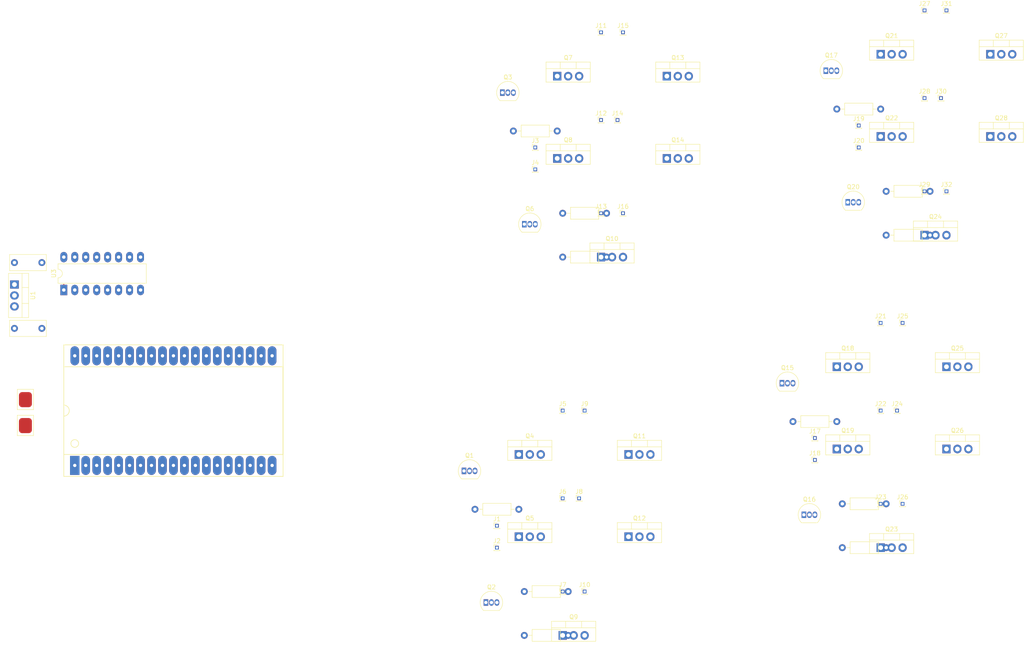
<source format=kicad_pcb>
(kicad_pcb (version 20171130) (host pcbnew "(5.1.0)-1")

  (general
    (thickness 1.6)
    (drawings 0)
    (tracks 1)
    (zones 0)
    (modules 79)
    (nets 96)
  )

  (page A4)
  (layers
    (0 F.Cu signal)
    (31 B.Cu signal)
    (32 B.Adhes user)
    (33 F.Adhes user)
    (34 B.Paste user)
    (35 F.Paste user)
    (36 B.SilkS user)
    (37 F.SilkS user)
    (38 B.Mask user)
    (39 F.Mask user)
    (40 Dwgs.User user)
    (41 Cmts.User user)
    (42 Eco1.User user)
    (43 Eco2.User user)
    (44 Edge.Cuts user)
    (45 Margin user)
    (46 B.CrtYd user)
    (47 F.CrtYd user)
    (48 B.Fab user)
    (49 F.Fab user)
  )

  (setup
    (last_trace_width 0.25)
    (trace_clearance 0.2)
    (zone_clearance 0.508)
    (zone_45_only no)
    (trace_min 0.2)
    (via_size 0.8)
    (via_drill 0.4)
    (via_min_size 0.4)
    (via_min_drill 0.3)
    (uvia_size 0.3)
    (uvia_drill 0.1)
    (uvias_allowed no)
    (uvia_min_size 0.2)
    (uvia_min_drill 0.1)
    (edge_width 0.05)
    (segment_width 0.2)
    (pcb_text_width 0.3)
    (pcb_text_size 1.5 1.5)
    (mod_edge_width 0.12)
    (mod_text_size 1 1)
    (mod_text_width 0.15)
    (pad_size 1.524 1.524)
    (pad_drill 0.762)
    (pad_to_mask_clearance 0.051)
    (solder_mask_min_width 0.25)
    (aux_axis_origin 0 0)
    (visible_elements 7FFFFFFF)
    (pcbplotparams
      (layerselection 0x010fc_ffffffff)
      (usegerberextensions false)
      (usegerberattributes false)
      (usegerberadvancedattributes false)
      (creategerberjobfile false)
      (excludeedgelayer true)
      (linewidth 0.100000)
      (plotframeref false)
      (viasonmask false)
      (mode 1)
      (useauxorigin false)
      (hpglpennumber 1)
      (hpglpenspeed 20)
      (hpglpendiameter 15.000000)
      (psnegative false)
      (psa4output false)
      (plotreference true)
      (plotvalue true)
      (plotinvisibletext false)
      (padsonsilk false)
      (subtractmaskfromsilk false)
      (outputformat 1)
      (mirror false)
      (drillshape 1)
      (scaleselection 1)
      (outputdirectory ""))
  )

  (net 0 "")
  (net 1 GND)
  (net 2 VCC)
  (net 3 "Net-(C2-Pad1)")
  (net 4 "Net-(J1-Pad1)")
  (net 5 "Net-(J2-Pad1)")
  (net 6 "Net-(J3-Pad1)")
  (net 7 "Net-(J4-Pad1)")
  (net 8 "Net-(J5-Pad1)")
  (net 9 "Net-(J6-Pad1)")
  (net 10 "Net-(J7-Pad1)")
  (net 11 "Net-(J8-Pad1)")
  (net 12 "Net-(J9-Pad1)")
  (net 13 "Net-(J10-Pad1)")
  (net 14 "Net-(J11-Pad1)")
  (net 15 "Net-(J12-Pad1)")
  (net 16 "Net-(J13-Pad1)")
  (net 17 "Net-(J14-Pad1)")
  (net 18 "Net-(J15-Pad1)")
  (net 19 "Net-(J16-Pad1)")
  (net 20 "Net-(J17-Pad1)")
  (net 21 "Net-(J18-Pad1)")
  (net 22 "Net-(J19-Pad1)")
  (net 23 "Net-(J20-Pad1)")
  (net 24 "Net-(J21-Pad1)")
  (net 25 "Net-(J22-Pad1)")
  (net 26 "Net-(J23-Pad1)")
  (net 27 "Net-(J24-Pad1)")
  (net 28 "Net-(J25-Pad1)")
  (net 29 "Net-(J26-Pad1)")
  (net 30 "Net-(J27-Pad1)")
  (net 31 "Net-(J28-Pad1)")
  (net 32 "Net-(J29-Pad1)")
  (net 33 "Net-(J30-Pad1)")
  (net 34 "Net-(J31-Pad1)")
  (net 35 "Net-(J32-Pad1)")
  (net 36 "Net-(Q1-Pad3)")
  (net 37 "Net-(Q1-Pad2)")
  (net 38 "Net-(Q2-Pad3)")
  (net 39 "Net-(Q2-Pad2)")
  (net 40 "Net-(Q3-Pad3)")
  (net 41 "Net-(Q3-Pad2)")
  (net 42 "Net-(Q12-Pad3)")
  (net 43 "Net-(Q5-Pad1)")
  (net 44 "Net-(Q6-Pad3)")
  (net 45 "Net-(Q6-Pad2)")
  (net 46 "Net-(Q10-Pad2)")
  (net 47 "Net-(Q8-Pad1)")
  (net 48 "Net-(Q9-Pad1)")
  (net 49 "Net-(Q10-Pad1)")
  (net 50 "Net-(Q15-Pad3)")
  (net 51 "Net-(Q15-Pad2)")
  (net 52 "Net-(Q16-Pad3)")
  (net 53 "Net-(Q16-Pad2)")
  (net 54 "Net-(Q17-Pad3)")
  (net 55 "Net-(Q17-Pad2)")
  (net 56 "Net-(Q19-Pad3)")
  (net 57 "Net-(Q19-Pad1)")
  (net 58 "Net-(Q20-Pad3)")
  (net 59 "Net-(Q20-Pad2)")
  (net 60 "Net-(Q22-Pad3)")
  (net 61 "Net-(Q22-Pad1)")
  (net 62 "Net-(Q23-Pad1)")
  (net 63 "Net-(Q24-Pad1)")
  (net 64 "Net-(R4-Pad1)")
  (net 65 "Net-(R6-Pad1)")
  (net 66 "Net-(R10-Pad1)")
  (net 67 "Net-(R12-Pad1)")
  (net 68 "Net-(U2-Pad33)")
  (net 69 "Net-(U2-Pad32)")
  (net 70 "Net-(U2-Pad27)")
  (net 71 "Net-(U2-Pad26)")
  (net 72 "Net-(U2-Pad25)")
  (net 73 "Net-(U2-Pad24)")
  (net 74 "Net-(U2-Pad23)")
  (net 75 "Net-(U2-Pad22)")
  (net 76 "Net-(U2-Pad21)")
  (net 77 "Net-(U2-Pad20)")
  (net 78 "Net-(U2-Pad18)")
  (net 79 "Net-(U2-Pad17)")
  (net 80 "Net-(U2-Pad16)")
  (net 81 "Net-(U2-Pad15)")
  (net 82 "Net-(U2-Pad14)")
  (net 83 "Net-(U2-Pad13)")
  (net 84 "Net-(U2-Pad12)")
  (net 85 "Net-(U2-Pad11)")
  (net 86 "Net-(U2-Pad10)")
  (net 87 "Net-(U2-Pad9)")
  (net 88 "Net-(U2-Pad8)")
  (net 89 "Net-(U2-Pad7)")
  (net 90 "Net-(U2-Pad6)")
  (net 91 "Net-(U2-Pad5)")
  (net 92 "Net-(U2-Pad4)")
  (net 93 "Net-(U2-Pad3)")
  (net 94 "Net-(U2-Pad2)")
  (net 95 "Net-(U2-Pad1)")

  (net_class Default "This is the default net class."
    (clearance 0.2)
    (trace_width 0.25)
    (via_dia 0.8)
    (via_drill 0.4)
    (uvia_dia 0.3)
    (uvia_drill 0.1)
    (add_net GND)
    (add_net "Net-(C2-Pad1)")
    (add_net "Net-(J1-Pad1)")
    (add_net "Net-(J10-Pad1)")
    (add_net "Net-(J11-Pad1)")
    (add_net "Net-(J12-Pad1)")
    (add_net "Net-(J13-Pad1)")
    (add_net "Net-(J14-Pad1)")
    (add_net "Net-(J15-Pad1)")
    (add_net "Net-(J16-Pad1)")
    (add_net "Net-(J17-Pad1)")
    (add_net "Net-(J18-Pad1)")
    (add_net "Net-(J19-Pad1)")
    (add_net "Net-(J2-Pad1)")
    (add_net "Net-(J20-Pad1)")
    (add_net "Net-(J21-Pad1)")
    (add_net "Net-(J22-Pad1)")
    (add_net "Net-(J23-Pad1)")
    (add_net "Net-(J24-Pad1)")
    (add_net "Net-(J25-Pad1)")
    (add_net "Net-(J26-Pad1)")
    (add_net "Net-(J27-Pad1)")
    (add_net "Net-(J28-Pad1)")
    (add_net "Net-(J29-Pad1)")
    (add_net "Net-(J3-Pad1)")
    (add_net "Net-(J30-Pad1)")
    (add_net "Net-(J31-Pad1)")
    (add_net "Net-(J32-Pad1)")
    (add_net "Net-(J4-Pad1)")
    (add_net "Net-(J5-Pad1)")
    (add_net "Net-(J6-Pad1)")
    (add_net "Net-(J7-Pad1)")
    (add_net "Net-(J8-Pad1)")
    (add_net "Net-(J9-Pad1)")
    (add_net "Net-(Q1-Pad2)")
    (add_net "Net-(Q1-Pad3)")
    (add_net "Net-(Q10-Pad1)")
    (add_net "Net-(Q10-Pad2)")
    (add_net "Net-(Q12-Pad3)")
    (add_net "Net-(Q15-Pad2)")
    (add_net "Net-(Q15-Pad3)")
    (add_net "Net-(Q16-Pad2)")
    (add_net "Net-(Q16-Pad3)")
    (add_net "Net-(Q17-Pad2)")
    (add_net "Net-(Q17-Pad3)")
    (add_net "Net-(Q19-Pad1)")
    (add_net "Net-(Q19-Pad3)")
    (add_net "Net-(Q2-Pad2)")
    (add_net "Net-(Q2-Pad3)")
    (add_net "Net-(Q20-Pad2)")
    (add_net "Net-(Q20-Pad3)")
    (add_net "Net-(Q22-Pad1)")
    (add_net "Net-(Q22-Pad3)")
    (add_net "Net-(Q23-Pad1)")
    (add_net "Net-(Q24-Pad1)")
    (add_net "Net-(Q3-Pad2)")
    (add_net "Net-(Q3-Pad3)")
    (add_net "Net-(Q5-Pad1)")
    (add_net "Net-(Q6-Pad2)")
    (add_net "Net-(Q6-Pad3)")
    (add_net "Net-(Q8-Pad1)")
    (add_net "Net-(Q9-Pad1)")
    (add_net "Net-(R10-Pad1)")
    (add_net "Net-(R12-Pad1)")
    (add_net "Net-(R4-Pad1)")
    (add_net "Net-(R6-Pad1)")
    (add_net "Net-(U2-Pad1)")
    (add_net "Net-(U2-Pad10)")
    (add_net "Net-(U2-Pad11)")
    (add_net "Net-(U2-Pad12)")
    (add_net "Net-(U2-Pad13)")
    (add_net "Net-(U2-Pad14)")
    (add_net "Net-(U2-Pad15)")
    (add_net "Net-(U2-Pad16)")
    (add_net "Net-(U2-Pad17)")
    (add_net "Net-(U2-Pad18)")
    (add_net "Net-(U2-Pad2)")
    (add_net "Net-(U2-Pad20)")
    (add_net "Net-(U2-Pad21)")
    (add_net "Net-(U2-Pad22)")
    (add_net "Net-(U2-Pad23)")
    (add_net "Net-(U2-Pad24)")
    (add_net "Net-(U2-Pad25)")
    (add_net "Net-(U2-Pad26)")
    (add_net "Net-(U2-Pad27)")
    (add_net "Net-(U2-Pad3)")
    (add_net "Net-(U2-Pad32)")
    (add_net "Net-(U2-Pad33)")
    (add_net "Net-(U2-Pad4)")
    (add_net "Net-(U2-Pad5)")
    (add_net "Net-(U2-Pad6)")
    (add_net "Net-(U2-Pad7)")
    (add_net "Net-(U2-Pad8)")
    (add_net "Net-(U2-Pad9)")
    (add_net VCC)
  )

  (module Package_DIP:DIP-16_W7.62mm_LongPads (layer F.Cu) (tedit 5A02E8C5) (tstamp 5CAD9F0D)
    (at 38.1 91.44 90)
    (descr "16-lead though-hole mounted DIP package, row spacing 7.62 mm (300 mils), LongPads")
    (tags "THT DIP DIL PDIP 2.54mm 7.62mm 300mil LongPads")
    (path /5CB515E3)
    (fp_text reference U3 (at 3.81 -2.33 90) (layer F.SilkS)
      (effects (font (size 1 1) (thickness 0.15)))
    )
    (fp_text value 4049 (at 3.81 20.11 90) (layer F.Fab)
      (effects (font (size 1 1) (thickness 0.15)))
    )
    (fp_text user %R (at 3.81 8.89 90) (layer F.Fab)
      (effects (font (size 1 1) (thickness 0.15)))
    )
    (fp_line (start 9.1 -1.55) (end -1.45 -1.55) (layer F.CrtYd) (width 0.05))
    (fp_line (start 9.1 19.3) (end 9.1 -1.55) (layer F.CrtYd) (width 0.05))
    (fp_line (start -1.45 19.3) (end 9.1 19.3) (layer F.CrtYd) (width 0.05))
    (fp_line (start -1.45 -1.55) (end -1.45 19.3) (layer F.CrtYd) (width 0.05))
    (fp_line (start 6.06 -1.33) (end 4.81 -1.33) (layer F.SilkS) (width 0.12))
    (fp_line (start 6.06 19.11) (end 6.06 -1.33) (layer F.SilkS) (width 0.12))
    (fp_line (start 1.56 19.11) (end 6.06 19.11) (layer F.SilkS) (width 0.12))
    (fp_line (start 1.56 -1.33) (end 1.56 19.11) (layer F.SilkS) (width 0.12))
    (fp_line (start 2.81 -1.33) (end 1.56 -1.33) (layer F.SilkS) (width 0.12))
    (fp_line (start 0.635 -0.27) (end 1.635 -1.27) (layer F.Fab) (width 0.1))
    (fp_line (start 0.635 19.05) (end 0.635 -0.27) (layer F.Fab) (width 0.1))
    (fp_line (start 6.985 19.05) (end 0.635 19.05) (layer F.Fab) (width 0.1))
    (fp_line (start 6.985 -1.27) (end 6.985 19.05) (layer F.Fab) (width 0.1))
    (fp_line (start 1.635 -1.27) (end 6.985 -1.27) (layer F.Fab) (width 0.1))
    (fp_arc (start 3.81 -1.33) (end 2.81 -1.33) (angle -180) (layer F.SilkS) (width 0.12))
    (pad 16 thru_hole oval (at 7.62 0 90) (size 2.4 1.6) (drill 0.8) (layers *.Cu *.Mask))
    (pad 8 thru_hole oval (at 0 17.78 90) (size 2.4 1.6) (drill 0.8) (layers *.Cu *.Mask)
      (net 1 GND))
    (pad 15 thru_hole oval (at 7.62 2.54 90) (size 2.4 1.6) (drill 0.8) (layers *.Cu *.Mask))
    (pad 7 thru_hole oval (at 0 15.24 90) (size 2.4 1.6) (drill 0.8) (layers *.Cu *.Mask))
    (pad 14 thru_hole oval (at 7.62 5.08 90) (size 2.4 1.6) (drill 0.8) (layers *.Cu *.Mask))
    (pad 6 thru_hole oval (at 0 12.7 90) (size 2.4 1.6) (drill 0.8) (layers *.Cu *.Mask))
    (pad 13 thru_hole oval (at 7.62 7.62 90) (size 2.4 1.6) (drill 0.8) (layers *.Cu *.Mask))
    (pad 5 thru_hole oval (at 0 10.16 90) (size 2.4 1.6) (drill 0.8) (layers *.Cu *.Mask)
      (net 51 "Net-(Q15-Pad2)"))
    (pad 12 thru_hole oval (at 7.62 10.16 90) (size 2.4 1.6) (drill 0.8) (layers *.Cu *.Mask)
      (net 45 "Net-(Q6-Pad2)"))
    (pad 4 thru_hole oval (at 0 7.62 90) (size 2.4 1.6) (drill 0.8) (layers *.Cu *.Mask)
      (net 53 "Net-(Q16-Pad2)"))
    (pad 11 thru_hole oval (at 7.62 12.7 90) (size 2.4 1.6) (drill 0.8) (layers *.Cu *.Mask)
      (net 41 "Net-(Q3-Pad2)"))
    (pad 3 thru_hole oval (at 0 5.08 90) (size 2.4 1.6) (drill 0.8) (layers *.Cu *.Mask)
      (net 37 "Net-(Q1-Pad2)"))
    (pad 10 thru_hole oval (at 7.62 15.24 90) (size 2.4 1.6) (drill 0.8) (layers *.Cu *.Mask)
      (net 59 "Net-(Q20-Pad2)"))
    (pad 2 thru_hole oval (at 0 2.54 90) (size 2.4 1.6) (drill 0.8) (layers *.Cu *.Mask)
      (net 39 "Net-(Q2-Pad2)"))
    (pad 9 thru_hole oval (at 7.62 17.78 90) (size 2.4 1.6) (drill 0.8) (layers *.Cu *.Mask)
      (net 55 "Net-(Q17-Pad2)"))
    (pad 1 thru_hole rect (at 0 0 90) (size 2.4 1.6) (drill 0.8) (layers *.Cu *.Mask)
      (net 3 "Net-(C2-Pad1)"))
    (model ${KISYS3DMOD}/Package_DIP.3dshapes/DIP-16_W7.62mm.wrl
      (at (xyz 0 0 0))
      (scale (xyz 1 1 1))
      (rotate (xyz 0 0 0))
    )
  )

  (module "Custom footprints:Power_wire_pad" (layer F.Cu) (tedit 5CA70CCF) (tstamp 5CAAFF60)
    (at 29.21 122.85 270)
    (descr "C, Rect series, Radial, pin pitch=2.50mm 5.00mm, , length*width=7*3.5mm^2, Capacitor")
    (tags "C Rect series Radial pin pitch 2.50mm 5.00mm  length 7mm width 3.5mm Capacitor")
    (path /5CBCB57E)
    (fp_text reference J34 (at 2.54 -2.794 270) (layer F.SilkS) hide
      (effects (font (size 1 1) (thickness 0.15)))
    )
    (fp_text value Conn_01x01 (at 2.54 2.794 270) (layer F.Fab)
      (effects (font (size 1 1) (thickness 0.15)))
    )
    (fp_text user %R (at 2.54 -2.794 270) (layer F.Fab) hide
      (effects (font (size 1 1) (thickness 0.15)))
    )
    (fp_line (start 2.44 -2) (end -2.52 -2) (layer F.CrtYd) (width 0.05))
    (fp_line (start 2.44 2) (end 2.44 -2) (layer F.CrtYd) (width 0.05))
    (fp_line (start -2.52 2) (end 2.44 2) (layer F.CrtYd) (width 0.05))
    (fp_line (start -2.52 -2) (end -2.52 2) (layer F.CrtYd) (width 0.05))
    (fp_line (start 2.31 -1.87) (end 2.31 1.87) (layer F.SilkS) (width 0.12))
    (fp_line (start -2.39 -1.87) (end -2.39 1.87) (layer F.SilkS) (width 0.12))
    (fp_line (start -2.39 1.87) (end 2.31 1.87) (layer F.SilkS) (width 0.12))
    (fp_line (start -2.39 -1.87) (end 2.31 -1.87) (layer F.SilkS) (width 0.12))
    (fp_line (start 2.19 -1.75) (end -2.27 -1.75) (layer F.Fab) (width 0.1))
    (fp_line (start 2.19 1.75) (end 2.19 -1.75) (layer F.Fab) (width 0.1))
    (fp_line (start -2.27 1.75) (end 2.19 1.75) (layer F.Fab) (width 0.1))
    (fp_line (start -2.27 -1.75) (end -2.27 1.75) (layer F.Fab) (width 0.1))
    (pad 1 smd roundrect (at 0 0 270) (size 3.5 3) (layers F.Cu F.Paste F.Mask) (roundrect_rratio 0.25)
      (net 2 VCC))
    (model ${KISYS3DMOD}/Capacitor_THT.3dshapes/C_Rect_L7.0mm_W3.5mm_P2.50mm_P5.00mm.wrl
      (at (xyz 0 0 0))
      (scale (xyz 1 1 1))
      (rotate (xyz 0 0 0))
    )
  )

  (module "Custom footprints:Power_wire_pad" (layer F.Cu) (tedit 5CA70CCF) (tstamp 5CAAFF4E)
    (at 29.21 116.84 270)
    (descr "C, Rect series, Radial, pin pitch=2.50mm 5.00mm, , length*width=7*3.5mm^2, Capacitor")
    (tags "C Rect series Radial pin pitch 2.50mm 5.00mm  length 7mm width 3.5mm Capacitor")
    (path /5CBC9865)
    (fp_text reference J33 (at 2.54 -2.794 270) (layer F.SilkS) hide
      (effects (font (size 1 1) (thickness 0.15)))
    )
    (fp_text value Conn_01x01 (at 2.54 2.794 270) (layer F.Fab)
      (effects (font (size 1 1) (thickness 0.15)))
    )
    (fp_text user %R (at 2.54 -2.794 270) (layer F.Fab) hide
      (effects (font (size 1 1) (thickness 0.15)))
    )
    (fp_line (start 2.44 -2) (end -2.52 -2) (layer F.CrtYd) (width 0.05))
    (fp_line (start 2.44 2) (end 2.44 -2) (layer F.CrtYd) (width 0.05))
    (fp_line (start -2.52 2) (end 2.44 2) (layer F.CrtYd) (width 0.05))
    (fp_line (start -2.52 -2) (end -2.52 2) (layer F.CrtYd) (width 0.05))
    (fp_line (start 2.31 -1.87) (end 2.31 1.87) (layer F.SilkS) (width 0.12))
    (fp_line (start -2.39 -1.87) (end -2.39 1.87) (layer F.SilkS) (width 0.12))
    (fp_line (start -2.39 1.87) (end 2.31 1.87) (layer F.SilkS) (width 0.12))
    (fp_line (start -2.39 -1.87) (end 2.31 -1.87) (layer F.SilkS) (width 0.12))
    (fp_line (start 2.19 -1.75) (end -2.27 -1.75) (layer F.Fab) (width 0.1))
    (fp_line (start 2.19 1.75) (end 2.19 -1.75) (layer F.Fab) (width 0.1))
    (fp_line (start -2.27 1.75) (end 2.19 1.75) (layer F.Fab) (width 0.1))
    (fp_line (start -2.27 -1.75) (end -2.27 1.75) (layer F.Fab) (width 0.1))
    (pad 1 smd roundrect (at 0 0 270) (size 3.5 3) (layers F.Cu F.Paste F.Mask) (roundrect_rratio 0.25)
      (net 1 GND))
    (model ${KISYS3DMOD}/Capacitor_THT.3dshapes/C_Rect_L7.0mm_W3.5mm_P2.50mm_P5.00mm.wrl
      (at (xyz 0 0 0))
      (scale (xyz 1 1 1))
      (rotate (xyz 0 0 0))
    )
  )

  (module "footprints otg:ESP32_mcu" (layer F.Cu) (tedit 5C5C9044) (tstamp 5CA8A320)
    (at 60.96 119.38)
    (path /5C9DC679)
    (fp_text reference U2 (at 0 8.89) (layer F.SilkS) hide
      (effects (font (size 1 1) (thickness 0.15)))
    )
    (fp_text value esp32 (at 1.27 -8.255) (layer F.Fab)
      (effects (font (size 1 1) (thickness 0.15)))
    )
    (fp_arc (start -22.86 0) (end -22.86 1.27) (angle -180) (layer F.SilkS) (width 0.15))
    (fp_circle (center -20.32 7.62) (end -20.955 8.255) (layer F.SilkS) (width 0.15))
    (fp_line (start 27.94 10.16) (end -22.86 10.16) (layer F.SilkS) (width 0.15))
    (fp_line (start 27.94 -10.16) (end 27.94 10.16) (layer F.SilkS) (width 0.15))
    (fp_line (start -22.86 -10.16) (end 27.94 -10.16) (layer F.SilkS) (width 0.15))
    (fp_line (start -22.86 15.24) (end -22.86 -15.24) (layer F.SilkS) (width 0.15))
    (fp_line (start 27.94 15.24) (end -22.86 15.24) (layer F.SilkS) (width 0.15))
    (fp_line (start 27.94 -15.24) (end 27.94 15.24) (layer F.SilkS) (width 0.15))
    (fp_line (start -22.86 -15.24) (end 27.94 -15.24) (layer F.SilkS) (width 0.15))
    (pad 38 thru_hole oval (at -20.32 -12.7 90) (size 4.4 2) (drill 0.762) (layers *.Cu *.Mask)
      (net 1 GND))
    (pad 37 thru_hole oval (at -17.78 -12.7 90) (size 4.4 2) (drill 0.762) (layers *.Cu *.Mask)
      (net 37 "Net-(Q1-Pad2)"))
    (pad 36 thru_hole oval (at -15.24 -12.7 90) (size 4.4 2) (drill 0.762) (layers *.Cu *.Mask)
      (net 51 "Net-(Q15-Pad2)"))
    (pad 35 thru_hole oval (at -12.7 -12.7 90) (size 4.4 2) (drill 0.762) (layers *.Cu *.Mask)
      (net 41 "Net-(Q3-Pad2)"))
    (pad 34 thru_hole oval (at -10.16 -12.7 90) (size 4.4 2) (drill 0.762) (layers *.Cu *.Mask)
      (net 55 "Net-(Q17-Pad2)"))
    (pad 33 thru_hole oval (at -7.62 -12.7 90) (size 4.4 2) (drill 0.762) (layers *.Cu *.Mask)
      (net 68 "Net-(U2-Pad33)"))
    (pad 32 thru_hole oval (at -5.08 -12.7 90) (size 4.4 2) (drill 0.762) (layers *.Cu *.Mask)
      (net 69 "Net-(U2-Pad32)"))
    (pad 31 thru_hole oval (at -2.54 -12.7 90) (size 4.4 2) (drill 0.762) (layers *.Cu *.Mask)
      (net 64 "Net-(R4-Pad1)"))
    (pad 30 thru_hole oval (at 0 -12.7 90) (size 4.4 2) (drill 0.762) (layers *.Cu *.Mask)
      (net 66 "Net-(R10-Pad1)"))
    (pad 29 thru_hole oval (at 2.54 -12.7 90) (size 4.4 2) (drill 0.762) (layers *.Cu *.Mask)
      (net 67 "Net-(R12-Pad1)"))
    (pad 28 thru_hole oval (at 5.08 -12.7 90) (size 4.4 2) (drill 0.762) (layers *.Cu *.Mask)
      (net 65 "Net-(R6-Pad1)"))
    (pad 27 thru_hole oval (at 7.62 -12.7 90) (size 4.4 2) (drill 0.762) (layers *.Cu *.Mask)
      (net 70 "Net-(U2-Pad27)"))
    (pad 26 thru_hole oval (at 10.16 -12.7 90) (size 4.4 2) (drill 0.762) (layers *.Cu *.Mask)
      (net 71 "Net-(U2-Pad26)"))
    (pad 25 thru_hole oval (at 12.7 -12.7 90) (size 4.4 2) (drill 0.762) (layers *.Cu *.Mask)
      (net 72 "Net-(U2-Pad25)"))
    (pad 24 thru_hole oval (at 15.24 -12.7 90) (size 4.4 2) (drill 0.762) (layers *.Cu *.Mask)
      (net 73 "Net-(U2-Pad24)"))
    (pad 23 thru_hole oval (at 17.78 -12.7 90) (size 4.4 2) (drill 0.762) (layers *.Cu *.Mask)
      (net 74 "Net-(U2-Pad23)"))
    (pad 22 thru_hole oval (at 20.32 -12.7 90) (size 4.4 2) (drill 0.762) (layers *.Cu *.Mask)
      (net 75 "Net-(U2-Pad22)"))
    (pad 21 thru_hole oval (at 22.86 -12.7 90) (size 4.4 2) (drill 0.762) (layers *.Cu *.Mask)
      (net 76 "Net-(U2-Pad21)"))
    (pad 20 thru_hole oval (at 25.4 -12.7 90) (size 4.4 2) (drill 0.762) (layers *.Cu *.Mask)
      (net 77 "Net-(U2-Pad20)"))
    (pad 19 thru_hole oval (at 25.4 12.7 90) (size 4.4 2) (drill 0.762) (layers *.Cu *.Mask)
      (net 3 "Net-(C2-Pad1)"))
    (pad 18 thru_hole oval (at 22.86 12.7 90) (size 4.4 2) (drill 0.762) (layers *.Cu *.Mask)
      (net 78 "Net-(U2-Pad18)"))
    (pad 17 thru_hole oval (at 20.32 12.7 90) (size 4.4 2) (drill 0.762) (layers *.Cu *.Mask)
      (net 79 "Net-(U2-Pad17)"))
    (pad 16 thru_hole oval (at 17.78 12.7 90) (size 4.4 2) (drill 0.762) (layers *.Cu *.Mask)
      (net 80 "Net-(U2-Pad16)"))
    (pad 15 thru_hole oval (at 15.24 12.7 90) (size 4.4 2) (drill 0.762) (layers *.Cu *.Mask)
      (net 81 "Net-(U2-Pad15)"))
    (pad 14 thru_hole oval (at 12.7 12.7 90) (size 4.4 2) (drill 0.762) (layers *.Cu *.Mask)
      (net 82 "Net-(U2-Pad14)"))
    (pad 13 thru_hole oval (at 10.16 12.7 90) (size 4.4 2) (drill 0.762) (layers *.Cu *.Mask)
      (net 83 "Net-(U2-Pad13)"))
    (pad 12 thru_hole oval (at 7.62 12.7 90) (size 4.4 2) (drill 0.762) (layers *.Cu *.Mask)
      (net 84 "Net-(U2-Pad12)"))
    (pad 11 thru_hole oval (at 5.08 12.7 90) (size 4.4 2) (drill 0.762) (layers *.Cu *.Mask)
      (net 85 "Net-(U2-Pad11)"))
    (pad 10 thru_hole oval (at 2.54 12.7 90) (size 4.4 2) (drill 0.762) (layers *.Cu *.Mask)
      (net 86 "Net-(U2-Pad10)"))
    (pad 9 thru_hole oval (at 0 12.7 90) (size 4.4 2) (drill 0.762) (layers *.Cu *.Mask)
      (net 87 "Net-(U2-Pad9)"))
    (pad 8 thru_hole oval (at -2.54 12.7 90) (size 4.4 2) (drill 0.762) (layers *.Cu *.Mask)
      (net 88 "Net-(U2-Pad8)"))
    (pad 7 thru_hole oval (at -5.08 12.7 90) (size 4.4 2) (drill 0.762) (layers *.Cu *.Mask)
      (net 89 "Net-(U2-Pad7)"))
    (pad 6 thru_hole oval (at -7.62 12.7 90) (size 4.4 2) (drill 0.762) (layers *.Cu *.Mask)
      (net 90 "Net-(U2-Pad6)"))
    (pad 5 thru_hole oval (at -10.16 12.7 90) (size 4.4 2) (drill 0.762) (layers *.Cu *.Mask)
      (net 91 "Net-(U2-Pad5)"))
    (pad 4 thru_hole oval (at -12.7 12.7 90) (size 4.4 2) (drill 0.762) (layers *.Cu *.Mask)
      (net 92 "Net-(U2-Pad4)"))
    (pad 3 thru_hole oval (at -15.24 12.7 90) (size 4.4 2) (drill 0.762) (layers *.Cu *.Mask)
      (net 93 "Net-(U2-Pad3)"))
    (pad 2 thru_hole oval (at -17.78 12.7 90) (size 4.4 2) (drill 0.762) (layers *.Cu *.Mask)
      (net 94 "Net-(U2-Pad2)"))
    (pad 1 thru_hole rect (at -20.32 12.7) (size 2.2 4.4) (drill 0.762) (layers *.Cu *.Mask)
      (net 95 "Net-(U2-Pad1)"))
  )

  (module Package_TO_SOT_THT:TO-220-3_Vertical (layer F.Cu) (tedit 5AC8BA0D) (tstamp 5CA8A2ED)
    (at 26.67 90.17 270)
    (descr "TO-220-3, Vertical, RM 2.54mm, see https://www.vishay.com/docs/66542/to-220-1.pdf")
    (tags "TO-220-3 Vertical RM 2.54mm")
    (path /5CA3A1F0)
    (fp_text reference U1 (at 2.54 -4.27 270) (layer F.SilkS)
      (effects (font (size 1 1) (thickness 0.15)))
    )
    (fp_text value LM7805_TO220 (at 2.54 2.5 270) (layer F.Fab)
      (effects (font (size 1 1) (thickness 0.15)))
    )
    (fp_text user %R (at 2.54 -4.27 270) (layer F.Fab)
      (effects (font (size 1 1) (thickness 0.15)))
    )
    (fp_line (start 7.79 -3.4) (end -2.71 -3.4) (layer F.CrtYd) (width 0.05))
    (fp_line (start 7.79 1.51) (end 7.79 -3.4) (layer F.CrtYd) (width 0.05))
    (fp_line (start -2.71 1.51) (end 7.79 1.51) (layer F.CrtYd) (width 0.05))
    (fp_line (start -2.71 -3.4) (end -2.71 1.51) (layer F.CrtYd) (width 0.05))
    (fp_line (start 4.391 -3.27) (end 4.391 -1.76) (layer F.SilkS) (width 0.12))
    (fp_line (start 0.69 -3.27) (end 0.69 -1.76) (layer F.SilkS) (width 0.12))
    (fp_line (start -2.58 -1.76) (end 7.66 -1.76) (layer F.SilkS) (width 0.12))
    (fp_line (start 7.66 -3.27) (end 7.66 1.371) (layer F.SilkS) (width 0.12))
    (fp_line (start -2.58 -3.27) (end -2.58 1.371) (layer F.SilkS) (width 0.12))
    (fp_line (start -2.58 1.371) (end 7.66 1.371) (layer F.SilkS) (width 0.12))
    (fp_line (start -2.58 -3.27) (end 7.66 -3.27) (layer F.SilkS) (width 0.12))
    (fp_line (start 4.39 -3.15) (end 4.39 -1.88) (layer F.Fab) (width 0.1))
    (fp_line (start 0.69 -3.15) (end 0.69 -1.88) (layer F.Fab) (width 0.1))
    (fp_line (start -2.46 -1.88) (end 7.54 -1.88) (layer F.Fab) (width 0.1))
    (fp_line (start 7.54 -3.15) (end -2.46 -3.15) (layer F.Fab) (width 0.1))
    (fp_line (start 7.54 1.25) (end 7.54 -3.15) (layer F.Fab) (width 0.1))
    (fp_line (start -2.46 1.25) (end 7.54 1.25) (layer F.Fab) (width 0.1))
    (fp_line (start -2.46 -3.15) (end -2.46 1.25) (layer F.Fab) (width 0.1))
    (pad 3 thru_hole oval (at 5.08 0 270) (size 1.905 2) (drill 1.1) (layers *.Cu *.Mask)
      (net 3 "Net-(C2-Pad1)"))
    (pad 2 thru_hole oval (at 2.54 0 270) (size 1.905 2) (drill 1.1) (layers *.Cu *.Mask)
      (net 1 GND))
    (pad 1 thru_hole rect (at 0 0 270) (size 1.905 2) (drill 1.1) (layers *.Cu *.Mask)
      (net 2 VCC))
    (model ${KISYS3DMOD}/Package_TO_SOT_THT.3dshapes/TO-220-3_Vertical.wrl
      (at (xyz 0 0 0))
      (scale (xyz 1 1 1))
      (rotate (xyz 0 0 0))
    )
  )

  (module "footprints otg:R_vandret" (layer F.Cu) (tedit 5C5C999A) (tstamp 5CA8A2D3)
    (at 228.6 78.74)
    (descr "Resistor, Axial_DIN0207 series, Axial, Horizontal, pin pitch=10.16mm, 0.25W = 1/4W, length*diameter=6.3*2.5mm^2, http://cdn-reichelt.de/documents/datenblatt/B400/1_4W%23YAG.pdf")
    (tags "Resistor Axial_DIN0207 series Axial Horizontal pin pitch 10.16mm 0.25W = 1/4W length 6.3mm diameter 2.5mm")
    (path /5CB3113B)
    (fp_text reference R12 (at 5.08 -2.286) (layer F.SilkS) hide
      (effects (font (size 1 1) (thickness 0.15)))
    )
    (fp_text value R (at 5.08 2.286) (layer F.Fab)
      (effects (font (size 1 1) (thickness 0.15)))
    )
    (fp_text user %R (at 5.08 -2.286) (layer F.Fab) hide
      (effects (font (size 1 1) (thickness 0.15)))
    )
    (fp_line (start 11.21 -1.5) (end -1.05 -1.5) (layer F.CrtYd) (width 0.05))
    (fp_line (start 11.21 1.5) (end 11.21 -1.5) (layer F.CrtYd) (width 0.05))
    (fp_line (start -1.05 1.5) (end 11.21 1.5) (layer F.CrtYd) (width 0.05))
    (fp_line (start -1.05 -1.5) (end -1.05 1.5) (layer F.CrtYd) (width 0.05))
    (fp_line (start 9.12 0) (end 8.35 0) (layer F.SilkS) (width 0.12))
    (fp_line (start 1.04 0) (end 1.81 0) (layer F.SilkS) (width 0.12))
    (fp_line (start 8.35 -1.37) (end 1.81 -1.37) (layer F.SilkS) (width 0.12))
    (fp_line (start 8.35 1.37) (end 8.35 -1.37) (layer F.SilkS) (width 0.12))
    (fp_line (start 1.81 1.37) (end 8.35 1.37) (layer F.SilkS) (width 0.12))
    (fp_line (start 1.81 -1.37) (end 1.81 1.37) (layer F.SilkS) (width 0.12))
    (fp_line (start 10.16 0) (end 8.23 0) (layer F.Fab) (width 0.1))
    (fp_line (start 0 0) (end 1.93 0) (layer F.Fab) (width 0.1))
    (fp_line (start 8.23 -1.25) (end 1.93 -1.25) (layer F.Fab) (width 0.1))
    (fp_line (start 8.23 1.25) (end 8.23 -1.25) (layer F.Fab) (width 0.1))
    (fp_line (start 1.93 1.25) (end 8.23 1.25) (layer F.Fab) (width 0.1))
    (fp_line (start 1.93 -1.25) (end 1.93 1.25) (layer F.Fab) (width 0.1))
    (pad 2 thru_hole oval (at 10.16 0) (size 1.6 1.6) (drill 0.8) (layers *.Cu *.Mask)
      (net 63 "Net-(Q24-Pad1)"))
    (pad 1 thru_hole circle (at 0 0) (size 1.6 1.6) (drill 0.8) (layers *.Cu *.Mask)
      (net 67 "Net-(R12-Pad1)"))
    (model ${KISYS3DMOD}/Resistor_THT.3dshapes/R_Axial_DIN0207_L6.3mm_D2.5mm_P10.16mm_Horizontal.wrl
      (at (xyz 0 0 0))
      (scale (xyz 1 1 1))
      (rotate (xyz 0 0 0))
    )
  )

  (module "footprints otg:R_vandret" (layer F.Cu) (tedit 5C5C999A) (tstamp 5CA8A2BC)
    (at 228.6 68.58)
    (descr "Resistor, Axial_DIN0207 series, Axial, Horizontal, pin pitch=10.16mm, 0.25W = 1/4W, length*diameter=6.3*2.5mm^2, http://cdn-reichelt.de/documents/datenblatt/B400/1_4W%23YAG.pdf")
    (tags "Resistor Axial_DIN0207 series Axial Horizontal pin pitch 10.16mm 0.25W = 1/4W length 6.3mm diameter 2.5mm")
    (path /5CB31109)
    (fp_text reference R11 (at 5.08 -2.286) (layer F.SilkS) hide
      (effects (font (size 1 1) (thickness 0.15)))
    )
    (fp_text value R (at 5.08 2.286) (layer F.Fab)
      (effects (font (size 1 1) (thickness 0.15)))
    )
    (fp_text user %R (at 5.08 -2.286) (layer F.Fab) hide
      (effects (font (size 1 1) (thickness 0.15)))
    )
    (fp_line (start 11.21 -1.5) (end -1.05 -1.5) (layer F.CrtYd) (width 0.05))
    (fp_line (start 11.21 1.5) (end 11.21 -1.5) (layer F.CrtYd) (width 0.05))
    (fp_line (start -1.05 1.5) (end 11.21 1.5) (layer F.CrtYd) (width 0.05))
    (fp_line (start -1.05 -1.5) (end -1.05 1.5) (layer F.CrtYd) (width 0.05))
    (fp_line (start 9.12 0) (end 8.35 0) (layer F.SilkS) (width 0.12))
    (fp_line (start 1.04 0) (end 1.81 0) (layer F.SilkS) (width 0.12))
    (fp_line (start 8.35 -1.37) (end 1.81 -1.37) (layer F.SilkS) (width 0.12))
    (fp_line (start 8.35 1.37) (end 8.35 -1.37) (layer F.SilkS) (width 0.12))
    (fp_line (start 1.81 1.37) (end 8.35 1.37) (layer F.SilkS) (width 0.12))
    (fp_line (start 1.81 -1.37) (end 1.81 1.37) (layer F.SilkS) (width 0.12))
    (fp_line (start 10.16 0) (end 8.23 0) (layer F.Fab) (width 0.1))
    (fp_line (start 0 0) (end 1.93 0) (layer F.Fab) (width 0.1))
    (fp_line (start 8.23 -1.25) (end 1.93 -1.25) (layer F.Fab) (width 0.1))
    (fp_line (start 8.23 1.25) (end 8.23 -1.25) (layer F.Fab) (width 0.1))
    (fp_line (start 1.93 1.25) (end 8.23 1.25) (layer F.Fab) (width 0.1))
    (fp_line (start 1.93 -1.25) (end 1.93 1.25) (layer F.Fab) (width 0.1))
    (pad 2 thru_hole oval (at 10.16 0) (size 1.6 1.6) (drill 0.8) (layers *.Cu *.Mask)
      (net 32 "Net-(J29-Pad1)"))
    (pad 1 thru_hole circle (at 0 0) (size 1.6 1.6) (drill 0.8) (layers *.Cu *.Mask)
      (net 58 "Net-(Q20-Pad3)"))
    (model ${KISYS3DMOD}/Resistor_THT.3dshapes/R_Axial_DIN0207_L6.3mm_D2.5mm_P10.16mm_Horizontal.wrl
      (at (xyz 0 0 0))
      (scale (xyz 1 1 1))
      (rotate (xyz 0 0 0))
    )
  )

  (module "footprints otg:R_vandret" (layer F.Cu) (tedit 5C5C999A) (tstamp 5CA8A2A5)
    (at 218.44 151.13)
    (descr "Resistor, Axial_DIN0207 series, Axial, Horizontal, pin pitch=10.16mm, 0.25W = 1/4W, length*diameter=6.3*2.5mm^2, http://cdn-reichelt.de/documents/datenblatt/B400/1_4W%23YAG.pdf")
    (tags "Resistor Axial_DIN0207 series Axial Horizontal pin pitch 10.16mm 0.25W = 1/4W length 6.3mm diameter 2.5mm")
    (path /5CB51627)
    (fp_text reference R10 (at 5.08 -2.286) (layer F.SilkS) hide
      (effects (font (size 1 1) (thickness 0.15)))
    )
    (fp_text value R (at 5.08 2.286) (layer F.Fab)
      (effects (font (size 1 1) (thickness 0.15)))
    )
    (fp_text user %R (at 5.08 -2.286) (layer F.Fab) hide
      (effects (font (size 1 1) (thickness 0.15)))
    )
    (fp_line (start 11.21 -1.5) (end -1.05 -1.5) (layer F.CrtYd) (width 0.05))
    (fp_line (start 11.21 1.5) (end 11.21 -1.5) (layer F.CrtYd) (width 0.05))
    (fp_line (start -1.05 1.5) (end 11.21 1.5) (layer F.CrtYd) (width 0.05))
    (fp_line (start -1.05 -1.5) (end -1.05 1.5) (layer F.CrtYd) (width 0.05))
    (fp_line (start 9.12 0) (end 8.35 0) (layer F.SilkS) (width 0.12))
    (fp_line (start 1.04 0) (end 1.81 0) (layer F.SilkS) (width 0.12))
    (fp_line (start 8.35 -1.37) (end 1.81 -1.37) (layer F.SilkS) (width 0.12))
    (fp_line (start 8.35 1.37) (end 8.35 -1.37) (layer F.SilkS) (width 0.12))
    (fp_line (start 1.81 1.37) (end 8.35 1.37) (layer F.SilkS) (width 0.12))
    (fp_line (start 1.81 -1.37) (end 1.81 1.37) (layer F.SilkS) (width 0.12))
    (fp_line (start 10.16 0) (end 8.23 0) (layer F.Fab) (width 0.1))
    (fp_line (start 0 0) (end 1.93 0) (layer F.Fab) (width 0.1))
    (fp_line (start 8.23 -1.25) (end 1.93 -1.25) (layer F.Fab) (width 0.1))
    (fp_line (start 8.23 1.25) (end 8.23 -1.25) (layer F.Fab) (width 0.1))
    (fp_line (start 1.93 1.25) (end 8.23 1.25) (layer F.Fab) (width 0.1))
    (fp_line (start 1.93 -1.25) (end 1.93 1.25) (layer F.Fab) (width 0.1))
    (pad 2 thru_hole oval (at 10.16 0) (size 1.6 1.6) (drill 0.8) (layers *.Cu *.Mask)
      (net 62 "Net-(Q23-Pad1)"))
    (pad 1 thru_hole circle (at 0 0) (size 1.6 1.6) (drill 0.8) (layers *.Cu *.Mask)
      (net 66 "Net-(R10-Pad1)"))
    (model ${KISYS3DMOD}/Resistor_THT.3dshapes/R_Axial_DIN0207_L6.3mm_D2.5mm_P10.16mm_Horizontal.wrl
      (at (xyz 0 0 0))
      (scale (xyz 1 1 1))
      (rotate (xyz 0 0 0))
    )
  )

  (module "footprints otg:R_vandret" (layer F.Cu) (tedit 5C5C999A) (tstamp 5CA8A28E)
    (at 218.44 140.97)
    (descr "Resistor, Axial_DIN0207 series, Axial, Horizontal, pin pitch=10.16mm, 0.25W = 1/4W, length*diameter=6.3*2.5mm^2, http://cdn-reichelt.de/documents/datenblatt/B400/1_4W%23YAG.pdf")
    (tags "Resistor Axial_DIN0207 series Axial Horizontal pin pitch 10.16mm 0.25W = 1/4W length 6.3mm diameter 2.5mm")
    (path /5CB515F5)
    (fp_text reference R9 (at 5.08 -2.286) (layer F.SilkS) hide
      (effects (font (size 1 1) (thickness 0.15)))
    )
    (fp_text value R (at 5.08 2.286) (layer F.Fab)
      (effects (font (size 1 1) (thickness 0.15)))
    )
    (fp_text user %R (at 5.08 -2.286) (layer F.Fab) hide
      (effects (font (size 1 1) (thickness 0.15)))
    )
    (fp_line (start 11.21 -1.5) (end -1.05 -1.5) (layer F.CrtYd) (width 0.05))
    (fp_line (start 11.21 1.5) (end 11.21 -1.5) (layer F.CrtYd) (width 0.05))
    (fp_line (start -1.05 1.5) (end 11.21 1.5) (layer F.CrtYd) (width 0.05))
    (fp_line (start -1.05 -1.5) (end -1.05 1.5) (layer F.CrtYd) (width 0.05))
    (fp_line (start 9.12 0) (end 8.35 0) (layer F.SilkS) (width 0.12))
    (fp_line (start 1.04 0) (end 1.81 0) (layer F.SilkS) (width 0.12))
    (fp_line (start 8.35 -1.37) (end 1.81 -1.37) (layer F.SilkS) (width 0.12))
    (fp_line (start 8.35 1.37) (end 8.35 -1.37) (layer F.SilkS) (width 0.12))
    (fp_line (start 1.81 1.37) (end 8.35 1.37) (layer F.SilkS) (width 0.12))
    (fp_line (start 1.81 -1.37) (end 1.81 1.37) (layer F.SilkS) (width 0.12))
    (fp_line (start 10.16 0) (end 8.23 0) (layer F.Fab) (width 0.1))
    (fp_line (start 0 0) (end 1.93 0) (layer F.Fab) (width 0.1))
    (fp_line (start 8.23 -1.25) (end 1.93 -1.25) (layer F.Fab) (width 0.1))
    (fp_line (start 8.23 1.25) (end 8.23 -1.25) (layer F.Fab) (width 0.1))
    (fp_line (start 1.93 1.25) (end 8.23 1.25) (layer F.Fab) (width 0.1))
    (fp_line (start 1.93 -1.25) (end 1.93 1.25) (layer F.Fab) (width 0.1))
    (pad 2 thru_hole oval (at 10.16 0) (size 1.6 1.6) (drill 0.8) (layers *.Cu *.Mask)
      (net 26 "Net-(J23-Pad1)"))
    (pad 1 thru_hole circle (at 0 0) (size 1.6 1.6) (drill 0.8) (layers *.Cu *.Mask)
      (net 52 "Net-(Q16-Pad3)"))
    (model ${KISYS3DMOD}/Resistor_THT.3dshapes/R_Axial_DIN0207_L6.3mm_D2.5mm_P10.16mm_Horizontal.wrl
      (at (xyz 0 0 0))
      (scale (xyz 1 1 1))
      (rotate (xyz 0 0 0))
    )
  )

  (module "footprints otg:R_vandret" (layer F.Cu) (tedit 5C5C999A) (tstamp 5CA8A277)
    (at 217.17 49.53)
    (descr "Resistor, Axial_DIN0207 series, Axial, Horizontal, pin pitch=10.16mm, 0.25W = 1/4W, length*diameter=6.3*2.5mm^2, http://cdn-reichelt.de/documents/datenblatt/B400/1_4W%23YAG.pdf")
    (tags "Resistor Axial_DIN0207 series Axial Horizontal pin pitch 10.16mm 0.25W = 1/4W length 6.3mm diameter 2.5mm")
    (path /5CB31123)
    (fp_text reference R8 (at 5.08 -2.286) (layer F.SilkS) hide
      (effects (font (size 1 1) (thickness 0.15)))
    )
    (fp_text value R (at 5.08 2.286) (layer F.Fab)
      (effects (font (size 1 1) (thickness 0.15)))
    )
    (fp_text user %R (at 5.08 -2.286) (layer F.Fab) hide
      (effects (font (size 1 1) (thickness 0.15)))
    )
    (fp_line (start 11.21 -1.5) (end -1.05 -1.5) (layer F.CrtYd) (width 0.05))
    (fp_line (start 11.21 1.5) (end 11.21 -1.5) (layer F.CrtYd) (width 0.05))
    (fp_line (start -1.05 1.5) (end 11.21 1.5) (layer F.CrtYd) (width 0.05))
    (fp_line (start -1.05 -1.5) (end -1.05 1.5) (layer F.CrtYd) (width 0.05))
    (fp_line (start 9.12 0) (end 8.35 0) (layer F.SilkS) (width 0.12))
    (fp_line (start 1.04 0) (end 1.81 0) (layer F.SilkS) (width 0.12))
    (fp_line (start 8.35 -1.37) (end 1.81 -1.37) (layer F.SilkS) (width 0.12))
    (fp_line (start 8.35 1.37) (end 8.35 -1.37) (layer F.SilkS) (width 0.12))
    (fp_line (start 1.81 1.37) (end 8.35 1.37) (layer F.SilkS) (width 0.12))
    (fp_line (start 1.81 -1.37) (end 1.81 1.37) (layer F.SilkS) (width 0.12))
    (fp_line (start 10.16 0) (end 8.23 0) (layer F.Fab) (width 0.1))
    (fp_line (start 0 0) (end 1.93 0) (layer F.Fab) (width 0.1))
    (fp_line (start 8.23 -1.25) (end 1.93 -1.25) (layer F.Fab) (width 0.1))
    (fp_line (start 8.23 1.25) (end 8.23 -1.25) (layer F.Fab) (width 0.1))
    (fp_line (start 1.93 1.25) (end 8.23 1.25) (layer F.Fab) (width 0.1))
    (fp_line (start 1.93 -1.25) (end 1.93 1.25) (layer F.Fab) (width 0.1))
    (pad 2 thru_hole oval (at 10.16 0) (size 1.6 1.6) (drill 0.8) (layers *.Cu *.Mask)
      (net 61 "Net-(Q22-Pad1)"))
    (pad 1 thru_hole circle (at 0 0) (size 1.6 1.6) (drill 0.8) (layers *.Cu *.Mask)
      (net 54 "Net-(Q17-Pad3)"))
    (model ${KISYS3DMOD}/Resistor_THT.3dshapes/R_Axial_DIN0207_L6.3mm_D2.5mm_P10.16mm_Horizontal.wrl
      (at (xyz 0 0 0))
      (scale (xyz 1 1 1))
      (rotate (xyz 0 0 0))
    )
  )

  (module "footprints otg:R_vandret" (layer F.Cu) (tedit 5C5C999A) (tstamp 5CA8A260)
    (at 207.01 121.92)
    (descr "Resistor, Axial_DIN0207 series, Axial, Horizontal, pin pitch=10.16mm, 0.25W = 1/4W, length*diameter=6.3*2.5mm^2, http://cdn-reichelt.de/documents/datenblatt/B400/1_4W%23YAG.pdf")
    (tags "Resistor Axial_DIN0207 series Axial Horizontal pin pitch 10.16mm 0.25W = 1/4W length 6.3mm diameter 2.5mm")
    (path /5CB5160F)
    (fp_text reference R7 (at 5.08 -2.286) (layer F.SilkS) hide
      (effects (font (size 1 1) (thickness 0.15)))
    )
    (fp_text value R (at 5.08 2.286) (layer F.Fab)
      (effects (font (size 1 1) (thickness 0.15)))
    )
    (fp_text user %R (at 5.08 -2.286) (layer F.Fab) hide
      (effects (font (size 1 1) (thickness 0.15)))
    )
    (fp_line (start 11.21 -1.5) (end -1.05 -1.5) (layer F.CrtYd) (width 0.05))
    (fp_line (start 11.21 1.5) (end 11.21 -1.5) (layer F.CrtYd) (width 0.05))
    (fp_line (start -1.05 1.5) (end 11.21 1.5) (layer F.CrtYd) (width 0.05))
    (fp_line (start -1.05 -1.5) (end -1.05 1.5) (layer F.CrtYd) (width 0.05))
    (fp_line (start 9.12 0) (end 8.35 0) (layer F.SilkS) (width 0.12))
    (fp_line (start 1.04 0) (end 1.81 0) (layer F.SilkS) (width 0.12))
    (fp_line (start 8.35 -1.37) (end 1.81 -1.37) (layer F.SilkS) (width 0.12))
    (fp_line (start 8.35 1.37) (end 8.35 -1.37) (layer F.SilkS) (width 0.12))
    (fp_line (start 1.81 1.37) (end 8.35 1.37) (layer F.SilkS) (width 0.12))
    (fp_line (start 1.81 -1.37) (end 1.81 1.37) (layer F.SilkS) (width 0.12))
    (fp_line (start 10.16 0) (end 8.23 0) (layer F.Fab) (width 0.1))
    (fp_line (start 0 0) (end 1.93 0) (layer F.Fab) (width 0.1))
    (fp_line (start 8.23 -1.25) (end 1.93 -1.25) (layer F.Fab) (width 0.1))
    (fp_line (start 8.23 1.25) (end 8.23 -1.25) (layer F.Fab) (width 0.1))
    (fp_line (start 1.93 1.25) (end 8.23 1.25) (layer F.Fab) (width 0.1))
    (fp_line (start 1.93 -1.25) (end 1.93 1.25) (layer F.Fab) (width 0.1))
    (pad 2 thru_hole oval (at 10.16 0) (size 1.6 1.6) (drill 0.8) (layers *.Cu *.Mask)
      (net 57 "Net-(Q19-Pad1)"))
    (pad 1 thru_hole circle (at 0 0) (size 1.6 1.6) (drill 0.8) (layers *.Cu *.Mask)
      (net 50 "Net-(Q15-Pad3)"))
    (model ${KISYS3DMOD}/Resistor_THT.3dshapes/R_Axial_DIN0207_L6.3mm_D2.5mm_P10.16mm_Horizontal.wrl
      (at (xyz 0 0 0))
      (scale (xyz 1 1 1))
      (rotate (xyz 0 0 0))
    )
  )

  (module "footprints otg:R_vandret" (layer F.Cu) (tedit 5C5C999A) (tstamp 5CA8A249)
    (at 153.67 83.82)
    (descr "Resistor, Axial_DIN0207 series, Axial, Horizontal, pin pitch=10.16mm, 0.25W = 1/4W, length*diameter=6.3*2.5mm^2, http://cdn-reichelt.de/documents/datenblatt/B400/1_4W%23YAG.pdf")
    (tags "Resistor Axial_DIN0207 series Axial Horizontal pin pitch 10.16mm 0.25W = 1/4W length 6.3mm diameter 2.5mm")
    (path /5CAEA209)
    (fp_text reference R6 (at 5.08 -2.286) (layer F.SilkS) hide
      (effects (font (size 1 1) (thickness 0.15)))
    )
    (fp_text value R (at 5.08 2.286) (layer F.Fab)
      (effects (font (size 1 1) (thickness 0.15)))
    )
    (fp_text user %R (at 5.08 -2.286) (layer F.Fab) hide
      (effects (font (size 1 1) (thickness 0.15)))
    )
    (fp_line (start 11.21 -1.5) (end -1.05 -1.5) (layer F.CrtYd) (width 0.05))
    (fp_line (start 11.21 1.5) (end 11.21 -1.5) (layer F.CrtYd) (width 0.05))
    (fp_line (start -1.05 1.5) (end 11.21 1.5) (layer F.CrtYd) (width 0.05))
    (fp_line (start -1.05 -1.5) (end -1.05 1.5) (layer F.CrtYd) (width 0.05))
    (fp_line (start 9.12 0) (end 8.35 0) (layer F.SilkS) (width 0.12))
    (fp_line (start 1.04 0) (end 1.81 0) (layer F.SilkS) (width 0.12))
    (fp_line (start 8.35 -1.37) (end 1.81 -1.37) (layer F.SilkS) (width 0.12))
    (fp_line (start 8.35 1.37) (end 8.35 -1.37) (layer F.SilkS) (width 0.12))
    (fp_line (start 1.81 1.37) (end 8.35 1.37) (layer F.SilkS) (width 0.12))
    (fp_line (start 1.81 -1.37) (end 1.81 1.37) (layer F.SilkS) (width 0.12))
    (fp_line (start 10.16 0) (end 8.23 0) (layer F.Fab) (width 0.1))
    (fp_line (start 0 0) (end 1.93 0) (layer F.Fab) (width 0.1))
    (fp_line (start 8.23 -1.25) (end 1.93 -1.25) (layer F.Fab) (width 0.1))
    (fp_line (start 8.23 1.25) (end 8.23 -1.25) (layer F.Fab) (width 0.1))
    (fp_line (start 1.93 1.25) (end 8.23 1.25) (layer F.Fab) (width 0.1))
    (fp_line (start 1.93 -1.25) (end 1.93 1.25) (layer F.Fab) (width 0.1))
    (pad 2 thru_hole oval (at 10.16 0) (size 1.6 1.6) (drill 0.8) (layers *.Cu *.Mask)
      (net 49 "Net-(Q10-Pad1)"))
    (pad 1 thru_hole circle (at 0 0) (size 1.6 1.6) (drill 0.8) (layers *.Cu *.Mask)
      (net 65 "Net-(R6-Pad1)"))
    (model ${KISYS3DMOD}/Resistor_THT.3dshapes/R_Axial_DIN0207_L6.3mm_D2.5mm_P10.16mm_Horizontal.wrl
      (at (xyz 0 0 0))
      (scale (xyz 1 1 1))
      (rotate (xyz 0 0 0))
    )
  )

  (module "footprints otg:R_vandret" (layer F.Cu) (tedit 5C5C999A) (tstamp 5CA8A232)
    (at 153.67 73.66)
    (descr "Resistor, Axial_DIN0207 series, Axial, Horizontal, pin pitch=10.16mm, 0.25W = 1/4W, length*diameter=6.3*2.5mm^2, http://cdn-reichelt.de/documents/datenblatt/B400/1_4W%23YAG.pdf")
    (tags "Resistor Axial_DIN0207 series Axial Horizontal pin pitch 10.16mm 0.25W = 1/4W length 6.3mm diameter 2.5mm")
    (path /5CAEA1D5)
    (fp_text reference R5 (at 5.08 -2.286) (layer F.SilkS) hide
      (effects (font (size 1 1) (thickness 0.15)))
    )
    (fp_text value R (at 5.08 2.286) (layer F.Fab)
      (effects (font (size 1 1) (thickness 0.15)))
    )
    (fp_text user %R (at 5.08 -2.286) (layer F.Fab) hide
      (effects (font (size 1 1) (thickness 0.15)))
    )
    (fp_line (start 11.21 -1.5) (end -1.05 -1.5) (layer F.CrtYd) (width 0.05))
    (fp_line (start 11.21 1.5) (end 11.21 -1.5) (layer F.CrtYd) (width 0.05))
    (fp_line (start -1.05 1.5) (end 11.21 1.5) (layer F.CrtYd) (width 0.05))
    (fp_line (start -1.05 -1.5) (end -1.05 1.5) (layer F.CrtYd) (width 0.05))
    (fp_line (start 9.12 0) (end 8.35 0) (layer F.SilkS) (width 0.12))
    (fp_line (start 1.04 0) (end 1.81 0) (layer F.SilkS) (width 0.12))
    (fp_line (start 8.35 -1.37) (end 1.81 -1.37) (layer F.SilkS) (width 0.12))
    (fp_line (start 8.35 1.37) (end 8.35 -1.37) (layer F.SilkS) (width 0.12))
    (fp_line (start 1.81 1.37) (end 8.35 1.37) (layer F.SilkS) (width 0.12))
    (fp_line (start 1.81 -1.37) (end 1.81 1.37) (layer F.SilkS) (width 0.12))
    (fp_line (start 10.16 0) (end 8.23 0) (layer F.Fab) (width 0.1))
    (fp_line (start 0 0) (end 1.93 0) (layer F.Fab) (width 0.1))
    (fp_line (start 8.23 -1.25) (end 1.93 -1.25) (layer F.Fab) (width 0.1))
    (fp_line (start 8.23 1.25) (end 8.23 -1.25) (layer F.Fab) (width 0.1))
    (fp_line (start 1.93 1.25) (end 8.23 1.25) (layer F.Fab) (width 0.1))
    (fp_line (start 1.93 -1.25) (end 1.93 1.25) (layer F.Fab) (width 0.1))
    (pad 2 thru_hole oval (at 10.16 0) (size 1.6 1.6) (drill 0.8) (layers *.Cu *.Mask)
      (net 16 "Net-(J13-Pad1)"))
    (pad 1 thru_hole circle (at 0 0) (size 1.6 1.6) (drill 0.8) (layers *.Cu *.Mask)
      (net 44 "Net-(Q6-Pad3)"))
    (model ${KISYS3DMOD}/Resistor_THT.3dshapes/R_Axial_DIN0207_L6.3mm_D2.5mm_P10.16mm_Horizontal.wrl
      (at (xyz 0 0 0))
      (scale (xyz 1 1 1))
      (rotate (xyz 0 0 0))
    )
  )

  (module "footprints otg:R_vandret" (layer F.Cu) (tedit 5C5C999A) (tstamp 5CA8A21B)
    (at 144.78 171.45)
    (descr "Resistor, Axial_DIN0207 series, Axial, Horizontal, pin pitch=10.16mm, 0.25W = 1/4W, length*diameter=6.3*2.5mm^2, http://cdn-reichelt.de/documents/datenblatt/B400/1_4W%23YAG.pdf")
    (tags "Resistor Axial_DIN0207 series Axial Horizontal pin pitch 10.16mm 0.25W = 1/4W length 6.3mm diameter 2.5mm")
    (path /5CB64102)
    (fp_text reference R4 (at 5.08 -2.286) (layer F.SilkS) hide
      (effects (font (size 1 1) (thickness 0.15)))
    )
    (fp_text value R (at 5.08 2.286) (layer F.Fab)
      (effects (font (size 1 1) (thickness 0.15)))
    )
    (fp_text user %R (at 5.08 -2.286) (layer F.Fab) hide
      (effects (font (size 1 1) (thickness 0.15)))
    )
    (fp_line (start 11.21 -1.5) (end -1.05 -1.5) (layer F.CrtYd) (width 0.05))
    (fp_line (start 11.21 1.5) (end 11.21 -1.5) (layer F.CrtYd) (width 0.05))
    (fp_line (start -1.05 1.5) (end 11.21 1.5) (layer F.CrtYd) (width 0.05))
    (fp_line (start -1.05 -1.5) (end -1.05 1.5) (layer F.CrtYd) (width 0.05))
    (fp_line (start 9.12 0) (end 8.35 0) (layer F.SilkS) (width 0.12))
    (fp_line (start 1.04 0) (end 1.81 0) (layer F.SilkS) (width 0.12))
    (fp_line (start 8.35 -1.37) (end 1.81 -1.37) (layer F.SilkS) (width 0.12))
    (fp_line (start 8.35 1.37) (end 8.35 -1.37) (layer F.SilkS) (width 0.12))
    (fp_line (start 1.81 1.37) (end 8.35 1.37) (layer F.SilkS) (width 0.12))
    (fp_line (start 1.81 -1.37) (end 1.81 1.37) (layer F.SilkS) (width 0.12))
    (fp_line (start 10.16 0) (end 8.23 0) (layer F.Fab) (width 0.1))
    (fp_line (start 0 0) (end 1.93 0) (layer F.Fab) (width 0.1))
    (fp_line (start 8.23 -1.25) (end 1.93 -1.25) (layer F.Fab) (width 0.1))
    (fp_line (start 8.23 1.25) (end 8.23 -1.25) (layer F.Fab) (width 0.1))
    (fp_line (start 1.93 1.25) (end 8.23 1.25) (layer F.Fab) (width 0.1))
    (fp_line (start 1.93 -1.25) (end 1.93 1.25) (layer F.Fab) (width 0.1))
    (pad 2 thru_hole oval (at 10.16 0) (size 1.6 1.6) (drill 0.8) (layers *.Cu *.Mask)
      (net 48 "Net-(Q9-Pad1)"))
    (pad 1 thru_hole circle (at 0 0) (size 1.6 1.6) (drill 0.8) (layers *.Cu *.Mask)
      (net 64 "Net-(R4-Pad1)"))
    (model ${KISYS3DMOD}/Resistor_THT.3dshapes/R_Axial_DIN0207_L6.3mm_D2.5mm_P10.16mm_Horizontal.wrl
      (at (xyz 0 0 0))
      (scale (xyz 1 1 1))
      (rotate (xyz 0 0 0))
    )
  )

  (module "footprints otg:R_vandret" (layer F.Cu) (tedit 5C5C999A) (tstamp 5CA8A204)
    (at 144.78 161.29)
    (descr "Resistor, Axial_DIN0207 series, Axial, Horizontal, pin pitch=10.16mm, 0.25W = 1/4W, length*diameter=6.3*2.5mm^2, http://cdn-reichelt.de/documents/datenblatt/B400/1_4W%23YAG.pdf")
    (tags "Resistor Axial_DIN0207 series Axial Horizontal pin pitch 10.16mm 0.25W = 1/4W length 6.3mm diameter 2.5mm")
    (path /5CB640D0)
    (fp_text reference R3 (at 5.08 -2.286) (layer F.SilkS) hide
      (effects (font (size 1 1) (thickness 0.15)))
    )
    (fp_text value R (at 5.08 2.286) (layer F.Fab)
      (effects (font (size 1 1) (thickness 0.15)))
    )
    (fp_text user %R (at 5.08 -2.286) (layer F.Fab) hide
      (effects (font (size 1 1) (thickness 0.15)))
    )
    (fp_line (start 11.21 -1.5) (end -1.05 -1.5) (layer F.CrtYd) (width 0.05))
    (fp_line (start 11.21 1.5) (end 11.21 -1.5) (layer F.CrtYd) (width 0.05))
    (fp_line (start -1.05 1.5) (end 11.21 1.5) (layer F.CrtYd) (width 0.05))
    (fp_line (start -1.05 -1.5) (end -1.05 1.5) (layer F.CrtYd) (width 0.05))
    (fp_line (start 9.12 0) (end 8.35 0) (layer F.SilkS) (width 0.12))
    (fp_line (start 1.04 0) (end 1.81 0) (layer F.SilkS) (width 0.12))
    (fp_line (start 8.35 -1.37) (end 1.81 -1.37) (layer F.SilkS) (width 0.12))
    (fp_line (start 8.35 1.37) (end 8.35 -1.37) (layer F.SilkS) (width 0.12))
    (fp_line (start 1.81 1.37) (end 8.35 1.37) (layer F.SilkS) (width 0.12))
    (fp_line (start 1.81 -1.37) (end 1.81 1.37) (layer F.SilkS) (width 0.12))
    (fp_line (start 10.16 0) (end 8.23 0) (layer F.Fab) (width 0.1))
    (fp_line (start 0 0) (end 1.93 0) (layer F.Fab) (width 0.1))
    (fp_line (start 8.23 -1.25) (end 1.93 -1.25) (layer F.Fab) (width 0.1))
    (fp_line (start 8.23 1.25) (end 8.23 -1.25) (layer F.Fab) (width 0.1))
    (fp_line (start 1.93 1.25) (end 8.23 1.25) (layer F.Fab) (width 0.1))
    (fp_line (start 1.93 -1.25) (end 1.93 1.25) (layer F.Fab) (width 0.1))
    (pad 2 thru_hole oval (at 10.16 0) (size 1.6 1.6) (drill 0.8) (layers *.Cu *.Mask)
      (net 10 "Net-(J7-Pad1)"))
    (pad 1 thru_hole circle (at 0 0) (size 1.6 1.6) (drill 0.8) (layers *.Cu *.Mask)
      (net 38 "Net-(Q2-Pad3)"))
    (model ${KISYS3DMOD}/Resistor_THT.3dshapes/R_Axial_DIN0207_L6.3mm_D2.5mm_P10.16mm_Horizontal.wrl
      (at (xyz 0 0 0))
      (scale (xyz 1 1 1))
      (rotate (xyz 0 0 0))
    )
  )

  (module "footprints otg:R_vandret" (layer F.Cu) (tedit 5C5C999A) (tstamp 5CA8A1ED)
    (at 142.24 54.61)
    (descr "Resistor, Axial_DIN0207 series, Axial, Horizontal, pin pitch=10.16mm, 0.25W = 1/4W, length*diameter=6.3*2.5mm^2, http://cdn-reichelt.de/documents/datenblatt/B400/1_4W%23YAG.pdf")
    (tags "Resistor Axial_DIN0207 series Axial Horizontal pin pitch 10.16mm 0.25W = 1/4W length 6.3mm diameter 2.5mm")
    (path /5CAEA1F1)
    (fp_text reference R2 (at 5.08 -2.286) (layer F.SilkS) hide
      (effects (font (size 1 1) (thickness 0.15)))
    )
    (fp_text value R (at 5.08 2.286) (layer F.Fab)
      (effects (font (size 1 1) (thickness 0.15)))
    )
    (fp_text user %R (at 5.08 -2.286) (layer F.Fab) hide
      (effects (font (size 1 1) (thickness 0.15)))
    )
    (fp_line (start 11.21 -1.5) (end -1.05 -1.5) (layer F.CrtYd) (width 0.05))
    (fp_line (start 11.21 1.5) (end 11.21 -1.5) (layer F.CrtYd) (width 0.05))
    (fp_line (start -1.05 1.5) (end 11.21 1.5) (layer F.CrtYd) (width 0.05))
    (fp_line (start -1.05 -1.5) (end -1.05 1.5) (layer F.CrtYd) (width 0.05))
    (fp_line (start 9.12 0) (end 8.35 0) (layer F.SilkS) (width 0.12))
    (fp_line (start 1.04 0) (end 1.81 0) (layer F.SilkS) (width 0.12))
    (fp_line (start 8.35 -1.37) (end 1.81 -1.37) (layer F.SilkS) (width 0.12))
    (fp_line (start 8.35 1.37) (end 8.35 -1.37) (layer F.SilkS) (width 0.12))
    (fp_line (start 1.81 1.37) (end 8.35 1.37) (layer F.SilkS) (width 0.12))
    (fp_line (start 1.81 -1.37) (end 1.81 1.37) (layer F.SilkS) (width 0.12))
    (fp_line (start 10.16 0) (end 8.23 0) (layer F.Fab) (width 0.1))
    (fp_line (start 0 0) (end 1.93 0) (layer F.Fab) (width 0.1))
    (fp_line (start 8.23 -1.25) (end 1.93 -1.25) (layer F.Fab) (width 0.1))
    (fp_line (start 8.23 1.25) (end 8.23 -1.25) (layer F.Fab) (width 0.1))
    (fp_line (start 1.93 1.25) (end 8.23 1.25) (layer F.Fab) (width 0.1))
    (fp_line (start 1.93 -1.25) (end 1.93 1.25) (layer F.Fab) (width 0.1))
    (pad 2 thru_hole oval (at 10.16 0) (size 1.6 1.6) (drill 0.8) (layers *.Cu *.Mask)
      (net 47 "Net-(Q8-Pad1)"))
    (pad 1 thru_hole circle (at 0 0) (size 1.6 1.6) (drill 0.8) (layers *.Cu *.Mask)
      (net 40 "Net-(Q3-Pad3)"))
    (model ${KISYS3DMOD}/Resistor_THT.3dshapes/R_Axial_DIN0207_L6.3mm_D2.5mm_P10.16mm_Horizontal.wrl
      (at (xyz 0 0 0))
      (scale (xyz 1 1 1))
      (rotate (xyz 0 0 0))
    )
  )

  (module "footprints otg:R_vandret" (layer F.Cu) (tedit 5C5C999A) (tstamp 5CA8A1D6)
    (at 133.35 142.24)
    (descr "Resistor, Axial_DIN0207 series, Axial, Horizontal, pin pitch=10.16mm, 0.25W = 1/4W, length*diameter=6.3*2.5mm^2, http://cdn-reichelt.de/documents/datenblatt/B400/1_4W%23YAG.pdf")
    (tags "Resistor Axial_DIN0207 series Axial Horizontal pin pitch 10.16mm 0.25W = 1/4W length 6.3mm diameter 2.5mm")
    (path /5CB640EA)
    (fp_text reference R1 (at 5.08 -2.286) (layer F.SilkS) hide
      (effects (font (size 1 1) (thickness 0.15)))
    )
    (fp_text value R (at 5.08 2.286) (layer F.Fab)
      (effects (font (size 1 1) (thickness 0.15)))
    )
    (fp_text user %R (at 5.08 -2.286) (layer F.Fab) hide
      (effects (font (size 1 1) (thickness 0.15)))
    )
    (fp_line (start 11.21 -1.5) (end -1.05 -1.5) (layer F.CrtYd) (width 0.05))
    (fp_line (start 11.21 1.5) (end 11.21 -1.5) (layer F.CrtYd) (width 0.05))
    (fp_line (start -1.05 1.5) (end 11.21 1.5) (layer F.CrtYd) (width 0.05))
    (fp_line (start -1.05 -1.5) (end -1.05 1.5) (layer F.CrtYd) (width 0.05))
    (fp_line (start 9.12 0) (end 8.35 0) (layer F.SilkS) (width 0.12))
    (fp_line (start 1.04 0) (end 1.81 0) (layer F.SilkS) (width 0.12))
    (fp_line (start 8.35 -1.37) (end 1.81 -1.37) (layer F.SilkS) (width 0.12))
    (fp_line (start 8.35 1.37) (end 8.35 -1.37) (layer F.SilkS) (width 0.12))
    (fp_line (start 1.81 1.37) (end 8.35 1.37) (layer F.SilkS) (width 0.12))
    (fp_line (start 1.81 -1.37) (end 1.81 1.37) (layer F.SilkS) (width 0.12))
    (fp_line (start 10.16 0) (end 8.23 0) (layer F.Fab) (width 0.1))
    (fp_line (start 0 0) (end 1.93 0) (layer F.Fab) (width 0.1))
    (fp_line (start 8.23 -1.25) (end 1.93 -1.25) (layer F.Fab) (width 0.1))
    (fp_line (start 8.23 1.25) (end 8.23 -1.25) (layer F.Fab) (width 0.1))
    (fp_line (start 1.93 1.25) (end 8.23 1.25) (layer F.Fab) (width 0.1))
    (fp_line (start 1.93 -1.25) (end 1.93 1.25) (layer F.Fab) (width 0.1))
    (pad 2 thru_hole oval (at 10.16 0) (size 1.6 1.6) (drill 0.8) (layers *.Cu *.Mask)
      (net 43 "Net-(Q5-Pad1)"))
    (pad 1 thru_hole circle (at 0 0) (size 1.6 1.6) (drill 0.8) (layers *.Cu *.Mask)
      (net 36 "Net-(Q1-Pad3)"))
    (model ${KISYS3DMOD}/Resistor_THT.3dshapes/R_Axial_DIN0207_L6.3mm_D2.5mm_P10.16mm_Horizontal.wrl
      (at (xyz 0 0 0))
      (scale (xyz 1 1 1))
      (rotate (xyz 0 0 0))
    )
  )

  (module Package_TO_SOT_THT:TO-220-3_Vertical (layer F.Cu) (tedit 5AC8BA0D) (tstamp 5CA8A1BF)
    (at 252.73 55.88)
    (descr "TO-220-3, Vertical, RM 2.54mm, see https://www.vishay.com/docs/66542/to-220-1.pdf")
    (tags "TO-220-3 Vertical RM 2.54mm")
    (path /5CB310D0)
    (fp_text reference Q28 (at 2.54 -4.27) (layer F.SilkS)
      (effects (font (size 1 1) (thickness 0.15)))
    )
    (fp_text value TIP120 (at 2.54 2.5) (layer F.Fab)
      (effects (font (size 1 1) (thickness 0.15)))
    )
    (fp_text user %R (at 2.54 -4.27) (layer F.Fab)
      (effects (font (size 1 1) (thickness 0.15)))
    )
    (fp_line (start 7.79 -3.4) (end -2.71 -3.4) (layer F.CrtYd) (width 0.05))
    (fp_line (start 7.79 1.51) (end 7.79 -3.4) (layer F.CrtYd) (width 0.05))
    (fp_line (start -2.71 1.51) (end 7.79 1.51) (layer F.CrtYd) (width 0.05))
    (fp_line (start -2.71 -3.4) (end -2.71 1.51) (layer F.CrtYd) (width 0.05))
    (fp_line (start 4.391 -3.27) (end 4.391 -1.76) (layer F.SilkS) (width 0.12))
    (fp_line (start 0.69 -3.27) (end 0.69 -1.76) (layer F.SilkS) (width 0.12))
    (fp_line (start -2.58 -1.76) (end 7.66 -1.76) (layer F.SilkS) (width 0.12))
    (fp_line (start 7.66 -3.27) (end 7.66 1.371) (layer F.SilkS) (width 0.12))
    (fp_line (start -2.58 -3.27) (end -2.58 1.371) (layer F.SilkS) (width 0.12))
    (fp_line (start -2.58 1.371) (end 7.66 1.371) (layer F.SilkS) (width 0.12))
    (fp_line (start -2.58 -3.27) (end 7.66 -3.27) (layer F.SilkS) (width 0.12))
    (fp_line (start 4.39 -3.15) (end 4.39 -1.88) (layer F.Fab) (width 0.1))
    (fp_line (start 0.69 -3.15) (end 0.69 -1.88) (layer F.Fab) (width 0.1))
    (fp_line (start -2.46 -1.88) (end 7.54 -1.88) (layer F.Fab) (width 0.1))
    (fp_line (start 7.54 -3.15) (end -2.46 -3.15) (layer F.Fab) (width 0.1))
    (fp_line (start 7.54 1.25) (end 7.54 -3.15) (layer F.Fab) (width 0.1))
    (fp_line (start -2.46 1.25) (end 7.54 1.25) (layer F.Fab) (width 0.1))
    (fp_line (start -2.46 -3.15) (end -2.46 1.25) (layer F.Fab) (width 0.1))
    (pad 3 thru_hole oval (at 5.08 0) (size 1.905 2) (drill 1.1) (layers *.Cu *.Mask)
      (net 60 "Net-(Q22-Pad3)"))
    (pad 2 thru_hole oval (at 2.54 0) (size 1.905 2) (drill 1.1) (layers *.Cu *.Mask)
      (net 33 "Net-(J30-Pad1)"))
    (pad 1 thru_hole rect (at 0 0) (size 1.905 2) (drill 1.1) (layers *.Cu *.Mask)
      (net 35 "Net-(J32-Pad1)"))
    (model ${KISYS3DMOD}/Package_TO_SOT_THT.3dshapes/TO-220-3_Vertical.wrl
      (at (xyz 0 0 0))
      (scale (xyz 1 1 1))
      (rotate (xyz 0 0 0))
    )
  )

  (module Package_TO_SOT_THT:TO-220-3_Vertical (layer F.Cu) (tedit 5AC8BA0D) (tstamp 5CA8A1A5)
    (at 252.73 36.83)
    (descr "TO-220-3, Vertical, RM 2.54mm, see https://www.vishay.com/docs/66542/to-220-1.pdf")
    (tags "TO-220-3 Vertical RM 2.54mm")
    (path /5CB31162)
    (fp_text reference Q27 (at 2.54 -4.27) (layer F.SilkS)
      (effects (font (size 1 1) (thickness 0.15)))
    )
    (fp_text value TIP127 (at 2.54 2.5) (layer F.Fab)
      (effects (font (size 1 1) (thickness 0.15)))
    )
    (fp_text user %R (at 2.54 -4.27) (layer F.Fab)
      (effects (font (size 1 1) (thickness 0.15)))
    )
    (fp_line (start 7.79 -3.4) (end -2.71 -3.4) (layer F.CrtYd) (width 0.05))
    (fp_line (start 7.79 1.51) (end 7.79 -3.4) (layer F.CrtYd) (width 0.05))
    (fp_line (start -2.71 1.51) (end 7.79 1.51) (layer F.CrtYd) (width 0.05))
    (fp_line (start -2.71 -3.4) (end -2.71 1.51) (layer F.CrtYd) (width 0.05))
    (fp_line (start 4.391 -3.27) (end 4.391 -1.76) (layer F.SilkS) (width 0.12))
    (fp_line (start 0.69 -3.27) (end 0.69 -1.76) (layer F.SilkS) (width 0.12))
    (fp_line (start -2.58 -1.76) (end 7.66 -1.76) (layer F.SilkS) (width 0.12))
    (fp_line (start 7.66 -3.27) (end 7.66 1.371) (layer F.SilkS) (width 0.12))
    (fp_line (start -2.58 -3.27) (end -2.58 1.371) (layer F.SilkS) (width 0.12))
    (fp_line (start -2.58 1.371) (end 7.66 1.371) (layer F.SilkS) (width 0.12))
    (fp_line (start -2.58 -3.27) (end 7.66 -3.27) (layer F.SilkS) (width 0.12))
    (fp_line (start 4.39 -3.15) (end 4.39 -1.88) (layer F.Fab) (width 0.1))
    (fp_line (start 0.69 -3.15) (end 0.69 -1.88) (layer F.Fab) (width 0.1))
    (fp_line (start -2.46 -1.88) (end 7.54 -1.88) (layer F.Fab) (width 0.1))
    (fp_line (start 7.54 -3.15) (end -2.46 -3.15) (layer F.Fab) (width 0.1))
    (fp_line (start 7.54 1.25) (end 7.54 -3.15) (layer F.Fab) (width 0.1))
    (fp_line (start -2.46 1.25) (end 7.54 1.25) (layer F.Fab) (width 0.1))
    (fp_line (start -2.46 -3.15) (end -2.46 1.25) (layer F.Fab) (width 0.1))
    (pad 3 thru_hole oval (at 5.08 0) (size 1.905 2) (drill 1.1) (layers *.Cu *.Mask)
      (net 2 VCC))
    (pad 2 thru_hole oval (at 2.54 0) (size 1.905 2) (drill 1.1) (layers *.Cu *.Mask)
      (net 33 "Net-(J30-Pad1)"))
    (pad 1 thru_hole rect (at 0 0) (size 1.905 2) (drill 1.1) (layers *.Cu *.Mask)
      (net 34 "Net-(J31-Pad1)"))
    (model ${KISYS3DMOD}/Package_TO_SOT_THT.3dshapes/TO-220-3_Vertical.wrl
      (at (xyz 0 0 0))
      (scale (xyz 1 1 1))
      (rotate (xyz 0 0 0))
    )
  )

  (module Package_TO_SOT_THT:TO-220-3_Vertical (layer F.Cu) (tedit 5AC8BA0D) (tstamp 5CA8A18B)
    (at 242.57 128.27)
    (descr "TO-220-3, Vertical, RM 2.54mm, see https://www.vishay.com/docs/66542/to-220-1.pdf")
    (tags "TO-220-3 Vertical RM 2.54mm")
    (path /5CB515BC)
    (fp_text reference Q26 (at 2.54 -4.27) (layer F.SilkS)
      (effects (font (size 1 1) (thickness 0.15)))
    )
    (fp_text value TIP120 (at 2.54 2.5) (layer F.Fab)
      (effects (font (size 1 1) (thickness 0.15)))
    )
    (fp_text user %R (at 2.54 -4.27) (layer F.Fab)
      (effects (font (size 1 1) (thickness 0.15)))
    )
    (fp_line (start 7.79 -3.4) (end -2.71 -3.4) (layer F.CrtYd) (width 0.05))
    (fp_line (start 7.79 1.51) (end 7.79 -3.4) (layer F.CrtYd) (width 0.05))
    (fp_line (start -2.71 1.51) (end 7.79 1.51) (layer F.CrtYd) (width 0.05))
    (fp_line (start -2.71 -3.4) (end -2.71 1.51) (layer F.CrtYd) (width 0.05))
    (fp_line (start 4.391 -3.27) (end 4.391 -1.76) (layer F.SilkS) (width 0.12))
    (fp_line (start 0.69 -3.27) (end 0.69 -1.76) (layer F.SilkS) (width 0.12))
    (fp_line (start -2.58 -1.76) (end 7.66 -1.76) (layer F.SilkS) (width 0.12))
    (fp_line (start 7.66 -3.27) (end 7.66 1.371) (layer F.SilkS) (width 0.12))
    (fp_line (start -2.58 -3.27) (end -2.58 1.371) (layer F.SilkS) (width 0.12))
    (fp_line (start -2.58 1.371) (end 7.66 1.371) (layer F.SilkS) (width 0.12))
    (fp_line (start -2.58 -3.27) (end 7.66 -3.27) (layer F.SilkS) (width 0.12))
    (fp_line (start 4.39 -3.15) (end 4.39 -1.88) (layer F.Fab) (width 0.1))
    (fp_line (start 0.69 -3.15) (end 0.69 -1.88) (layer F.Fab) (width 0.1))
    (fp_line (start -2.46 -1.88) (end 7.54 -1.88) (layer F.Fab) (width 0.1))
    (fp_line (start 7.54 -3.15) (end -2.46 -3.15) (layer F.Fab) (width 0.1))
    (fp_line (start 7.54 1.25) (end 7.54 -3.15) (layer F.Fab) (width 0.1))
    (fp_line (start -2.46 1.25) (end 7.54 1.25) (layer F.Fab) (width 0.1))
    (fp_line (start -2.46 -3.15) (end -2.46 1.25) (layer F.Fab) (width 0.1))
    (pad 3 thru_hole oval (at 5.08 0) (size 1.905 2) (drill 1.1) (layers *.Cu *.Mask)
      (net 56 "Net-(Q19-Pad3)"))
    (pad 2 thru_hole oval (at 2.54 0) (size 1.905 2) (drill 1.1) (layers *.Cu *.Mask)
      (net 27 "Net-(J24-Pad1)"))
    (pad 1 thru_hole rect (at 0 0) (size 1.905 2) (drill 1.1) (layers *.Cu *.Mask)
      (net 29 "Net-(J26-Pad1)"))
    (model ${KISYS3DMOD}/Package_TO_SOT_THT.3dshapes/TO-220-3_Vertical.wrl
      (at (xyz 0 0 0))
      (scale (xyz 1 1 1))
      (rotate (xyz 0 0 0))
    )
  )

  (module Package_TO_SOT_THT:TO-220-3_Vertical (layer F.Cu) (tedit 5AC8BA0D) (tstamp 5CA8A171)
    (at 242.57 109.22)
    (descr "TO-220-3, Vertical, RM 2.54mm, see https://www.vishay.com/docs/66542/to-220-1.pdf")
    (tags "TO-220-3 Vertical RM 2.54mm")
    (path /5CB5164E)
    (fp_text reference Q25 (at 2.54 -4.27) (layer F.SilkS)
      (effects (font (size 1 1) (thickness 0.15)))
    )
    (fp_text value TIP127 (at 2.54 2.5) (layer F.Fab)
      (effects (font (size 1 1) (thickness 0.15)))
    )
    (fp_text user %R (at 2.54 -4.27) (layer F.Fab)
      (effects (font (size 1 1) (thickness 0.15)))
    )
    (fp_line (start 7.79 -3.4) (end -2.71 -3.4) (layer F.CrtYd) (width 0.05))
    (fp_line (start 7.79 1.51) (end 7.79 -3.4) (layer F.CrtYd) (width 0.05))
    (fp_line (start -2.71 1.51) (end 7.79 1.51) (layer F.CrtYd) (width 0.05))
    (fp_line (start -2.71 -3.4) (end -2.71 1.51) (layer F.CrtYd) (width 0.05))
    (fp_line (start 4.391 -3.27) (end 4.391 -1.76) (layer F.SilkS) (width 0.12))
    (fp_line (start 0.69 -3.27) (end 0.69 -1.76) (layer F.SilkS) (width 0.12))
    (fp_line (start -2.58 -1.76) (end 7.66 -1.76) (layer F.SilkS) (width 0.12))
    (fp_line (start 7.66 -3.27) (end 7.66 1.371) (layer F.SilkS) (width 0.12))
    (fp_line (start -2.58 -3.27) (end -2.58 1.371) (layer F.SilkS) (width 0.12))
    (fp_line (start -2.58 1.371) (end 7.66 1.371) (layer F.SilkS) (width 0.12))
    (fp_line (start -2.58 -3.27) (end 7.66 -3.27) (layer F.SilkS) (width 0.12))
    (fp_line (start 4.39 -3.15) (end 4.39 -1.88) (layer F.Fab) (width 0.1))
    (fp_line (start 0.69 -3.15) (end 0.69 -1.88) (layer F.Fab) (width 0.1))
    (fp_line (start -2.46 -1.88) (end 7.54 -1.88) (layer F.Fab) (width 0.1))
    (fp_line (start 7.54 -3.15) (end -2.46 -3.15) (layer F.Fab) (width 0.1))
    (fp_line (start 7.54 1.25) (end 7.54 -3.15) (layer F.Fab) (width 0.1))
    (fp_line (start -2.46 1.25) (end 7.54 1.25) (layer F.Fab) (width 0.1))
    (fp_line (start -2.46 -3.15) (end -2.46 1.25) (layer F.Fab) (width 0.1))
    (pad 3 thru_hole oval (at 5.08 0) (size 1.905 2) (drill 1.1) (layers *.Cu *.Mask)
      (net 2 VCC))
    (pad 2 thru_hole oval (at 2.54 0) (size 1.905 2) (drill 1.1) (layers *.Cu *.Mask)
      (net 27 "Net-(J24-Pad1)"))
    (pad 1 thru_hole rect (at 0 0) (size 1.905 2) (drill 1.1) (layers *.Cu *.Mask)
      (net 28 "Net-(J25-Pad1)"))
    (model ${KISYS3DMOD}/Package_TO_SOT_THT.3dshapes/TO-220-3_Vertical.wrl
      (at (xyz 0 0 0))
      (scale (xyz 1 1 1))
      (rotate (xyz 0 0 0))
    )
  )

  (module Package_TO_SOT_THT:TO-220-3_Vertical (layer F.Cu) (tedit 5AC8BA0D) (tstamp 5CA8A157)
    (at 237.49 78.74)
    (descr "TO-220-3, Vertical, RM 2.54mm, see https://www.vishay.com/docs/66542/to-220-1.pdf")
    (tags "TO-220-3 Vertical RM 2.54mm")
    (path /5CB310D8)
    (fp_text reference Q24 (at 2.54 -4.27) (layer F.SilkS)
      (effects (font (size 1 1) (thickness 0.15)))
    )
    (fp_text value TIP120 (at 2.54 2.5) (layer F.Fab)
      (effects (font (size 1 1) (thickness 0.15)))
    )
    (fp_text user %R (at 2.54 -4.27) (layer F.Fab)
      (effects (font (size 1 1) (thickness 0.15)))
    )
    (fp_line (start 7.79 -3.4) (end -2.71 -3.4) (layer F.CrtYd) (width 0.05))
    (fp_line (start 7.79 1.51) (end 7.79 -3.4) (layer F.CrtYd) (width 0.05))
    (fp_line (start -2.71 1.51) (end 7.79 1.51) (layer F.CrtYd) (width 0.05))
    (fp_line (start -2.71 -3.4) (end -2.71 1.51) (layer F.CrtYd) (width 0.05))
    (fp_line (start 4.391 -3.27) (end 4.391 -1.76) (layer F.SilkS) (width 0.12))
    (fp_line (start 0.69 -3.27) (end 0.69 -1.76) (layer F.SilkS) (width 0.12))
    (fp_line (start -2.58 -1.76) (end 7.66 -1.76) (layer F.SilkS) (width 0.12))
    (fp_line (start 7.66 -3.27) (end 7.66 1.371) (layer F.SilkS) (width 0.12))
    (fp_line (start -2.58 -3.27) (end -2.58 1.371) (layer F.SilkS) (width 0.12))
    (fp_line (start -2.58 1.371) (end 7.66 1.371) (layer F.SilkS) (width 0.12))
    (fp_line (start -2.58 -3.27) (end 7.66 -3.27) (layer F.SilkS) (width 0.12))
    (fp_line (start 4.39 -3.15) (end 4.39 -1.88) (layer F.Fab) (width 0.1))
    (fp_line (start 0.69 -3.15) (end 0.69 -1.88) (layer F.Fab) (width 0.1))
    (fp_line (start -2.46 -1.88) (end 7.54 -1.88) (layer F.Fab) (width 0.1))
    (fp_line (start 7.54 -3.15) (end -2.46 -3.15) (layer F.Fab) (width 0.1))
    (fp_line (start 7.54 1.25) (end 7.54 -3.15) (layer F.Fab) (width 0.1))
    (fp_line (start -2.46 1.25) (end 7.54 1.25) (layer F.Fab) (width 0.1))
    (fp_line (start -2.46 -3.15) (end -2.46 1.25) (layer F.Fab) (width 0.1))
    (pad 3 thru_hole oval (at 5.08 0) (size 1.905 2) (drill 1.1) (layers *.Cu *.Mask)
      (net 1 GND))
    (pad 2 thru_hole oval (at 2.54 0) (size 1.905 2) (drill 1.1) (layers *.Cu *.Mask)
      (net 60 "Net-(Q22-Pad3)"))
    (pad 1 thru_hole rect (at 0 0) (size 1.905 2) (drill 1.1) (layers *.Cu *.Mask)
      (net 63 "Net-(Q24-Pad1)"))
    (model ${KISYS3DMOD}/Package_TO_SOT_THT.3dshapes/TO-220-3_Vertical.wrl
      (at (xyz 0 0 0))
      (scale (xyz 1 1 1))
      (rotate (xyz 0 0 0))
    )
  )

  (module Package_TO_SOT_THT:TO-220-3_Vertical (layer F.Cu) (tedit 5AC8BA0D) (tstamp 5CA8A13D)
    (at 227.33 151.13)
    (descr "TO-220-3, Vertical, RM 2.54mm, see https://www.vishay.com/docs/66542/to-220-1.pdf")
    (tags "TO-220-3 Vertical RM 2.54mm")
    (path /5CB515C4)
    (fp_text reference Q23 (at 2.54 -4.27) (layer F.SilkS)
      (effects (font (size 1 1) (thickness 0.15)))
    )
    (fp_text value TIP120 (at 2.54 2.5) (layer F.Fab)
      (effects (font (size 1 1) (thickness 0.15)))
    )
    (fp_text user %R (at 2.54 -4.27) (layer F.Fab)
      (effects (font (size 1 1) (thickness 0.15)))
    )
    (fp_line (start 7.79 -3.4) (end -2.71 -3.4) (layer F.CrtYd) (width 0.05))
    (fp_line (start 7.79 1.51) (end 7.79 -3.4) (layer F.CrtYd) (width 0.05))
    (fp_line (start -2.71 1.51) (end 7.79 1.51) (layer F.CrtYd) (width 0.05))
    (fp_line (start -2.71 -3.4) (end -2.71 1.51) (layer F.CrtYd) (width 0.05))
    (fp_line (start 4.391 -3.27) (end 4.391 -1.76) (layer F.SilkS) (width 0.12))
    (fp_line (start 0.69 -3.27) (end 0.69 -1.76) (layer F.SilkS) (width 0.12))
    (fp_line (start -2.58 -1.76) (end 7.66 -1.76) (layer F.SilkS) (width 0.12))
    (fp_line (start 7.66 -3.27) (end 7.66 1.371) (layer F.SilkS) (width 0.12))
    (fp_line (start -2.58 -3.27) (end -2.58 1.371) (layer F.SilkS) (width 0.12))
    (fp_line (start -2.58 1.371) (end 7.66 1.371) (layer F.SilkS) (width 0.12))
    (fp_line (start -2.58 -3.27) (end 7.66 -3.27) (layer F.SilkS) (width 0.12))
    (fp_line (start 4.39 -3.15) (end 4.39 -1.88) (layer F.Fab) (width 0.1))
    (fp_line (start 0.69 -3.15) (end 0.69 -1.88) (layer F.Fab) (width 0.1))
    (fp_line (start -2.46 -1.88) (end 7.54 -1.88) (layer F.Fab) (width 0.1))
    (fp_line (start 7.54 -3.15) (end -2.46 -3.15) (layer F.Fab) (width 0.1))
    (fp_line (start 7.54 1.25) (end 7.54 -3.15) (layer F.Fab) (width 0.1))
    (fp_line (start -2.46 1.25) (end 7.54 1.25) (layer F.Fab) (width 0.1))
    (fp_line (start -2.46 -3.15) (end -2.46 1.25) (layer F.Fab) (width 0.1))
    (pad 3 thru_hole oval (at 5.08 0) (size 1.905 2) (drill 1.1) (layers *.Cu *.Mask)
      (net 1 GND))
    (pad 2 thru_hole oval (at 2.54 0) (size 1.905 2) (drill 1.1) (layers *.Cu *.Mask)
      (net 56 "Net-(Q19-Pad3)"))
    (pad 1 thru_hole rect (at 0 0) (size 1.905 2) (drill 1.1) (layers *.Cu *.Mask)
      (net 62 "Net-(Q23-Pad1)"))
    (model ${KISYS3DMOD}/Package_TO_SOT_THT.3dshapes/TO-220-3_Vertical.wrl
      (at (xyz 0 0 0))
      (scale (xyz 1 1 1))
      (rotate (xyz 0 0 0))
    )
  )

  (module Package_TO_SOT_THT:TO-220-3_Vertical (layer F.Cu) (tedit 5AC8BA0D) (tstamp 5CA8A123)
    (at 227.33 55.88)
    (descr "TO-220-3, Vertical, RM 2.54mm, see https://www.vishay.com/docs/66542/to-220-1.pdf")
    (tags "TO-220-3 Vertical RM 2.54mm")
    (path /5CB310CA)
    (fp_text reference Q22 (at 2.54 -4.27) (layer F.SilkS)
      (effects (font (size 1 1) (thickness 0.15)))
    )
    (fp_text value TIP120 (at 2.54 2.5) (layer F.Fab)
      (effects (font (size 1 1) (thickness 0.15)))
    )
    (fp_text user %R (at 2.54 -4.27) (layer F.Fab)
      (effects (font (size 1 1) (thickness 0.15)))
    )
    (fp_line (start 7.79 -3.4) (end -2.71 -3.4) (layer F.CrtYd) (width 0.05))
    (fp_line (start 7.79 1.51) (end 7.79 -3.4) (layer F.CrtYd) (width 0.05))
    (fp_line (start -2.71 1.51) (end 7.79 1.51) (layer F.CrtYd) (width 0.05))
    (fp_line (start -2.71 -3.4) (end -2.71 1.51) (layer F.CrtYd) (width 0.05))
    (fp_line (start 4.391 -3.27) (end 4.391 -1.76) (layer F.SilkS) (width 0.12))
    (fp_line (start 0.69 -3.27) (end 0.69 -1.76) (layer F.SilkS) (width 0.12))
    (fp_line (start -2.58 -1.76) (end 7.66 -1.76) (layer F.SilkS) (width 0.12))
    (fp_line (start 7.66 -3.27) (end 7.66 1.371) (layer F.SilkS) (width 0.12))
    (fp_line (start -2.58 -3.27) (end -2.58 1.371) (layer F.SilkS) (width 0.12))
    (fp_line (start -2.58 1.371) (end 7.66 1.371) (layer F.SilkS) (width 0.12))
    (fp_line (start -2.58 -3.27) (end 7.66 -3.27) (layer F.SilkS) (width 0.12))
    (fp_line (start 4.39 -3.15) (end 4.39 -1.88) (layer F.Fab) (width 0.1))
    (fp_line (start 0.69 -3.15) (end 0.69 -1.88) (layer F.Fab) (width 0.1))
    (fp_line (start -2.46 -1.88) (end 7.54 -1.88) (layer F.Fab) (width 0.1))
    (fp_line (start 7.54 -3.15) (end -2.46 -3.15) (layer F.Fab) (width 0.1))
    (fp_line (start 7.54 1.25) (end 7.54 -3.15) (layer F.Fab) (width 0.1))
    (fp_line (start -2.46 1.25) (end 7.54 1.25) (layer F.Fab) (width 0.1))
    (fp_line (start -2.46 -3.15) (end -2.46 1.25) (layer F.Fab) (width 0.1))
    (pad 3 thru_hole oval (at 5.08 0) (size 1.905 2) (drill 1.1) (layers *.Cu *.Mask)
      (net 60 "Net-(Q22-Pad3)"))
    (pad 2 thru_hole oval (at 2.54 0) (size 1.905 2) (drill 1.1) (layers *.Cu *.Mask)
      (net 31 "Net-(J28-Pad1)"))
    (pad 1 thru_hole rect (at 0 0) (size 1.905 2) (drill 1.1) (layers *.Cu *.Mask)
      (net 61 "Net-(Q22-Pad1)"))
    (model ${KISYS3DMOD}/Package_TO_SOT_THT.3dshapes/TO-220-3_Vertical.wrl
      (at (xyz 0 0 0))
      (scale (xyz 1 1 1))
      (rotate (xyz 0 0 0))
    )
  )

  (module Package_TO_SOT_THT:TO-220-3_Vertical (layer F.Cu) (tedit 5AC8BA0D) (tstamp 5CA8A109)
    (at 227.33 36.83)
    (descr "TO-220-3, Vertical, RM 2.54mm, see https://www.vishay.com/docs/66542/to-220-1.pdf")
    (tags "TO-220-3 Vertical RM 2.54mm")
    (path /5CB31141)
    (fp_text reference Q21 (at 2.54 -4.27) (layer F.SilkS)
      (effects (font (size 1 1) (thickness 0.15)))
    )
    (fp_text value TIP127 (at 2.54 2.5) (layer F.Fab)
      (effects (font (size 1 1) (thickness 0.15)))
    )
    (fp_text user %R (at 2.54 -4.27) (layer F.Fab)
      (effects (font (size 1 1) (thickness 0.15)))
    )
    (fp_line (start 7.79 -3.4) (end -2.71 -3.4) (layer F.CrtYd) (width 0.05))
    (fp_line (start 7.79 1.51) (end 7.79 -3.4) (layer F.CrtYd) (width 0.05))
    (fp_line (start -2.71 1.51) (end 7.79 1.51) (layer F.CrtYd) (width 0.05))
    (fp_line (start -2.71 -3.4) (end -2.71 1.51) (layer F.CrtYd) (width 0.05))
    (fp_line (start 4.391 -3.27) (end 4.391 -1.76) (layer F.SilkS) (width 0.12))
    (fp_line (start 0.69 -3.27) (end 0.69 -1.76) (layer F.SilkS) (width 0.12))
    (fp_line (start -2.58 -1.76) (end 7.66 -1.76) (layer F.SilkS) (width 0.12))
    (fp_line (start 7.66 -3.27) (end 7.66 1.371) (layer F.SilkS) (width 0.12))
    (fp_line (start -2.58 -3.27) (end -2.58 1.371) (layer F.SilkS) (width 0.12))
    (fp_line (start -2.58 1.371) (end 7.66 1.371) (layer F.SilkS) (width 0.12))
    (fp_line (start -2.58 -3.27) (end 7.66 -3.27) (layer F.SilkS) (width 0.12))
    (fp_line (start 4.39 -3.15) (end 4.39 -1.88) (layer F.Fab) (width 0.1))
    (fp_line (start 0.69 -3.15) (end 0.69 -1.88) (layer F.Fab) (width 0.1))
    (fp_line (start -2.46 -1.88) (end 7.54 -1.88) (layer F.Fab) (width 0.1))
    (fp_line (start 7.54 -3.15) (end -2.46 -3.15) (layer F.Fab) (width 0.1))
    (fp_line (start 7.54 1.25) (end 7.54 -3.15) (layer F.Fab) (width 0.1))
    (fp_line (start -2.46 1.25) (end 7.54 1.25) (layer F.Fab) (width 0.1))
    (fp_line (start -2.46 -3.15) (end -2.46 1.25) (layer F.Fab) (width 0.1))
    (pad 3 thru_hole oval (at 5.08 0) (size 1.905 2) (drill 1.1) (layers *.Cu *.Mask)
      (net 2 VCC))
    (pad 2 thru_hole oval (at 2.54 0) (size 1.905 2) (drill 1.1) (layers *.Cu *.Mask)
      (net 31 "Net-(J28-Pad1)"))
    (pad 1 thru_hole rect (at 0 0) (size 1.905 2) (drill 1.1) (layers *.Cu *.Mask)
      (net 22 "Net-(J19-Pad1)"))
    (model ${KISYS3DMOD}/Package_TO_SOT_THT.3dshapes/TO-220-3_Vertical.wrl
      (at (xyz 0 0 0))
      (scale (xyz 1 1 1))
      (rotate (xyz 0 0 0))
    )
  )

  (module Package_TO_SOT_THT:TO-92_Inline (layer F.Cu) (tedit 5A1DD157) (tstamp 5CA8A0EF)
    (at 219.71 71.12)
    (descr "TO-92 leads in-line, narrow, oval pads, drill 0.75mm (see NXP sot054_po.pdf)")
    (tags "to-92 sc-43 sc-43a sot54 PA33 transistor")
    (path /5CB31103)
    (fp_text reference Q20 (at 1.27 -3.56) (layer F.SilkS)
      (effects (font (size 1 1) (thickness 0.15)))
    )
    (fp_text value BC547 (at 1.27 2.79) (layer F.Fab)
      (effects (font (size 1 1) (thickness 0.15)))
    )
    (fp_arc (start 1.27 0) (end 1.27 -2.6) (angle 135) (layer F.SilkS) (width 0.12))
    (fp_arc (start 1.27 0) (end 1.27 -2.48) (angle -135) (layer F.Fab) (width 0.1))
    (fp_arc (start 1.27 0) (end 1.27 -2.6) (angle -135) (layer F.SilkS) (width 0.12))
    (fp_arc (start 1.27 0) (end 1.27 -2.48) (angle 135) (layer F.Fab) (width 0.1))
    (fp_line (start 4 2.01) (end -1.46 2.01) (layer F.CrtYd) (width 0.05))
    (fp_line (start 4 2.01) (end 4 -2.73) (layer F.CrtYd) (width 0.05))
    (fp_line (start -1.46 -2.73) (end -1.46 2.01) (layer F.CrtYd) (width 0.05))
    (fp_line (start -1.46 -2.73) (end 4 -2.73) (layer F.CrtYd) (width 0.05))
    (fp_line (start -0.5 1.75) (end 3 1.75) (layer F.Fab) (width 0.1))
    (fp_line (start -0.53 1.85) (end 3.07 1.85) (layer F.SilkS) (width 0.12))
    (fp_text user %R (at 1.27 -3.56) (layer F.Fab)
      (effects (font (size 1 1) (thickness 0.15)))
    )
    (pad 1 thru_hole rect (at 0 0) (size 1.05 1.5) (drill 0.75) (layers *.Cu *.Mask)
      (net 23 "Net-(J20-Pad1)"))
    (pad 3 thru_hole oval (at 2.54 0) (size 1.05 1.5) (drill 0.75) (layers *.Cu *.Mask)
      (net 58 "Net-(Q20-Pad3)"))
    (pad 2 thru_hole oval (at 1.27 0) (size 1.05 1.5) (drill 0.75) (layers *.Cu *.Mask)
      (net 59 "Net-(Q20-Pad2)"))
    (model ${KISYS3DMOD}/Package_TO_SOT_THT.3dshapes/TO-92_Inline.wrl
      (at (xyz 0 0 0))
      (scale (xyz 1 1 1))
      (rotate (xyz 0 0 0))
    )
  )

  (module Package_TO_SOT_THT:TO-220-3_Vertical (layer F.Cu) (tedit 5AC8BA0D) (tstamp 5CA8A0DD)
    (at 217.17 128.27)
    (descr "TO-220-3, Vertical, RM 2.54mm, see https://www.vishay.com/docs/66542/to-220-1.pdf")
    (tags "TO-220-3 Vertical RM 2.54mm")
    (path /5CB515B6)
    (fp_text reference Q19 (at 2.54 -4.27) (layer F.SilkS)
      (effects (font (size 1 1) (thickness 0.15)))
    )
    (fp_text value TIP120 (at 2.54 2.5) (layer F.Fab)
      (effects (font (size 1 1) (thickness 0.15)))
    )
    (fp_text user %R (at 2.54 -4.27) (layer F.Fab)
      (effects (font (size 1 1) (thickness 0.15)))
    )
    (fp_line (start 7.79 -3.4) (end -2.71 -3.4) (layer F.CrtYd) (width 0.05))
    (fp_line (start 7.79 1.51) (end 7.79 -3.4) (layer F.CrtYd) (width 0.05))
    (fp_line (start -2.71 1.51) (end 7.79 1.51) (layer F.CrtYd) (width 0.05))
    (fp_line (start -2.71 -3.4) (end -2.71 1.51) (layer F.CrtYd) (width 0.05))
    (fp_line (start 4.391 -3.27) (end 4.391 -1.76) (layer F.SilkS) (width 0.12))
    (fp_line (start 0.69 -3.27) (end 0.69 -1.76) (layer F.SilkS) (width 0.12))
    (fp_line (start -2.58 -1.76) (end 7.66 -1.76) (layer F.SilkS) (width 0.12))
    (fp_line (start 7.66 -3.27) (end 7.66 1.371) (layer F.SilkS) (width 0.12))
    (fp_line (start -2.58 -3.27) (end -2.58 1.371) (layer F.SilkS) (width 0.12))
    (fp_line (start -2.58 1.371) (end 7.66 1.371) (layer F.SilkS) (width 0.12))
    (fp_line (start -2.58 -3.27) (end 7.66 -3.27) (layer F.SilkS) (width 0.12))
    (fp_line (start 4.39 -3.15) (end 4.39 -1.88) (layer F.Fab) (width 0.1))
    (fp_line (start 0.69 -3.15) (end 0.69 -1.88) (layer F.Fab) (width 0.1))
    (fp_line (start -2.46 -1.88) (end 7.54 -1.88) (layer F.Fab) (width 0.1))
    (fp_line (start 7.54 -3.15) (end -2.46 -3.15) (layer F.Fab) (width 0.1))
    (fp_line (start 7.54 1.25) (end 7.54 -3.15) (layer F.Fab) (width 0.1))
    (fp_line (start -2.46 1.25) (end 7.54 1.25) (layer F.Fab) (width 0.1))
    (fp_line (start -2.46 -3.15) (end -2.46 1.25) (layer F.Fab) (width 0.1))
    (pad 3 thru_hole oval (at 5.08 0) (size 1.905 2) (drill 1.1) (layers *.Cu *.Mask)
      (net 56 "Net-(Q19-Pad3)"))
    (pad 2 thru_hole oval (at 2.54 0) (size 1.905 2) (drill 1.1) (layers *.Cu *.Mask)
      (net 25 "Net-(J22-Pad1)"))
    (pad 1 thru_hole rect (at 0 0) (size 1.905 2) (drill 1.1) (layers *.Cu *.Mask)
      (net 57 "Net-(Q19-Pad1)"))
    (model ${KISYS3DMOD}/Package_TO_SOT_THT.3dshapes/TO-220-3_Vertical.wrl
      (at (xyz 0 0 0))
      (scale (xyz 1 1 1))
      (rotate (xyz 0 0 0))
    )
  )

  (module Package_TO_SOT_THT:TO-220-3_Vertical (layer F.Cu) (tedit 5AC8BA0D) (tstamp 5CA8A0C3)
    (at 217.17 109.22)
    (descr "TO-220-3, Vertical, RM 2.54mm, see https://www.vishay.com/docs/66542/to-220-1.pdf")
    (tags "TO-220-3 Vertical RM 2.54mm")
    (path /5CB5162D)
    (fp_text reference Q18 (at 2.54 -4.27) (layer F.SilkS)
      (effects (font (size 1 1) (thickness 0.15)))
    )
    (fp_text value TIP127 (at 2.54 2.5) (layer F.Fab)
      (effects (font (size 1 1) (thickness 0.15)))
    )
    (fp_text user %R (at 2.54 -4.27) (layer F.Fab)
      (effects (font (size 1 1) (thickness 0.15)))
    )
    (fp_line (start 7.79 -3.4) (end -2.71 -3.4) (layer F.CrtYd) (width 0.05))
    (fp_line (start 7.79 1.51) (end 7.79 -3.4) (layer F.CrtYd) (width 0.05))
    (fp_line (start -2.71 1.51) (end 7.79 1.51) (layer F.CrtYd) (width 0.05))
    (fp_line (start -2.71 -3.4) (end -2.71 1.51) (layer F.CrtYd) (width 0.05))
    (fp_line (start 4.391 -3.27) (end 4.391 -1.76) (layer F.SilkS) (width 0.12))
    (fp_line (start 0.69 -3.27) (end 0.69 -1.76) (layer F.SilkS) (width 0.12))
    (fp_line (start -2.58 -1.76) (end 7.66 -1.76) (layer F.SilkS) (width 0.12))
    (fp_line (start 7.66 -3.27) (end 7.66 1.371) (layer F.SilkS) (width 0.12))
    (fp_line (start -2.58 -3.27) (end -2.58 1.371) (layer F.SilkS) (width 0.12))
    (fp_line (start -2.58 1.371) (end 7.66 1.371) (layer F.SilkS) (width 0.12))
    (fp_line (start -2.58 -3.27) (end 7.66 -3.27) (layer F.SilkS) (width 0.12))
    (fp_line (start 4.39 -3.15) (end 4.39 -1.88) (layer F.Fab) (width 0.1))
    (fp_line (start 0.69 -3.15) (end 0.69 -1.88) (layer F.Fab) (width 0.1))
    (fp_line (start -2.46 -1.88) (end 7.54 -1.88) (layer F.Fab) (width 0.1))
    (fp_line (start 7.54 -3.15) (end -2.46 -3.15) (layer F.Fab) (width 0.1))
    (fp_line (start 7.54 1.25) (end 7.54 -3.15) (layer F.Fab) (width 0.1))
    (fp_line (start -2.46 1.25) (end 7.54 1.25) (layer F.Fab) (width 0.1))
    (fp_line (start -2.46 -3.15) (end -2.46 1.25) (layer F.Fab) (width 0.1))
    (pad 3 thru_hole oval (at 5.08 0) (size 1.905 2) (drill 1.1) (layers *.Cu *.Mask)
      (net 2 VCC))
    (pad 2 thru_hole oval (at 2.54 0) (size 1.905 2) (drill 1.1) (layers *.Cu *.Mask)
      (net 25 "Net-(J22-Pad1)"))
    (pad 1 thru_hole rect (at 0 0) (size 1.905 2) (drill 1.1) (layers *.Cu *.Mask)
      (net 20 "Net-(J17-Pad1)"))
    (model ${KISYS3DMOD}/Package_TO_SOT_THT.3dshapes/TO-220-3_Vertical.wrl
      (at (xyz 0 0 0))
      (scale (xyz 1 1 1))
      (rotate (xyz 0 0 0))
    )
  )

  (module Package_TO_SOT_THT:TO-92_Inline (layer F.Cu) (tedit 5A1DD157) (tstamp 5CA8A0A9)
    (at 214.63 40.64)
    (descr "TO-92 leads in-line, narrow, oval pads, drill 0.75mm (see NXP sot054_po.pdf)")
    (tags "to-92 sc-43 sc-43a sot54 PA33 transistor")
    (path /5CB3111B)
    (fp_text reference Q17 (at 1.27 -3.56) (layer F.SilkS)
      (effects (font (size 1 1) (thickness 0.15)))
    )
    (fp_text value BC547 (at 1.27 2.79) (layer F.Fab)
      (effects (font (size 1 1) (thickness 0.15)))
    )
    (fp_arc (start 1.27 0) (end 1.27 -2.6) (angle 135) (layer F.SilkS) (width 0.12))
    (fp_arc (start 1.27 0) (end 1.27 -2.48) (angle -135) (layer F.Fab) (width 0.1))
    (fp_arc (start 1.27 0) (end 1.27 -2.6) (angle -135) (layer F.SilkS) (width 0.12))
    (fp_arc (start 1.27 0) (end 1.27 -2.48) (angle 135) (layer F.Fab) (width 0.1))
    (fp_line (start 4 2.01) (end -1.46 2.01) (layer F.CrtYd) (width 0.05))
    (fp_line (start 4 2.01) (end 4 -2.73) (layer F.CrtYd) (width 0.05))
    (fp_line (start -1.46 -2.73) (end -1.46 2.01) (layer F.CrtYd) (width 0.05))
    (fp_line (start -1.46 -2.73) (end 4 -2.73) (layer F.CrtYd) (width 0.05))
    (fp_line (start -0.5 1.75) (end 3 1.75) (layer F.Fab) (width 0.1))
    (fp_line (start -0.53 1.85) (end 3.07 1.85) (layer F.SilkS) (width 0.12))
    (fp_text user %R (at 1.27 -3.56) (layer F.Fab)
      (effects (font (size 1 1) (thickness 0.15)))
    )
    (pad 1 thru_hole rect (at 0 0) (size 1.05 1.5) (drill 0.75) (layers *.Cu *.Mask)
      (net 30 "Net-(J27-Pad1)"))
    (pad 3 thru_hole oval (at 2.54 0) (size 1.05 1.5) (drill 0.75) (layers *.Cu *.Mask)
      (net 54 "Net-(Q17-Pad3)"))
    (pad 2 thru_hole oval (at 1.27 0) (size 1.05 1.5) (drill 0.75) (layers *.Cu *.Mask)
      (net 55 "Net-(Q17-Pad2)"))
    (model ${KISYS3DMOD}/Package_TO_SOT_THT.3dshapes/TO-92_Inline.wrl
      (at (xyz 0 0 0))
      (scale (xyz 1 1 1))
      (rotate (xyz 0 0 0))
    )
  )

  (module Package_TO_SOT_THT:TO-92_Inline (layer F.Cu) (tedit 5A1DD157) (tstamp 5CA8A097)
    (at 209.55 143.51)
    (descr "TO-92 leads in-line, narrow, oval pads, drill 0.75mm (see NXP sot054_po.pdf)")
    (tags "to-92 sc-43 sc-43a sot54 PA33 transistor")
    (path /5CB515EF)
    (fp_text reference Q16 (at 1.27 -3.56) (layer F.SilkS)
      (effects (font (size 1 1) (thickness 0.15)))
    )
    (fp_text value BC547 (at 1.27 2.79) (layer F.Fab)
      (effects (font (size 1 1) (thickness 0.15)))
    )
    (fp_arc (start 1.27 0) (end 1.27 -2.6) (angle 135) (layer F.SilkS) (width 0.12))
    (fp_arc (start 1.27 0) (end 1.27 -2.48) (angle -135) (layer F.Fab) (width 0.1))
    (fp_arc (start 1.27 0) (end 1.27 -2.6) (angle -135) (layer F.SilkS) (width 0.12))
    (fp_arc (start 1.27 0) (end 1.27 -2.48) (angle 135) (layer F.Fab) (width 0.1))
    (fp_line (start 4 2.01) (end -1.46 2.01) (layer F.CrtYd) (width 0.05))
    (fp_line (start 4 2.01) (end 4 -2.73) (layer F.CrtYd) (width 0.05))
    (fp_line (start -1.46 -2.73) (end -1.46 2.01) (layer F.CrtYd) (width 0.05))
    (fp_line (start -1.46 -2.73) (end 4 -2.73) (layer F.CrtYd) (width 0.05))
    (fp_line (start -0.5 1.75) (end 3 1.75) (layer F.Fab) (width 0.1))
    (fp_line (start -0.53 1.85) (end 3.07 1.85) (layer F.SilkS) (width 0.12))
    (fp_text user %R (at 1.27 -3.56) (layer F.Fab)
      (effects (font (size 1 1) (thickness 0.15)))
    )
    (pad 1 thru_hole rect (at 0 0) (size 1.05 1.5) (drill 0.75) (layers *.Cu *.Mask)
      (net 21 "Net-(J18-Pad1)"))
    (pad 3 thru_hole oval (at 2.54 0) (size 1.05 1.5) (drill 0.75) (layers *.Cu *.Mask)
      (net 52 "Net-(Q16-Pad3)"))
    (pad 2 thru_hole oval (at 1.27 0) (size 1.05 1.5) (drill 0.75) (layers *.Cu *.Mask)
      (net 53 "Net-(Q16-Pad2)"))
    (model ${KISYS3DMOD}/Package_TO_SOT_THT.3dshapes/TO-92_Inline.wrl
      (at (xyz 0 0 0))
      (scale (xyz 1 1 1))
      (rotate (xyz 0 0 0))
    )
  )

  (module Package_TO_SOT_THT:TO-92_Inline (layer F.Cu) (tedit 5A1DD157) (tstamp 5CA8A085)
    (at 204.47 113.03)
    (descr "TO-92 leads in-line, narrow, oval pads, drill 0.75mm (see NXP sot054_po.pdf)")
    (tags "to-92 sc-43 sc-43a sot54 PA33 transistor")
    (path /5CB51607)
    (fp_text reference Q15 (at 1.27 -3.56) (layer F.SilkS)
      (effects (font (size 1 1) (thickness 0.15)))
    )
    (fp_text value BC547 (at 1.27 2.79) (layer F.Fab)
      (effects (font (size 1 1) (thickness 0.15)))
    )
    (fp_arc (start 1.27 0) (end 1.27 -2.6) (angle 135) (layer F.SilkS) (width 0.12))
    (fp_arc (start 1.27 0) (end 1.27 -2.48) (angle -135) (layer F.Fab) (width 0.1))
    (fp_arc (start 1.27 0) (end 1.27 -2.6) (angle -135) (layer F.SilkS) (width 0.12))
    (fp_arc (start 1.27 0) (end 1.27 -2.48) (angle 135) (layer F.Fab) (width 0.1))
    (fp_line (start 4 2.01) (end -1.46 2.01) (layer F.CrtYd) (width 0.05))
    (fp_line (start 4 2.01) (end 4 -2.73) (layer F.CrtYd) (width 0.05))
    (fp_line (start -1.46 -2.73) (end -1.46 2.01) (layer F.CrtYd) (width 0.05))
    (fp_line (start -1.46 -2.73) (end 4 -2.73) (layer F.CrtYd) (width 0.05))
    (fp_line (start -0.5 1.75) (end 3 1.75) (layer F.Fab) (width 0.1))
    (fp_line (start -0.53 1.85) (end 3.07 1.85) (layer F.SilkS) (width 0.12))
    (fp_text user %R (at 1.27 -3.56) (layer F.Fab)
      (effects (font (size 1 1) (thickness 0.15)))
    )
    (pad 1 thru_hole rect (at 0 0) (size 1.05 1.5) (drill 0.75) (layers *.Cu *.Mask)
      (net 24 "Net-(J21-Pad1)"))
    (pad 3 thru_hole oval (at 2.54 0) (size 1.05 1.5) (drill 0.75) (layers *.Cu *.Mask)
      (net 50 "Net-(Q15-Pad3)"))
    (pad 2 thru_hole oval (at 1.27 0) (size 1.05 1.5) (drill 0.75) (layers *.Cu *.Mask)
      (net 51 "Net-(Q15-Pad2)"))
    (model ${KISYS3DMOD}/Package_TO_SOT_THT.3dshapes/TO-92_Inline.wrl
      (at (xyz 0 0 0))
      (scale (xyz 1 1 1))
      (rotate (xyz 0 0 0))
    )
  )

  (module Package_TO_SOT_THT:TO-220-3_Vertical (layer F.Cu) (tedit 5AC8BA0D) (tstamp 5CA8A073)
    (at 177.8 60.96)
    (descr "TO-220-3, Vertical, RM 2.54mm, see https://www.vishay.com/docs/66542/to-220-1.pdf")
    (tags "TO-220-3 Vertical RM 2.54mm")
    (path /5CAEA195)
    (fp_text reference Q14 (at 2.54 -4.27) (layer F.SilkS)
      (effects (font (size 1 1) (thickness 0.15)))
    )
    (fp_text value TIP120 (at 2.54 2.5) (layer F.Fab)
      (effects (font (size 1 1) (thickness 0.15)))
    )
    (fp_text user %R (at 2.54 -4.27) (layer F.Fab)
      (effects (font (size 1 1) (thickness 0.15)))
    )
    (fp_line (start 7.79 -3.4) (end -2.71 -3.4) (layer F.CrtYd) (width 0.05))
    (fp_line (start 7.79 1.51) (end 7.79 -3.4) (layer F.CrtYd) (width 0.05))
    (fp_line (start -2.71 1.51) (end 7.79 1.51) (layer F.CrtYd) (width 0.05))
    (fp_line (start -2.71 -3.4) (end -2.71 1.51) (layer F.CrtYd) (width 0.05))
    (fp_line (start 4.391 -3.27) (end 4.391 -1.76) (layer F.SilkS) (width 0.12))
    (fp_line (start 0.69 -3.27) (end 0.69 -1.76) (layer F.SilkS) (width 0.12))
    (fp_line (start -2.58 -1.76) (end 7.66 -1.76) (layer F.SilkS) (width 0.12))
    (fp_line (start 7.66 -3.27) (end 7.66 1.371) (layer F.SilkS) (width 0.12))
    (fp_line (start -2.58 -3.27) (end -2.58 1.371) (layer F.SilkS) (width 0.12))
    (fp_line (start -2.58 1.371) (end 7.66 1.371) (layer F.SilkS) (width 0.12))
    (fp_line (start -2.58 -3.27) (end 7.66 -3.27) (layer F.SilkS) (width 0.12))
    (fp_line (start 4.39 -3.15) (end 4.39 -1.88) (layer F.Fab) (width 0.1))
    (fp_line (start 0.69 -3.15) (end 0.69 -1.88) (layer F.Fab) (width 0.1))
    (fp_line (start -2.46 -1.88) (end 7.54 -1.88) (layer F.Fab) (width 0.1))
    (fp_line (start 7.54 -3.15) (end -2.46 -3.15) (layer F.Fab) (width 0.1))
    (fp_line (start 7.54 1.25) (end 7.54 -3.15) (layer F.Fab) (width 0.1))
    (fp_line (start -2.46 1.25) (end 7.54 1.25) (layer F.Fab) (width 0.1))
    (fp_line (start -2.46 -3.15) (end -2.46 1.25) (layer F.Fab) (width 0.1))
    (pad 3 thru_hole oval (at 5.08 0) (size 1.905 2) (drill 1.1) (layers *.Cu *.Mask)
      (net 46 "Net-(Q10-Pad2)"))
    (pad 2 thru_hole oval (at 2.54 0) (size 1.905 2) (drill 1.1) (layers *.Cu *.Mask)
      (net 17 "Net-(J14-Pad1)"))
    (pad 1 thru_hole rect (at 0 0) (size 1.905 2) (drill 1.1) (layers *.Cu *.Mask)
      (net 19 "Net-(J16-Pad1)"))
    (model ${KISYS3DMOD}/Package_TO_SOT_THT.3dshapes/TO-220-3_Vertical.wrl
      (at (xyz 0 0 0))
      (scale (xyz 1 1 1))
      (rotate (xyz 0 0 0))
    )
  )

  (module Package_TO_SOT_THT:TO-220-3_Vertical (layer F.Cu) (tedit 5AC8BA0D) (tstamp 5CA8A059)
    (at 177.8 41.91)
    (descr "TO-220-3, Vertical, RM 2.54mm, see https://www.vishay.com/docs/66542/to-220-1.pdf")
    (tags "TO-220-3 Vertical RM 2.54mm")
    (path /5CAEA19B)
    (fp_text reference Q13 (at 2.54 -4.27) (layer F.SilkS)
      (effects (font (size 1 1) (thickness 0.15)))
    )
    (fp_text value TIP127 (at 2.54 2.5) (layer F.Fab)
      (effects (font (size 1 1) (thickness 0.15)))
    )
    (fp_text user %R (at 2.54 -4.27) (layer F.Fab)
      (effects (font (size 1 1) (thickness 0.15)))
    )
    (fp_line (start 7.79 -3.4) (end -2.71 -3.4) (layer F.CrtYd) (width 0.05))
    (fp_line (start 7.79 1.51) (end 7.79 -3.4) (layer F.CrtYd) (width 0.05))
    (fp_line (start -2.71 1.51) (end 7.79 1.51) (layer F.CrtYd) (width 0.05))
    (fp_line (start -2.71 -3.4) (end -2.71 1.51) (layer F.CrtYd) (width 0.05))
    (fp_line (start 4.391 -3.27) (end 4.391 -1.76) (layer F.SilkS) (width 0.12))
    (fp_line (start 0.69 -3.27) (end 0.69 -1.76) (layer F.SilkS) (width 0.12))
    (fp_line (start -2.58 -1.76) (end 7.66 -1.76) (layer F.SilkS) (width 0.12))
    (fp_line (start 7.66 -3.27) (end 7.66 1.371) (layer F.SilkS) (width 0.12))
    (fp_line (start -2.58 -3.27) (end -2.58 1.371) (layer F.SilkS) (width 0.12))
    (fp_line (start -2.58 1.371) (end 7.66 1.371) (layer F.SilkS) (width 0.12))
    (fp_line (start -2.58 -3.27) (end 7.66 -3.27) (layer F.SilkS) (width 0.12))
    (fp_line (start 4.39 -3.15) (end 4.39 -1.88) (layer F.Fab) (width 0.1))
    (fp_line (start 0.69 -3.15) (end 0.69 -1.88) (layer F.Fab) (width 0.1))
    (fp_line (start -2.46 -1.88) (end 7.54 -1.88) (layer F.Fab) (width 0.1))
    (fp_line (start 7.54 -3.15) (end -2.46 -3.15) (layer F.Fab) (width 0.1))
    (fp_line (start 7.54 1.25) (end 7.54 -3.15) (layer F.Fab) (width 0.1))
    (fp_line (start -2.46 1.25) (end 7.54 1.25) (layer F.Fab) (width 0.1))
    (fp_line (start -2.46 -3.15) (end -2.46 1.25) (layer F.Fab) (width 0.1))
    (pad 3 thru_hole oval (at 5.08 0) (size 1.905 2) (drill 1.1) (layers *.Cu *.Mask)
      (net 2 VCC))
    (pad 2 thru_hole oval (at 2.54 0) (size 1.905 2) (drill 1.1) (layers *.Cu *.Mask)
      (net 17 "Net-(J14-Pad1)"))
    (pad 1 thru_hole rect (at 0 0) (size 1.905 2) (drill 1.1) (layers *.Cu *.Mask)
      (net 18 "Net-(J15-Pad1)"))
    (model ${KISYS3DMOD}/Package_TO_SOT_THT.3dshapes/TO-220-3_Vertical.wrl
      (at (xyz 0 0 0))
      (scale (xyz 1 1 1))
      (rotate (xyz 0 0 0))
    )
  )

  (module Package_TO_SOT_THT:TO-220-3_Vertical (layer F.Cu) (tedit 5AC8BA0D) (tstamp 5CA8A03F)
    (at 168.91 148.59)
    (descr "TO-220-3, Vertical, RM 2.54mm, see https://www.vishay.com/docs/66542/to-220-1.pdf")
    (tags "TO-220-3 Vertical RM 2.54mm")
    (path /5CB64097)
    (fp_text reference Q12 (at 2.54 -4.27) (layer F.SilkS)
      (effects (font (size 1 1) (thickness 0.15)))
    )
    (fp_text value TIP120 (at 2.54 2.5) (layer F.Fab)
      (effects (font (size 1 1) (thickness 0.15)))
    )
    (fp_text user %R (at 2.54 -4.27) (layer F.Fab)
      (effects (font (size 1 1) (thickness 0.15)))
    )
    (fp_line (start 7.79 -3.4) (end -2.71 -3.4) (layer F.CrtYd) (width 0.05))
    (fp_line (start 7.79 1.51) (end 7.79 -3.4) (layer F.CrtYd) (width 0.05))
    (fp_line (start -2.71 1.51) (end 7.79 1.51) (layer F.CrtYd) (width 0.05))
    (fp_line (start -2.71 -3.4) (end -2.71 1.51) (layer F.CrtYd) (width 0.05))
    (fp_line (start 4.391 -3.27) (end 4.391 -1.76) (layer F.SilkS) (width 0.12))
    (fp_line (start 0.69 -3.27) (end 0.69 -1.76) (layer F.SilkS) (width 0.12))
    (fp_line (start -2.58 -1.76) (end 7.66 -1.76) (layer F.SilkS) (width 0.12))
    (fp_line (start 7.66 -3.27) (end 7.66 1.371) (layer F.SilkS) (width 0.12))
    (fp_line (start -2.58 -3.27) (end -2.58 1.371) (layer F.SilkS) (width 0.12))
    (fp_line (start -2.58 1.371) (end 7.66 1.371) (layer F.SilkS) (width 0.12))
    (fp_line (start -2.58 -3.27) (end 7.66 -3.27) (layer F.SilkS) (width 0.12))
    (fp_line (start 4.39 -3.15) (end 4.39 -1.88) (layer F.Fab) (width 0.1))
    (fp_line (start 0.69 -3.15) (end 0.69 -1.88) (layer F.Fab) (width 0.1))
    (fp_line (start -2.46 -1.88) (end 7.54 -1.88) (layer F.Fab) (width 0.1))
    (fp_line (start 7.54 -3.15) (end -2.46 -3.15) (layer F.Fab) (width 0.1))
    (fp_line (start 7.54 1.25) (end 7.54 -3.15) (layer F.Fab) (width 0.1))
    (fp_line (start -2.46 1.25) (end 7.54 1.25) (layer F.Fab) (width 0.1))
    (fp_line (start -2.46 -3.15) (end -2.46 1.25) (layer F.Fab) (width 0.1))
    (pad 3 thru_hole oval (at 5.08 0) (size 1.905 2) (drill 1.1) (layers *.Cu *.Mask)
      (net 42 "Net-(Q12-Pad3)"))
    (pad 2 thru_hole oval (at 2.54 0) (size 1.905 2) (drill 1.1) (layers *.Cu *.Mask)
      (net 11 "Net-(J8-Pad1)"))
    (pad 1 thru_hole rect (at 0 0) (size 1.905 2) (drill 1.1) (layers *.Cu *.Mask)
      (net 13 "Net-(J10-Pad1)"))
    (model ${KISYS3DMOD}/Package_TO_SOT_THT.3dshapes/TO-220-3_Vertical.wrl
      (at (xyz 0 0 0))
      (scale (xyz 1 1 1))
      (rotate (xyz 0 0 0))
    )
  )

  (module Package_TO_SOT_THT:TO-220-3_Vertical (layer F.Cu) (tedit 5AC8BA0D) (tstamp 5CA8A025)
    (at 168.91 129.539999)
    (descr "TO-220-3, Vertical, RM 2.54mm, see https://www.vishay.com/docs/66542/to-220-1.pdf")
    (tags "TO-220-3 Vertical RM 2.54mm")
    (path /5CB64129)
    (fp_text reference Q11 (at 2.54 -4.27) (layer F.SilkS)
      (effects (font (size 1 1) (thickness 0.15)))
    )
    (fp_text value TIP127 (at 2.54 2.5) (layer F.Fab)
      (effects (font (size 1 1) (thickness 0.15)))
    )
    (fp_text user %R (at 2.54 -4.27) (layer F.Fab)
      (effects (font (size 1 1) (thickness 0.15)))
    )
    (fp_line (start 7.79 -3.4) (end -2.71 -3.4) (layer F.CrtYd) (width 0.05))
    (fp_line (start 7.79 1.51) (end 7.79 -3.4) (layer F.CrtYd) (width 0.05))
    (fp_line (start -2.71 1.51) (end 7.79 1.51) (layer F.CrtYd) (width 0.05))
    (fp_line (start -2.71 -3.4) (end -2.71 1.51) (layer F.CrtYd) (width 0.05))
    (fp_line (start 4.391 -3.27) (end 4.391 -1.76) (layer F.SilkS) (width 0.12))
    (fp_line (start 0.69 -3.27) (end 0.69 -1.76) (layer F.SilkS) (width 0.12))
    (fp_line (start -2.58 -1.76) (end 7.66 -1.76) (layer F.SilkS) (width 0.12))
    (fp_line (start 7.66 -3.27) (end 7.66 1.371) (layer F.SilkS) (width 0.12))
    (fp_line (start -2.58 -3.27) (end -2.58 1.371) (layer F.SilkS) (width 0.12))
    (fp_line (start -2.58 1.371) (end 7.66 1.371) (layer F.SilkS) (width 0.12))
    (fp_line (start -2.58 -3.27) (end 7.66 -3.27) (layer F.SilkS) (width 0.12))
    (fp_line (start 4.39 -3.15) (end 4.39 -1.88) (layer F.Fab) (width 0.1))
    (fp_line (start 0.69 -3.15) (end 0.69 -1.88) (layer F.Fab) (width 0.1))
    (fp_line (start -2.46 -1.88) (end 7.54 -1.88) (layer F.Fab) (width 0.1))
    (fp_line (start 7.54 -3.15) (end -2.46 -3.15) (layer F.Fab) (width 0.1))
    (fp_line (start 7.54 1.25) (end 7.54 -3.15) (layer F.Fab) (width 0.1))
    (fp_line (start -2.46 1.25) (end 7.54 1.25) (layer F.Fab) (width 0.1))
    (fp_line (start -2.46 -3.15) (end -2.46 1.25) (layer F.Fab) (width 0.1))
    (pad 3 thru_hole oval (at 5.08 0) (size 1.905 2) (drill 1.1) (layers *.Cu *.Mask)
      (net 2 VCC))
    (pad 2 thru_hole oval (at 2.54 0) (size 1.905 2) (drill 1.1) (layers *.Cu *.Mask)
      (net 11 "Net-(J8-Pad1)"))
    (pad 1 thru_hole rect (at 0 0) (size 1.905 2) (drill 1.1) (layers *.Cu *.Mask)
      (net 12 "Net-(J9-Pad1)"))
    (model ${KISYS3DMOD}/Package_TO_SOT_THT.3dshapes/TO-220-3_Vertical.wrl
      (at (xyz 0 0 0))
      (scale (xyz 1 1 1))
      (rotate (xyz 0 0 0))
    )
  )

  (module Package_TO_SOT_THT:TO-220-3_Vertical (layer F.Cu) (tedit 5AC8BA0D) (tstamp 5CA8A00B)
    (at 162.56 83.82)
    (descr "TO-220-3, Vertical, RM 2.54mm, see https://www.vishay.com/docs/66542/to-220-1.pdf")
    (tags "TO-220-3 Vertical RM 2.54mm")
    (path /5CAEA1A3)
    (fp_text reference Q10 (at 2.54 -4.27) (layer F.SilkS)
      (effects (font (size 1 1) (thickness 0.15)))
    )
    (fp_text value TIP120 (at 2.54 2.5) (layer F.Fab)
      (effects (font (size 1 1) (thickness 0.15)))
    )
    (fp_text user %R (at 2.54 -4.27) (layer F.Fab)
      (effects (font (size 1 1) (thickness 0.15)))
    )
    (fp_line (start 7.79 -3.4) (end -2.71 -3.4) (layer F.CrtYd) (width 0.05))
    (fp_line (start 7.79 1.51) (end 7.79 -3.4) (layer F.CrtYd) (width 0.05))
    (fp_line (start -2.71 1.51) (end 7.79 1.51) (layer F.CrtYd) (width 0.05))
    (fp_line (start -2.71 -3.4) (end -2.71 1.51) (layer F.CrtYd) (width 0.05))
    (fp_line (start 4.391 -3.27) (end 4.391 -1.76) (layer F.SilkS) (width 0.12))
    (fp_line (start 0.69 -3.27) (end 0.69 -1.76) (layer F.SilkS) (width 0.12))
    (fp_line (start -2.58 -1.76) (end 7.66 -1.76) (layer F.SilkS) (width 0.12))
    (fp_line (start 7.66 -3.27) (end 7.66 1.371) (layer F.SilkS) (width 0.12))
    (fp_line (start -2.58 -3.27) (end -2.58 1.371) (layer F.SilkS) (width 0.12))
    (fp_line (start -2.58 1.371) (end 7.66 1.371) (layer F.SilkS) (width 0.12))
    (fp_line (start -2.58 -3.27) (end 7.66 -3.27) (layer F.SilkS) (width 0.12))
    (fp_line (start 4.39 -3.15) (end 4.39 -1.88) (layer F.Fab) (width 0.1))
    (fp_line (start 0.69 -3.15) (end 0.69 -1.88) (layer F.Fab) (width 0.1))
    (fp_line (start -2.46 -1.88) (end 7.54 -1.88) (layer F.Fab) (width 0.1))
    (fp_line (start 7.54 -3.15) (end -2.46 -3.15) (layer F.Fab) (width 0.1))
    (fp_line (start 7.54 1.25) (end 7.54 -3.15) (layer F.Fab) (width 0.1))
    (fp_line (start -2.46 1.25) (end 7.54 1.25) (layer F.Fab) (width 0.1))
    (fp_line (start -2.46 -3.15) (end -2.46 1.25) (layer F.Fab) (width 0.1))
    (pad 3 thru_hole oval (at 5.08 0) (size 1.905 2) (drill 1.1) (layers *.Cu *.Mask)
      (net 1 GND))
    (pad 2 thru_hole oval (at 2.54 0) (size 1.905 2) (drill 1.1) (layers *.Cu *.Mask)
      (net 46 "Net-(Q10-Pad2)"))
    (pad 1 thru_hole rect (at 0 0) (size 1.905 2) (drill 1.1) (layers *.Cu *.Mask)
      (net 49 "Net-(Q10-Pad1)"))
    (model ${KISYS3DMOD}/Package_TO_SOT_THT.3dshapes/TO-220-3_Vertical.wrl
      (at (xyz 0 0 0))
      (scale (xyz 1 1 1))
      (rotate (xyz 0 0 0))
    )
  )

  (module Package_TO_SOT_THT:TO-220-3_Vertical (layer F.Cu) (tedit 5AC8BA0D) (tstamp 5CA89FF1)
    (at 153.67 171.45)
    (descr "TO-220-3, Vertical, RM 2.54mm, see https://www.vishay.com/docs/66542/to-220-1.pdf")
    (tags "TO-220-3 Vertical RM 2.54mm")
    (path /5CB6409F)
    (fp_text reference Q9 (at 2.54 -4.27) (layer F.SilkS)
      (effects (font (size 1 1) (thickness 0.15)))
    )
    (fp_text value TIP120 (at 2.54 2.5) (layer F.Fab)
      (effects (font (size 1 1) (thickness 0.15)))
    )
    (fp_text user %R (at 2.54 -4.27) (layer F.Fab)
      (effects (font (size 1 1) (thickness 0.15)))
    )
    (fp_line (start 7.79 -3.4) (end -2.71 -3.4) (layer F.CrtYd) (width 0.05))
    (fp_line (start 7.79 1.51) (end 7.79 -3.4) (layer F.CrtYd) (width 0.05))
    (fp_line (start -2.71 1.51) (end 7.79 1.51) (layer F.CrtYd) (width 0.05))
    (fp_line (start -2.71 -3.4) (end -2.71 1.51) (layer F.CrtYd) (width 0.05))
    (fp_line (start 4.391 -3.27) (end 4.391 -1.76) (layer F.SilkS) (width 0.12))
    (fp_line (start 0.69 -3.27) (end 0.69 -1.76) (layer F.SilkS) (width 0.12))
    (fp_line (start -2.58 -1.76) (end 7.66 -1.76) (layer F.SilkS) (width 0.12))
    (fp_line (start 7.66 -3.27) (end 7.66 1.371) (layer F.SilkS) (width 0.12))
    (fp_line (start -2.58 -3.27) (end -2.58 1.371) (layer F.SilkS) (width 0.12))
    (fp_line (start -2.58 1.371) (end 7.66 1.371) (layer F.SilkS) (width 0.12))
    (fp_line (start -2.58 -3.27) (end 7.66 -3.27) (layer F.SilkS) (width 0.12))
    (fp_line (start 4.39 -3.15) (end 4.39 -1.88) (layer F.Fab) (width 0.1))
    (fp_line (start 0.69 -3.15) (end 0.69 -1.88) (layer F.Fab) (width 0.1))
    (fp_line (start -2.46 -1.88) (end 7.54 -1.88) (layer F.Fab) (width 0.1))
    (fp_line (start 7.54 -3.15) (end -2.46 -3.15) (layer F.Fab) (width 0.1))
    (fp_line (start 7.54 1.25) (end 7.54 -3.15) (layer F.Fab) (width 0.1))
    (fp_line (start -2.46 1.25) (end 7.54 1.25) (layer F.Fab) (width 0.1))
    (fp_line (start -2.46 -3.15) (end -2.46 1.25) (layer F.Fab) (width 0.1))
    (pad 3 thru_hole oval (at 5.08 0) (size 1.905 2) (drill 1.1) (layers *.Cu *.Mask)
      (net 1 GND))
    (pad 2 thru_hole oval (at 2.54 0) (size 1.905 2) (drill 1.1) (layers *.Cu *.Mask)
      (net 42 "Net-(Q12-Pad3)"))
    (pad 1 thru_hole rect (at 0 0) (size 1.905 2) (drill 1.1) (layers *.Cu *.Mask)
      (net 48 "Net-(Q9-Pad1)"))
    (model ${KISYS3DMOD}/Package_TO_SOT_THT.3dshapes/TO-220-3_Vertical.wrl
      (at (xyz 0 0 0))
      (scale (xyz 1 1 1))
      (rotate (xyz 0 0 0))
    )
  )

  (module Package_TO_SOT_THT:TO-220-3_Vertical (layer F.Cu) (tedit 5AC8BA0D) (tstamp 5CA89FD7)
    (at 152.4 60.96)
    (descr "TO-220-3, Vertical, RM 2.54mm, see https://www.vishay.com/docs/66542/to-220-1.pdf")
    (tags "TO-220-3 Vertical RM 2.54mm")
    (path /5CAEA18F)
    (fp_text reference Q8 (at 2.54 -4.27) (layer F.SilkS)
      (effects (font (size 1 1) (thickness 0.15)))
    )
    (fp_text value TIP120 (at 2.54 2.5) (layer F.Fab)
      (effects (font (size 1 1) (thickness 0.15)))
    )
    (fp_text user %R (at 2.54 -4.27) (layer F.Fab)
      (effects (font (size 1 1) (thickness 0.15)))
    )
    (fp_line (start 7.79 -3.4) (end -2.71 -3.4) (layer F.CrtYd) (width 0.05))
    (fp_line (start 7.79 1.51) (end 7.79 -3.4) (layer F.CrtYd) (width 0.05))
    (fp_line (start -2.71 1.51) (end 7.79 1.51) (layer F.CrtYd) (width 0.05))
    (fp_line (start -2.71 -3.4) (end -2.71 1.51) (layer F.CrtYd) (width 0.05))
    (fp_line (start 4.391 -3.27) (end 4.391 -1.76) (layer F.SilkS) (width 0.12))
    (fp_line (start 0.69 -3.27) (end 0.69 -1.76) (layer F.SilkS) (width 0.12))
    (fp_line (start -2.58 -1.76) (end 7.66 -1.76) (layer F.SilkS) (width 0.12))
    (fp_line (start 7.66 -3.27) (end 7.66 1.371) (layer F.SilkS) (width 0.12))
    (fp_line (start -2.58 -3.27) (end -2.58 1.371) (layer F.SilkS) (width 0.12))
    (fp_line (start -2.58 1.371) (end 7.66 1.371) (layer F.SilkS) (width 0.12))
    (fp_line (start -2.58 -3.27) (end 7.66 -3.27) (layer F.SilkS) (width 0.12))
    (fp_line (start 4.39 -3.15) (end 4.39 -1.88) (layer F.Fab) (width 0.1))
    (fp_line (start 0.69 -3.15) (end 0.69 -1.88) (layer F.Fab) (width 0.1))
    (fp_line (start -2.46 -1.88) (end 7.54 -1.88) (layer F.Fab) (width 0.1))
    (fp_line (start 7.54 -3.15) (end -2.46 -3.15) (layer F.Fab) (width 0.1))
    (fp_line (start 7.54 1.25) (end 7.54 -3.15) (layer F.Fab) (width 0.1))
    (fp_line (start -2.46 1.25) (end 7.54 1.25) (layer F.Fab) (width 0.1))
    (fp_line (start -2.46 -3.15) (end -2.46 1.25) (layer F.Fab) (width 0.1))
    (pad 3 thru_hole oval (at 5.08 0) (size 1.905 2) (drill 1.1) (layers *.Cu *.Mask)
      (net 46 "Net-(Q10-Pad2)"))
    (pad 2 thru_hole oval (at 2.54 0) (size 1.905 2) (drill 1.1) (layers *.Cu *.Mask)
      (net 15 "Net-(J12-Pad1)"))
    (pad 1 thru_hole rect (at 0 0) (size 1.905 2) (drill 1.1) (layers *.Cu *.Mask)
      (net 47 "Net-(Q8-Pad1)"))
    (model ${KISYS3DMOD}/Package_TO_SOT_THT.3dshapes/TO-220-3_Vertical.wrl
      (at (xyz 0 0 0))
      (scale (xyz 1 1 1))
      (rotate (xyz 0 0 0))
    )
  )

  (module Package_TO_SOT_THT:TO-220-3_Vertical (layer F.Cu) (tedit 5AC8BA0D) (tstamp 5CA89FBD)
    (at 152.4 41.91)
    (descr "TO-220-3, Vertical, RM 2.54mm, see https://www.vishay.com/docs/66542/to-220-1.pdf")
    (tags "TO-220-3 Vertical RM 2.54mm")
    (path /5CAEA20F)
    (fp_text reference Q7 (at 2.54 -4.27) (layer F.SilkS)
      (effects (font (size 1 1) (thickness 0.15)))
    )
    (fp_text value TIP127 (at 2.54 2.5) (layer F.Fab)
      (effects (font (size 1 1) (thickness 0.15)))
    )
    (fp_text user %R (at 2.54 -4.27) (layer F.Fab)
      (effects (font (size 1 1) (thickness 0.15)))
    )
    (fp_line (start 7.79 -3.4) (end -2.71 -3.4) (layer F.CrtYd) (width 0.05))
    (fp_line (start 7.79 1.51) (end 7.79 -3.4) (layer F.CrtYd) (width 0.05))
    (fp_line (start -2.71 1.51) (end 7.79 1.51) (layer F.CrtYd) (width 0.05))
    (fp_line (start -2.71 -3.4) (end -2.71 1.51) (layer F.CrtYd) (width 0.05))
    (fp_line (start 4.391 -3.27) (end 4.391 -1.76) (layer F.SilkS) (width 0.12))
    (fp_line (start 0.69 -3.27) (end 0.69 -1.76) (layer F.SilkS) (width 0.12))
    (fp_line (start -2.58 -1.76) (end 7.66 -1.76) (layer F.SilkS) (width 0.12))
    (fp_line (start 7.66 -3.27) (end 7.66 1.371) (layer F.SilkS) (width 0.12))
    (fp_line (start -2.58 -3.27) (end -2.58 1.371) (layer F.SilkS) (width 0.12))
    (fp_line (start -2.58 1.371) (end 7.66 1.371) (layer F.SilkS) (width 0.12))
    (fp_line (start -2.58 -3.27) (end 7.66 -3.27) (layer F.SilkS) (width 0.12))
    (fp_line (start 4.39 -3.15) (end 4.39 -1.88) (layer F.Fab) (width 0.1))
    (fp_line (start 0.69 -3.15) (end 0.69 -1.88) (layer F.Fab) (width 0.1))
    (fp_line (start -2.46 -1.88) (end 7.54 -1.88) (layer F.Fab) (width 0.1))
    (fp_line (start 7.54 -3.15) (end -2.46 -3.15) (layer F.Fab) (width 0.1))
    (fp_line (start 7.54 1.25) (end 7.54 -3.15) (layer F.Fab) (width 0.1))
    (fp_line (start -2.46 1.25) (end 7.54 1.25) (layer F.Fab) (width 0.1))
    (fp_line (start -2.46 -3.15) (end -2.46 1.25) (layer F.Fab) (width 0.1))
    (pad 3 thru_hole oval (at 5.08 0) (size 1.905 2) (drill 1.1) (layers *.Cu *.Mask)
      (net 2 VCC))
    (pad 2 thru_hole oval (at 2.54 0) (size 1.905 2) (drill 1.1) (layers *.Cu *.Mask)
      (net 15 "Net-(J12-Pad1)"))
    (pad 1 thru_hole rect (at 0 0) (size 1.905 2) (drill 1.1) (layers *.Cu *.Mask)
      (net 6 "Net-(J3-Pad1)"))
    (model ${KISYS3DMOD}/Package_TO_SOT_THT.3dshapes/TO-220-3_Vertical.wrl
      (at (xyz 0 0 0))
      (scale (xyz 1 1 1))
      (rotate (xyz 0 0 0))
    )
  )

  (module Package_TO_SOT_THT:TO-92_Inline (layer F.Cu) (tedit 5A1DD157) (tstamp 5CA89FA3)
    (at 144.78 76.2)
    (descr "TO-92 leads in-line, narrow, oval pads, drill 0.75mm (see NXP sot054_po.pdf)")
    (tags "to-92 sc-43 sc-43a sot54 PA33 transistor")
    (path /5CAEA1CF)
    (fp_text reference Q6 (at 1.27 -3.56) (layer F.SilkS)
      (effects (font (size 1 1) (thickness 0.15)))
    )
    (fp_text value BC547 (at 1.27 2.79) (layer F.Fab)
      (effects (font (size 1 1) (thickness 0.15)))
    )
    (fp_arc (start 1.27 0) (end 1.27 -2.6) (angle 135) (layer F.SilkS) (width 0.12))
    (fp_arc (start 1.27 0) (end 1.27 -2.48) (angle -135) (layer F.Fab) (width 0.1))
    (fp_arc (start 1.27 0) (end 1.27 -2.6) (angle -135) (layer F.SilkS) (width 0.12))
    (fp_arc (start 1.27 0) (end 1.27 -2.48) (angle 135) (layer F.Fab) (width 0.1))
    (fp_line (start 4 2.01) (end -1.46 2.01) (layer F.CrtYd) (width 0.05))
    (fp_line (start 4 2.01) (end 4 -2.73) (layer F.CrtYd) (width 0.05))
    (fp_line (start -1.46 -2.73) (end -1.46 2.01) (layer F.CrtYd) (width 0.05))
    (fp_line (start -1.46 -2.73) (end 4 -2.73) (layer F.CrtYd) (width 0.05))
    (fp_line (start -0.5 1.75) (end 3 1.75) (layer F.Fab) (width 0.1))
    (fp_line (start -0.53 1.85) (end 3.07 1.85) (layer F.SilkS) (width 0.12))
    (fp_text user %R (at 1.27 -3.56) (layer F.Fab)
      (effects (font (size 1 1) (thickness 0.15)))
    )
    (pad 1 thru_hole rect (at 0 0) (size 1.05 1.5) (drill 0.75) (layers *.Cu *.Mask)
      (net 7 "Net-(J4-Pad1)"))
    (pad 3 thru_hole oval (at 2.54 0) (size 1.05 1.5) (drill 0.75) (layers *.Cu *.Mask)
      (net 44 "Net-(Q6-Pad3)"))
    (pad 2 thru_hole oval (at 1.27 0) (size 1.05 1.5) (drill 0.75) (layers *.Cu *.Mask)
      (net 45 "Net-(Q6-Pad2)"))
    (model ${KISYS3DMOD}/Package_TO_SOT_THT.3dshapes/TO-92_Inline.wrl
      (at (xyz 0 0 0))
      (scale (xyz 1 1 1))
      (rotate (xyz 0 0 0))
    )
  )

  (module Package_TO_SOT_THT:TO-220-3_Vertical (layer F.Cu) (tedit 5AC8BA0D) (tstamp 5CA89F91)
    (at 143.51 148.59)
    (descr "TO-220-3, Vertical, RM 2.54mm, see https://www.vishay.com/docs/66542/to-220-1.pdf")
    (tags "TO-220-3 Vertical RM 2.54mm")
    (path /5CB64091)
    (fp_text reference Q5 (at 2.54 -4.27) (layer F.SilkS)
      (effects (font (size 1 1) (thickness 0.15)))
    )
    (fp_text value TIP120 (at 2.54 2.5) (layer F.Fab)
      (effects (font (size 1 1) (thickness 0.15)))
    )
    (fp_text user %R (at 2.54 -4.27) (layer F.Fab)
      (effects (font (size 1 1) (thickness 0.15)))
    )
    (fp_line (start 7.79 -3.4) (end -2.71 -3.4) (layer F.CrtYd) (width 0.05))
    (fp_line (start 7.79 1.51) (end 7.79 -3.4) (layer F.CrtYd) (width 0.05))
    (fp_line (start -2.71 1.51) (end 7.79 1.51) (layer F.CrtYd) (width 0.05))
    (fp_line (start -2.71 -3.4) (end -2.71 1.51) (layer F.CrtYd) (width 0.05))
    (fp_line (start 4.391 -3.27) (end 4.391 -1.76) (layer F.SilkS) (width 0.12))
    (fp_line (start 0.69 -3.27) (end 0.69 -1.76) (layer F.SilkS) (width 0.12))
    (fp_line (start -2.58 -1.76) (end 7.66 -1.76) (layer F.SilkS) (width 0.12))
    (fp_line (start 7.66 -3.27) (end 7.66 1.371) (layer F.SilkS) (width 0.12))
    (fp_line (start -2.58 -3.27) (end -2.58 1.371) (layer F.SilkS) (width 0.12))
    (fp_line (start -2.58 1.371) (end 7.66 1.371) (layer F.SilkS) (width 0.12))
    (fp_line (start -2.58 -3.27) (end 7.66 -3.27) (layer F.SilkS) (width 0.12))
    (fp_line (start 4.39 -3.15) (end 4.39 -1.88) (layer F.Fab) (width 0.1))
    (fp_line (start 0.69 -3.15) (end 0.69 -1.88) (layer F.Fab) (width 0.1))
    (fp_line (start -2.46 -1.88) (end 7.54 -1.88) (layer F.Fab) (width 0.1))
    (fp_line (start 7.54 -3.15) (end -2.46 -3.15) (layer F.Fab) (width 0.1))
    (fp_line (start 7.54 1.25) (end 7.54 -3.15) (layer F.Fab) (width 0.1))
    (fp_line (start -2.46 1.25) (end 7.54 1.25) (layer F.Fab) (width 0.1))
    (fp_line (start -2.46 -3.15) (end -2.46 1.25) (layer F.Fab) (width 0.1))
    (pad 3 thru_hole oval (at 5.08 0) (size 1.905 2) (drill 1.1) (layers *.Cu *.Mask)
      (net 42 "Net-(Q12-Pad3)"))
    (pad 2 thru_hole oval (at 2.54 0) (size 1.905 2) (drill 1.1) (layers *.Cu *.Mask)
      (net 9 "Net-(J6-Pad1)"))
    (pad 1 thru_hole rect (at 0 0) (size 1.905 2) (drill 1.1) (layers *.Cu *.Mask)
      (net 43 "Net-(Q5-Pad1)"))
    (model ${KISYS3DMOD}/Package_TO_SOT_THT.3dshapes/TO-220-3_Vertical.wrl
      (at (xyz 0 0 0))
      (scale (xyz 1 1 1))
      (rotate (xyz 0 0 0))
    )
  )

  (module Package_TO_SOT_THT:TO-220-3_Vertical (layer F.Cu) (tedit 5AC8BA0D) (tstamp 5CA89F77)
    (at 143.51 129.539999)
    (descr "TO-220-3, Vertical, RM 2.54mm, see https://www.vishay.com/docs/66542/to-220-1.pdf")
    (tags "TO-220-3 Vertical RM 2.54mm")
    (path /5CB64108)
    (fp_text reference Q4 (at 2.54 -4.27) (layer F.SilkS)
      (effects (font (size 1 1) (thickness 0.15)))
    )
    (fp_text value TIP127 (at 2.54 2.5) (layer F.Fab)
      (effects (font (size 1 1) (thickness 0.15)))
    )
    (fp_text user %R (at 2.54 -4.27) (layer F.Fab)
      (effects (font (size 1 1) (thickness 0.15)))
    )
    (fp_line (start 7.79 -3.4) (end -2.71 -3.4) (layer F.CrtYd) (width 0.05))
    (fp_line (start 7.79 1.51) (end 7.79 -3.4) (layer F.CrtYd) (width 0.05))
    (fp_line (start -2.71 1.51) (end 7.79 1.51) (layer F.CrtYd) (width 0.05))
    (fp_line (start -2.71 -3.4) (end -2.71 1.51) (layer F.CrtYd) (width 0.05))
    (fp_line (start 4.391 -3.27) (end 4.391 -1.76) (layer F.SilkS) (width 0.12))
    (fp_line (start 0.69 -3.27) (end 0.69 -1.76) (layer F.SilkS) (width 0.12))
    (fp_line (start -2.58 -1.76) (end 7.66 -1.76) (layer F.SilkS) (width 0.12))
    (fp_line (start 7.66 -3.27) (end 7.66 1.371) (layer F.SilkS) (width 0.12))
    (fp_line (start -2.58 -3.27) (end -2.58 1.371) (layer F.SilkS) (width 0.12))
    (fp_line (start -2.58 1.371) (end 7.66 1.371) (layer F.SilkS) (width 0.12))
    (fp_line (start -2.58 -3.27) (end 7.66 -3.27) (layer F.SilkS) (width 0.12))
    (fp_line (start 4.39 -3.15) (end 4.39 -1.88) (layer F.Fab) (width 0.1))
    (fp_line (start 0.69 -3.15) (end 0.69 -1.88) (layer F.Fab) (width 0.1))
    (fp_line (start -2.46 -1.88) (end 7.54 -1.88) (layer F.Fab) (width 0.1))
    (fp_line (start 7.54 -3.15) (end -2.46 -3.15) (layer F.Fab) (width 0.1))
    (fp_line (start 7.54 1.25) (end 7.54 -3.15) (layer F.Fab) (width 0.1))
    (fp_line (start -2.46 1.25) (end 7.54 1.25) (layer F.Fab) (width 0.1))
    (fp_line (start -2.46 -3.15) (end -2.46 1.25) (layer F.Fab) (width 0.1))
    (pad 3 thru_hole oval (at 5.08 0) (size 1.905 2) (drill 1.1) (layers *.Cu *.Mask)
      (net 2 VCC))
    (pad 2 thru_hole oval (at 2.54 0) (size 1.905 2) (drill 1.1) (layers *.Cu *.Mask)
      (net 9 "Net-(J6-Pad1)"))
    (pad 1 thru_hole rect (at 0 0) (size 1.905 2) (drill 1.1) (layers *.Cu *.Mask)
      (net 4 "Net-(J1-Pad1)"))
    (model ${KISYS3DMOD}/Package_TO_SOT_THT.3dshapes/TO-220-3_Vertical.wrl
      (at (xyz 0 0 0))
      (scale (xyz 1 1 1))
      (rotate (xyz 0 0 0))
    )
  )

  (module Package_TO_SOT_THT:TO-92_Inline (layer F.Cu) (tedit 5A1DD157) (tstamp 5CA89F5D)
    (at 139.7 45.72)
    (descr "TO-92 leads in-line, narrow, oval pads, drill 0.75mm (see NXP sot054_po.pdf)")
    (tags "to-92 sc-43 sc-43a sot54 PA33 transistor")
    (path /5CAEA1E7)
    (fp_text reference Q3 (at 1.27 -3.56) (layer F.SilkS)
      (effects (font (size 1 1) (thickness 0.15)))
    )
    (fp_text value BC547 (at 1.27 2.79) (layer F.Fab)
      (effects (font (size 1 1) (thickness 0.15)))
    )
    (fp_arc (start 1.27 0) (end 1.27 -2.6) (angle 135) (layer F.SilkS) (width 0.12))
    (fp_arc (start 1.27 0) (end 1.27 -2.48) (angle -135) (layer F.Fab) (width 0.1))
    (fp_arc (start 1.27 0) (end 1.27 -2.6) (angle -135) (layer F.SilkS) (width 0.12))
    (fp_arc (start 1.27 0) (end 1.27 -2.48) (angle 135) (layer F.Fab) (width 0.1))
    (fp_line (start 4 2.01) (end -1.46 2.01) (layer F.CrtYd) (width 0.05))
    (fp_line (start 4 2.01) (end 4 -2.73) (layer F.CrtYd) (width 0.05))
    (fp_line (start -1.46 -2.73) (end -1.46 2.01) (layer F.CrtYd) (width 0.05))
    (fp_line (start -1.46 -2.73) (end 4 -2.73) (layer F.CrtYd) (width 0.05))
    (fp_line (start -0.5 1.75) (end 3 1.75) (layer F.Fab) (width 0.1))
    (fp_line (start -0.53 1.85) (end 3.07 1.85) (layer F.SilkS) (width 0.12))
    (fp_text user %R (at 1.27 -3.56) (layer F.Fab)
      (effects (font (size 1 1) (thickness 0.15)))
    )
    (pad 1 thru_hole rect (at 0 0) (size 1.05 1.5) (drill 0.75) (layers *.Cu *.Mask)
      (net 14 "Net-(J11-Pad1)"))
    (pad 3 thru_hole oval (at 2.54 0) (size 1.05 1.5) (drill 0.75) (layers *.Cu *.Mask)
      (net 40 "Net-(Q3-Pad3)"))
    (pad 2 thru_hole oval (at 1.27 0) (size 1.05 1.5) (drill 0.75) (layers *.Cu *.Mask)
      (net 41 "Net-(Q3-Pad2)"))
    (model ${KISYS3DMOD}/Package_TO_SOT_THT.3dshapes/TO-92_Inline.wrl
      (at (xyz 0 0 0))
      (scale (xyz 1 1 1))
      (rotate (xyz 0 0 0))
    )
  )

  (module Package_TO_SOT_THT:TO-92_Inline (layer F.Cu) (tedit 5A1DD157) (tstamp 5CA89F4B)
    (at 135.89 163.83)
    (descr "TO-92 leads in-line, narrow, oval pads, drill 0.75mm (see NXP sot054_po.pdf)")
    (tags "to-92 sc-43 sc-43a sot54 PA33 transistor")
    (path /5CB640CA)
    (fp_text reference Q2 (at 1.27 -3.56) (layer F.SilkS)
      (effects (font (size 1 1) (thickness 0.15)))
    )
    (fp_text value BC547 (at 1.27 2.79) (layer F.Fab)
      (effects (font (size 1 1) (thickness 0.15)))
    )
    (fp_arc (start 1.27 0) (end 1.27 -2.6) (angle 135) (layer F.SilkS) (width 0.12))
    (fp_arc (start 1.27 0) (end 1.27 -2.48) (angle -135) (layer F.Fab) (width 0.1))
    (fp_arc (start 1.27 0) (end 1.27 -2.6) (angle -135) (layer F.SilkS) (width 0.12))
    (fp_arc (start 1.27 0) (end 1.27 -2.48) (angle 135) (layer F.Fab) (width 0.1))
    (fp_line (start 4 2.01) (end -1.46 2.01) (layer F.CrtYd) (width 0.05))
    (fp_line (start 4 2.01) (end 4 -2.73) (layer F.CrtYd) (width 0.05))
    (fp_line (start -1.46 -2.73) (end -1.46 2.01) (layer F.CrtYd) (width 0.05))
    (fp_line (start -1.46 -2.73) (end 4 -2.73) (layer F.CrtYd) (width 0.05))
    (fp_line (start -0.5 1.75) (end 3 1.75) (layer F.Fab) (width 0.1))
    (fp_line (start -0.53 1.85) (end 3.07 1.85) (layer F.SilkS) (width 0.12))
    (fp_text user %R (at 1.27 -3.56) (layer F.Fab)
      (effects (font (size 1 1) (thickness 0.15)))
    )
    (pad 1 thru_hole rect (at 0 0) (size 1.05 1.5) (drill 0.75) (layers *.Cu *.Mask)
      (net 5 "Net-(J2-Pad1)"))
    (pad 3 thru_hole oval (at 2.54 0) (size 1.05 1.5) (drill 0.75) (layers *.Cu *.Mask)
      (net 38 "Net-(Q2-Pad3)"))
    (pad 2 thru_hole oval (at 1.27 0) (size 1.05 1.5) (drill 0.75) (layers *.Cu *.Mask)
      (net 39 "Net-(Q2-Pad2)"))
    (model ${KISYS3DMOD}/Package_TO_SOT_THT.3dshapes/TO-92_Inline.wrl
      (at (xyz 0 0 0))
      (scale (xyz 1 1 1))
      (rotate (xyz 0 0 0))
    )
  )

  (module Package_TO_SOT_THT:TO-92_Inline (layer F.Cu) (tedit 5A1DD157) (tstamp 5CA89F39)
    (at 130.809999 133.35)
    (descr "TO-92 leads in-line, narrow, oval pads, drill 0.75mm (see NXP sot054_po.pdf)")
    (tags "to-92 sc-43 sc-43a sot54 PA33 transistor")
    (path /5CB640E2)
    (fp_text reference Q1 (at 1.27 -3.56) (layer F.SilkS)
      (effects (font (size 1 1) (thickness 0.15)))
    )
    (fp_text value BC547 (at 1.27 2.79) (layer F.Fab)
      (effects (font (size 1 1) (thickness 0.15)))
    )
    (fp_arc (start 1.27 0) (end 1.27 -2.6) (angle 135) (layer F.SilkS) (width 0.12))
    (fp_arc (start 1.27 0) (end 1.27 -2.48) (angle -135) (layer F.Fab) (width 0.1))
    (fp_arc (start 1.27 0) (end 1.27 -2.6) (angle -135) (layer F.SilkS) (width 0.12))
    (fp_arc (start 1.27 0) (end 1.27 -2.48) (angle 135) (layer F.Fab) (width 0.1))
    (fp_line (start 4 2.01) (end -1.46 2.01) (layer F.CrtYd) (width 0.05))
    (fp_line (start 4 2.01) (end 4 -2.73) (layer F.CrtYd) (width 0.05))
    (fp_line (start -1.46 -2.73) (end -1.46 2.01) (layer F.CrtYd) (width 0.05))
    (fp_line (start -1.46 -2.73) (end 4 -2.73) (layer F.CrtYd) (width 0.05))
    (fp_line (start -0.5 1.75) (end 3 1.75) (layer F.Fab) (width 0.1))
    (fp_line (start -0.53 1.85) (end 3.07 1.85) (layer F.SilkS) (width 0.12))
    (fp_text user %R (at 1.27 -3.56) (layer F.Fab)
      (effects (font (size 1 1) (thickness 0.15)))
    )
    (pad 1 thru_hole rect (at 0 0) (size 1.05 1.5) (drill 0.75) (layers *.Cu *.Mask)
      (net 8 "Net-(J5-Pad1)"))
    (pad 3 thru_hole oval (at 2.54 0) (size 1.05 1.5) (drill 0.75) (layers *.Cu *.Mask)
      (net 36 "Net-(Q1-Pad3)"))
    (pad 2 thru_hole oval (at 1.27 0) (size 1.05 1.5) (drill 0.75) (layers *.Cu *.Mask)
      (net 37 "Net-(Q1-Pad2)"))
    (model ${KISYS3DMOD}/Package_TO_SOT_THT.3dshapes/TO-92_Inline.wrl
      (at (xyz 0 0 0))
      (scale (xyz 1 1 1))
      (rotate (xyz 0 0 0))
    )
  )

  (module Connector_PinHeader_1.00mm:PinHeader_1x01_P1.00mm_Vertical (layer F.Cu) (tedit 59FED738) (tstamp 5CA89F27)
    (at 242.57 68.58)
    (descr "Through hole straight pin header, 1x01, 1.00mm pitch, single row")
    (tags "Through hole pin header THT 1x01 1.00mm single row")
    (path /5CB31115)
    (fp_text reference J32 (at 0 -1.56) (layer F.SilkS)
      (effects (font (size 1 1) (thickness 0.15)))
    )
    (fp_text value Conn_01x01_Male (at 0 1.56) (layer F.Fab)
      (effects (font (size 1 1) (thickness 0.15)))
    )
    (fp_text user %R (at 0 0 90) (layer F.Fab)
      (effects (font (size 0.76 0.76) (thickness 0.114)))
    )
    (fp_line (start 1.15 -1) (end -1.15 -1) (layer F.CrtYd) (width 0.05))
    (fp_line (start 1.15 1) (end 1.15 -1) (layer F.CrtYd) (width 0.05))
    (fp_line (start -1.15 1) (end 1.15 1) (layer F.CrtYd) (width 0.05))
    (fp_line (start -1.15 -1) (end -1.15 1) (layer F.CrtYd) (width 0.05))
    (fp_line (start -0.695 -0.685) (end 0 -0.685) (layer F.SilkS) (width 0.12))
    (fp_line (start -0.695 0) (end -0.695 -0.685) (layer F.SilkS) (width 0.12))
    (fp_line (start 0.608276 0.685) (end 0.695 0.685) (layer F.SilkS) (width 0.12))
    (fp_line (start -0.695 0.685) (end -0.608276 0.685) (layer F.SilkS) (width 0.12))
    (fp_line (start 0.695 0.685) (end 0.695 0.56) (layer F.SilkS) (width 0.12))
    (fp_line (start -0.695 0.685) (end -0.695 0.56) (layer F.SilkS) (width 0.12))
    (fp_line (start -0.695 0.685) (end 0.695 0.685) (layer F.SilkS) (width 0.12))
    (fp_line (start -0.635 -0.1825) (end -0.3175 -0.5) (layer F.Fab) (width 0.1))
    (fp_line (start -0.635 0.5) (end -0.635 -0.1825) (layer F.Fab) (width 0.1))
    (fp_line (start 0.635 0.5) (end -0.635 0.5) (layer F.Fab) (width 0.1))
    (fp_line (start 0.635 -0.5) (end 0.635 0.5) (layer F.Fab) (width 0.1))
    (fp_line (start -0.3175 -0.5) (end 0.635 -0.5) (layer F.Fab) (width 0.1))
    (pad 1 thru_hole rect (at 0 0) (size 0.85 0.85) (drill 0.5) (layers *.Cu *.Mask)
      (net 35 "Net-(J32-Pad1)"))
    (model ${KISYS3DMOD}/Connector_PinHeader_1.00mm.3dshapes/PinHeader_1x01_P1.00mm_Vertical.wrl
      (at (xyz 0 0 0))
      (scale (xyz 1 1 1))
      (rotate (xyz 0 0 0))
    )
  )

  (module Connector_PinHeader_1.00mm:PinHeader_1x01_P1.00mm_Vertical (layer F.Cu) (tedit 59FED738) (tstamp 5CA89F11)
    (at 242.57 26.67)
    (descr "Through hole straight pin header, 1x01, 1.00mm pitch, single row")
    (tags "Through hole pin header THT 1x01 1.00mm single row")
    (path /5CB31155)
    (fp_text reference J31 (at 0 -1.56) (layer F.SilkS)
      (effects (font (size 1 1) (thickness 0.15)))
    )
    (fp_text value Conn_01x01_Male (at 0 1.56) (layer F.Fab)
      (effects (font (size 1 1) (thickness 0.15)))
    )
    (fp_text user %R (at 0 0 90) (layer F.Fab)
      (effects (font (size 0.76 0.76) (thickness 0.114)))
    )
    (fp_line (start 1.15 -1) (end -1.15 -1) (layer F.CrtYd) (width 0.05))
    (fp_line (start 1.15 1) (end 1.15 -1) (layer F.CrtYd) (width 0.05))
    (fp_line (start -1.15 1) (end 1.15 1) (layer F.CrtYd) (width 0.05))
    (fp_line (start -1.15 -1) (end -1.15 1) (layer F.CrtYd) (width 0.05))
    (fp_line (start -0.695 -0.685) (end 0 -0.685) (layer F.SilkS) (width 0.12))
    (fp_line (start -0.695 0) (end -0.695 -0.685) (layer F.SilkS) (width 0.12))
    (fp_line (start 0.608276 0.685) (end 0.695 0.685) (layer F.SilkS) (width 0.12))
    (fp_line (start -0.695 0.685) (end -0.608276 0.685) (layer F.SilkS) (width 0.12))
    (fp_line (start 0.695 0.685) (end 0.695 0.56) (layer F.SilkS) (width 0.12))
    (fp_line (start -0.695 0.685) (end -0.695 0.56) (layer F.SilkS) (width 0.12))
    (fp_line (start -0.695 0.685) (end 0.695 0.685) (layer F.SilkS) (width 0.12))
    (fp_line (start -0.635 -0.1825) (end -0.3175 -0.5) (layer F.Fab) (width 0.1))
    (fp_line (start -0.635 0.5) (end -0.635 -0.1825) (layer F.Fab) (width 0.1))
    (fp_line (start 0.635 0.5) (end -0.635 0.5) (layer F.Fab) (width 0.1))
    (fp_line (start 0.635 -0.5) (end 0.635 0.5) (layer F.Fab) (width 0.1))
    (fp_line (start -0.3175 -0.5) (end 0.635 -0.5) (layer F.Fab) (width 0.1))
    (pad 1 thru_hole rect (at 0 0) (size 0.85 0.85) (drill 0.5) (layers *.Cu *.Mask)
      (net 34 "Net-(J31-Pad1)"))
    (model ${KISYS3DMOD}/Connector_PinHeader_1.00mm.3dshapes/PinHeader_1x01_P1.00mm_Vertical.wrl
      (at (xyz 0 0 0))
      (scale (xyz 1 1 1))
      (rotate (xyz 0 0 0))
    )
  )

  (module Connector_PinHeader_1.00mm:PinHeader_1x01_P1.00mm_Vertical (layer F.Cu) (tedit 59FED738) (tstamp 5CA89EFB)
    (at 241.3 46.99)
    (descr "Through hole straight pin header, 1x01, 1.00mm pitch, single row")
    (tags "Through hole pin header THT 1x01 1.00mm single row")
    (path /5CB310DE)
    (fp_text reference J30 (at 0 -1.56) (layer F.SilkS)
      (effects (font (size 1 1) (thickness 0.15)))
    )
    (fp_text value Conn_01x01_Male (at 0 1.56) (layer F.Fab)
      (effects (font (size 1 1) (thickness 0.15)))
    )
    (fp_text user %R (at 0 0 90) (layer F.Fab)
      (effects (font (size 0.76 0.76) (thickness 0.114)))
    )
    (fp_line (start 1.15 -1) (end -1.15 -1) (layer F.CrtYd) (width 0.05))
    (fp_line (start 1.15 1) (end 1.15 -1) (layer F.CrtYd) (width 0.05))
    (fp_line (start -1.15 1) (end 1.15 1) (layer F.CrtYd) (width 0.05))
    (fp_line (start -1.15 -1) (end -1.15 1) (layer F.CrtYd) (width 0.05))
    (fp_line (start -0.695 -0.685) (end 0 -0.685) (layer F.SilkS) (width 0.12))
    (fp_line (start -0.695 0) (end -0.695 -0.685) (layer F.SilkS) (width 0.12))
    (fp_line (start 0.608276 0.685) (end 0.695 0.685) (layer F.SilkS) (width 0.12))
    (fp_line (start -0.695 0.685) (end -0.608276 0.685) (layer F.SilkS) (width 0.12))
    (fp_line (start 0.695 0.685) (end 0.695 0.56) (layer F.SilkS) (width 0.12))
    (fp_line (start -0.695 0.685) (end -0.695 0.56) (layer F.SilkS) (width 0.12))
    (fp_line (start -0.695 0.685) (end 0.695 0.685) (layer F.SilkS) (width 0.12))
    (fp_line (start -0.635 -0.1825) (end -0.3175 -0.5) (layer F.Fab) (width 0.1))
    (fp_line (start -0.635 0.5) (end -0.635 -0.1825) (layer F.Fab) (width 0.1))
    (fp_line (start 0.635 0.5) (end -0.635 0.5) (layer F.Fab) (width 0.1))
    (fp_line (start 0.635 -0.5) (end 0.635 0.5) (layer F.Fab) (width 0.1))
    (fp_line (start -0.3175 -0.5) (end 0.635 -0.5) (layer F.Fab) (width 0.1))
    (pad 1 thru_hole rect (at 0 0) (size 0.85 0.85) (drill 0.5) (layers *.Cu *.Mask)
      (net 33 "Net-(J30-Pad1)"))
    (model ${KISYS3DMOD}/Connector_PinHeader_1.00mm.3dshapes/PinHeader_1x01_P1.00mm_Vertical.wrl
      (at (xyz 0 0 0))
      (scale (xyz 1 1 1))
      (rotate (xyz 0 0 0))
    )
  )

  (module Connector_PinHeader_1.00mm:PinHeader_1x01_P1.00mm_Vertical (layer F.Cu) (tedit 59FED738) (tstamp 5CA89EE5)
    (at 237.49 68.58)
    (descr "Through hole straight pin header, 1x01, 1.00mm pitch, single row")
    (tags "Through hole pin header THT 1x01 1.00mm single row")
    (path /5CB3110F)
    (fp_text reference J29 (at 0 -1.56) (layer F.SilkS)
      (effects (font (size 1 1) (thickness 0.15)))
    )
    (fp_text value Conn_01x01_Male (at 0 1.56) (layer F.Fab)
      (effects (font (size 1 1) (thickness 0.15)))
    )
    (fp_text user %R (at 0 0 90) (layer F.Fab)
      (effects (font (size 0.76 0.76) (thickness 0.114)))
    )
    (fp_line (start 1.15 -1) (end -1.15 -1) (layer F.CrtYd) (width 0.05))
    (fp_line (start 1.15 1) (end 1.15 -1) (layer F.CrtYd) (width 0.05))
    (fp_line (start -1.15 1) (end 1.15 1) (layer F.CrtYd) (width 0.05))
    (fp_line (start -1.15 -1) (end -1.15 1) (layer F.CrtYd) (width 0.05))
    (fp_line (start -0.695 -0.685) (end 0 -0.685) (layer F.SilkS) (width 0.12))
    (fp_line (start -0.695 0) (end -0.695 -0.685) (layer F.SilkS) (width 0.12))
    (fp_line (start 0.608276 0.685) (end 0.695 0.685) (layer F.SilkS) (width 0.12))
    (fp_line (start -0.695 0.685) (end -0.608276 0.685) (layer F.SilkS) (width 0.12))
    (fp_line (start 0.695 0.685) (end 0.695 0.56) (layer F.SilkS) (width 0.12))
    (fp_line (start -0.695 0.685) (end -0.695 0.56) (layer F.SilkS) (width 0.12))
    (fp_line (start -0.695 0.685) (end 0.695 0.685) (layer F.SilkS) (width 0.12))
    (fp_line (start -0.635 -0.1825) (end -0.3175 -0.5) (layer F.Fab) (width 0.1))
    (fp_line (start -0.635 0.5) (end -0.635 -0.1825) (layer F.Fab) (width 0.1))
    (fp_line (start 0.635 0.5) (end -0.635 0.5) (layer F.Fab) (width 0.1))
    (fp_line (start 0.635 -0.5) (end 0.635 0.5) (layer F.Fab) (width 0.1))
    (fp_line (start -0.3175 -0.5) (end 0.635 -0.5) (layer F.Fab) (width 0.1))
    (pad 1 thru_hole rect (at 0 0) (size 0.85 0.85) (drill 0.5) (layers *.Cu *.Mask)
      (net 32 "Net-(J29-Pad1)"))
    (model ${KISYS3DMOD}/Connector_PinHeader_1.00mm.3dshapes/PinHeader_1x01_P1.00mm_Vertical.wrl
      (at (xyz 0 0 0))
      (scale (xyz 1 1 1))
      (rotate (xyz 0 0 0))
    )
  )

  (module Connector_PinHeader_1.00mm:PinHeader_1x01_P1.00mm_Vertical (layer F.Cu) (tedit 59FED738) (tstamp 5CA89ECF)
    (at 237.49 46.99)
    (descr "Through hole straight pin header, 1x01, 1.00mm pitch, single row")
    (tags "Through hole pin header THT 1x01 1.00mm single row")
    (path /5CB310E6)
    (fp_text reference J28 (at 0 -1.56) (layer F.SilkS)
      (effects (font (size 1 1) (thickness 0.15)))
    )
    (fp_text value Conn_01x01_Male (at 0 1.56) (layer F.Fab)
      (effects (font (size 1 1) (thickness 0.15)))
    )
    (fp_text user %R (at 0 0 90) (layer F.Fab)
      (effects (font (size 0.76 0.76) (thickness 0.114)))
    )
    (fp_line (start 1.15 -1) (end -1.15 -1) (layer F.CrtYd) (width 0.05))
    (fp_line (start 1.15 1) (end 1.15 -1) (layer F.CrtYd) (width 0.05))
    (fp_line (start -1.15 1) (end 1.15 1) (layer F.CrtYd) (width 0.05))
    (fp_line (start -1.15 -1) (end -1.15 1) (layer F.CrtYd) (width 0.05))
    (fp_line (start -0.695 -0.685) (end 0 -0.685) (layer F.SilkS) (width 0.12))
    (fp_line (start -0.695 0) (end -0.695 -0.685) (layer F.SilkS) (width 0.12))
    (fp_line (start 0.608276 0.685) (end 0.695 0.685) (layer F.SilkS) (width 0.12))
    (fp_line (start -0.695 0.685) (end -0.608276 0.685) (layer F.SilkS) (width 0.12))
    (fp_line (start 0.695 0.685) (end 0.695 0.56) (layer F.SilkS) (width 0.12))
    (fp_line (start -0.695 0.685) (end -0.695 0.56) (layer F.SilkS) (width 0.12))
    (fp_line (start -0.695 0.685) (end 0.695 0.685) (layer F.SilkS) (width 0.12))
    (fp_line (start -0.635 -0.1825) (end -0.3175 -0.5) (layer F.Fab) (width 0.1))
    (fp_line (start -0.635 0.5) (end -0.635 -0.1825) (layer F.Fab) (width 0.1))
    (fp_line (start 0.635 0.5) (end -0.635 0.5) (layer F.Fab) (width 0.1))
    (fp_line (start 0.635 -0.5) (end 0.635 0.5) (layer F.Fab) (width 0.1))
    (fp_line (start -0.3175 -0.5) (end 0.635 -0.5) (layer F.Fab) (width 0.1))
    (pad 1 thru_hole rect (at 0 0) (size 0.85 0.85) (drill 0.5) (layers *.Cu *.Mask)
      (net 31 "Net-(J28-Pad1)"))
    (model ${KISYS3DMOD}/Connector_PinHeader_1.00mm.3dshapes/PinHeader_1x01_P1.00mm_Vertical.wrl
      (at (xyz 0 0 0))
      (scale (xyz 1 1 1))
      (rotate (xyz 0 0 0))
    )
  )

  (module Connector_PinHeader_1.00mm:PinHeader_1x01_P1.00mm_Vertical (layer F.Cu) (tedit 59FED738) (tstamp 5CA89EB9)
    (at 237.49 26.67)
    (descr "Through hole straight pin header, 1x01, 1.00mm pitch, single row")
    (tags "Through hole pin header THT 1x01 1.00mm single row")
    (path /5CB3115B)
    (fp_text reference J27 (at 0 -1.56) (layer F.SilkS)
      (effects (font (size 1 1) (thickness 0.15)))
    )
    (fp_text value Conn_01x01_Male (at 0 1.56) (layer F.Fab)
      (effects (font (size 1 1) (thickness 0.15)))
    )
    (fp_text user %R (at 0 0 90) (layer F.Fab)
      (effects (font (size 0.76 0.76) (thickness 0.114)))
    )
    (fp_line (start 1.15 -1) (end -1.15 -1) (layer F.CrtYd) (width 0.05))
    (fp_line (start 1.15 1) (end 1.15 -1) (layer F.CrtYd) (width 0.05))
    (fp_line (start -1.15 1) (end 1.15 1) (layer F.CrtYd) (width 0.05))
    (fp_line (start -1.15 -1) (end -1.15 1) (layer F.CrtYd) (width 0.05))
    (fp_line (start -0.695 -0.685) (end 0 -0.685) (layer F.SilkS) (width 0.12))
    (fp_line (start -0.695 0) (end -0.695 -0.685) (layer F.SilkS) (width 0.12))
    (fp_line (start 0.608276 0.685) (end 0.695 0.685) (layer F.SilkS) (width 0.12))
    (fp_line (start -0.695 0.685) (end -0.608276 0.685) (layer F.SilkS) (width 0.12))
    (fp_line (start 0.695 0.685) (end 0.695 0.56) (layer F.SilkS) (width 0.12))
    (fp_line (start -0.695 0.685) (end -0.695 0.56) (layer F.SilkS) (width 0.12))
    (fp_line (start -0.695 0.685) (end 0.695 0.685) (layer F.SilkS) (width 0.12))
    (fp_line (start -0.635 -0.1825) (end -0.3175 -0.5) (layer F.Fab) (width 0.1))
    (fp_line (start -0.635 0.5) (end -0.635 -0.1825) (layer F.Fab) (width 0.1))
    (fp_line (start 0.635 0.5) (end -0.635 0.5) (layer F.Fab) (width 0.1))
    (fp_line (start 0.635 -0.5) (end 0.635 0.5) (layer F.Fab) (width 0.1))
    (fp_line (start -0.3175 -0.5) (end 0.635 -0.5) (layer F.Fab) (width 0.1))
    (pad 1 thru_hole rect (at 0 0) (size 0.85 0.85) (drill 0.5) (layers *.Cu *.Mask)
      (net 30 "Net-(J27-Pad1)"))
    (model ${KISYS3DMOD}/Connector_PinHeader_1.00mm.3dshapes/PinHeader_1x01_P1.00mm_Vertical.wrl
      (at (xyz 0 0 0))
      (scale (xyz 1 1 1))
      (rotate (xyz 0 0 0))
    )
  )

  (module Connector_PinHeader_1.00mm:PinHeader_1x01_P1.00mm_Vertical (layer F.Cu) (tedit 59FED738) (tstamp 5CA89EA3)
    (at 232.41 140.97)
    (descr "Through hole straight pin header, 1x01, 1.00mm pitch, single row")
    (tags "Through hole pin header THT 1x01 1.00mm single row")
    (path /5CB51601)
    (fp_text reference J26 (at 0 -1.56) (layer F.SilkS)
      (effects (font (size 1 1) (thickness 0.15)))
    )
    (fp_text value Conn_01x01_Male (at 0 1.56) (layer F.Fab)
      (effects (font (size 1 1) (thickness 0.15)))
    )
    (fp_text user %R (at 0 0 90) (layer F.Fab)
      (effects (font (size 0.76 0.76) (thickness 0.114)))
    )
    (fp_line (start 1.15 -1) (end -1.15 -1) (layer F.CrtYd) (width 0.05))
    (fp_line (start 1.15 1) (end 1.15 -1) (layer F.CrtYd) (width 0.05))
    (fp_line (start -1.15 1) (end 1.15 1) (layer F.CrtYd) (width 0.05))
    (fp_line (start -1.15 -1) (end -1.15 1) (layer F.CrtYd) (width 0.05))
    (fp_line (start -0.695 -0.685) (end 0 -0.685) (layer F.SilkS) (width 0.12))
    (fp_line (start -0.695 0) (end -0.695 -0.685) (layer F.SilkS) (width 0.12))
    (fp_line (start 0.608276 0.685) (end 0.695 0.685) (layer F.SilkS) (width 0.12))
    (fp_line (start -0.695 0.685) (end -0.608276 0.685) (layer F.SilkS) (width 0.12))
    (fp_line (start 0.695 0.685) (end 0.695 0.56) (layer F.SilkS) (width 0.12))
    (fp_line (start -0.695 0.685) (end -0.695 0.56) (layer F.SilkS) (width 0.12))
    (fp_line (start -0.695 0.685) (end 0.695 0.685) (layer F.SilkS) (width 0.12))
    (fp_line (start -0.635 -0.1825) (end -0.3175 -0.5) (layer F.Fab) (width 0.1))
    (fp_line (start -0.635 0.5) (end -0.635 -0.1825) (layer F.Fab) (width 0.1))
    (fp_line (start 0.635 0.5) (end -0.635 0.5) (layer F.Fab) (width 0.1))
    (fp_line (start 0.635 -0.5) (end 0.635 0.5) (layer F.Fab) (width 0.1))
    (fp_line (start -0.3175 -0.5) (end 0.635 -0.5) (layer F.Fab) (width 0.1))
    (pad 1 thru_hole rect (at 0 0) (size 0.85 0.85) (drill 0.5) (layers *.Cu *.Mask)
      (net 29 "Net-(J26-Pad1)"))
    (model ${KISYS3DMOD}/Connector_PinHeader_1.00mm.3dshapes/PinHeader_1x01_P1.00mm_Vertical.wrl
      (at (xyz 0 0 0))
      (scale (xyz 1 1 1))
      (rotate (xyz 0 0 0))
    )
  )

  (module Connector_PinHeader_1.00mm:PinHeader_1x01_P1.00mm_Vertical (layer F.Cu) (tedit 59FED738) (tstamp 5CA89E8D)
    (at 232.41 99.06)
    (descr "Through hole straight pin header, 1x01, 1.00mm pitch, single row")
    (tags "Through hole pin header THT 1x01 1.00mm single row")
    (path /5CB51641)
    (fp_text reference J25 (at 0 -1.56) (layer F.SilkS)
      (effects (font (size 1 1) (thickness 0.15)))
    )
    (fp_text value Conn_01x01_Male (at 0 1.56) (layer F.Fab)
      (effects (font (size 1 1) (thickness 0.15)))
    )
    (fp_text user %R (at 0 0 90) (layer F.Fab)
      (effects (font (size 0.76 0.76) (thickness 0.114)))
    )
    (fp_line (start 1.15 -1) (end -1.15 -1) (layer F.CrtYd) (width 0.05))
    (fp_line (start 1.15 1) (end 1.15 -1) (layer F.CrtYd) (width 0.05))
    (fp_line (start -1.15 1) (end 1.15 1) (layer F.CrtYd) (width 0.05))
    (fp_line (start -1.15 -1) (end -1.15 1) (layer F.CrtYd) (width 0.05))
    (fp_line (start -0.695 -0.685) (end 0 -0.685) (layer F.SilkS) (width 0.12))
    (fp_line (start -0.695 0) (end -0.695 -0.685) (layer F.SilkS) (width 0.12))
    (fp_line (start 0.608276 0.685) (end 0.695 0.685) (layer F.SilkS) (width 0.12))
    (fp_line (start -0.695 0.685) (end -0.608276 0.685) (layer F.SilkS) (width 0.12))
    (fp_line (start 0.695 0.685) (end 0.695 0.56) (layer F.SilkS) (width 0.12))
    (fp_line (start -0.695 0.685) (end -0.695 0.56) (layer F.SilkS) (width 0.12))
    (fp_line (start -0.695 0.685) (end 0.695 0.685) (layer F.SilkS) (width 0.12))
    (fp_line (start -0.635 -0.1825) (end -0.3175 -0.5) (layer F.Fab) (width 0.1))
    (fp_line (start -0.635 0.5) (end -0.635 -0.1825) (layer F.Fab) (width 0.1))
    (fp_line (start 0.635 0.5) (end -0.635 0.5) (layer F.Fab) (width 0.1))
    (fp_line (start 0.635 -0.5) (end 0.635 0.5) (layer F.Fab) (width 0.1))
    (fp_line (start -0.3175 -0.5) (end 0.635 -0.5) (layer F.Fab) (width 0.1))
    (pad 1 thru_hole rect (at 0 0) (size 0.85 0.85) (drill 0.5) (layers *.Cu *.Mask)
      (net 28 "Net-(J25-Pad1)"))
    (model ${KISYS3DMOD}/Connector_PinHeader_1.00mm.3dshapes/PinHeader_1x01_P1.00mm_Vertical.wrl
      (at (xyz 0 0 0))
      (scale (xyz 1 1 1))
      (rotate (xyz 0 0 0))
    )
  )

  (module Connector_PinHeader_1.00mm:PinHeader_1x01_P1.00mm_Vertical (layer F.Cu) (tedit 59FED738) (tstamp 5CA89E77)
    (at 231.14 119.38)
    (descr "Through hole straight pin header, 1x01, 1.00mm pitch, single row")
    (tags "Through hole pin header THT 1x01 1.00mm single row")
    (path /5CB515CA)
    (fp_text reference J24 (at 0 -1.56) (layer F.SilkS)
      (effects (font (size 1 1) (thickness 0.15)))
    )
    (fp_text value Conn_01x01_Male (at 0 1.56) (layer F.Fab)
      (effects (font (size 1 1) (thickness 0.15)))
    )
    (fp_text user %R (at 0 0 90) (layer F.Fab)
      (effects (font (size 0.76 0.76) (thickness 0.114)))
    )
    (fp_line (start 1.15 -1) (end -1.15 -1) (layer F.CrtYd) (width 0.05))
    (fp_line (start 1.15 1) (end 1.15 -1) (layer F.CrtYd) (width 0.05))
    (fp_line (start -1.15 1) (end 1.15 1) (layer F.CrtYd) (width 0.05))
    (fp_line (start -1.15 -1) (end -1.15 1) (layer F.CrtYd) (width 0.05))
    (fp_line (start -0.695 -0.685) (end 0 -0.685) (layer F.SilkS) (width 0.12))
    (fp_line (start -0.695 0) (end -0.695 -0.685) (layer F.SilkS) (width 0.12))
    (fp_line (start 0.608276 0.685) (end 0.695 0.685) (layer F.SilkS) (width 0.12))
    (fp_line (start -0.695 0.685) (end -0.608276 0.685) (layer F.SilkS) (width 0.12))
    (fp_line (start 0.695 0.685) (end 0.695 0.56) (layer F.SilkS) (width 0.12))
    (fp_line (start -0.695 0.685) (end -0.695 0.56) (layer F.SilkS) (width 0.12))
    (fp_line (start -0.695 0.685) (end 0.695 0.685) (layer F.SilkS) (width 0.12))
    (fp_line (start -0.635 -0.1825) (end -0.3175 -0.5) (layer F.Fab) (width 0.1))
    (fp_line (start -0.635 0.5) (end -0.635 -0.1825) (layer F.Fab) (width 0.1))
    (fp_line (start 0.635 0.5) (end -0.635 0.5) (layer F.Fab) (width 0.1))
    (fp_line (start 0.635 -0.5) (end 0.635 0.5) (layer F.Fab) (width 0.1))
    (fp_line (start -0.3175 -0.5) (end 0.635 -0.5) (layer F.Fab) (width 0.1))
    (pad 1 thru_hole rect (at 0 0) (size 0.85 0.85) (drill 0.5) (layers *.Cu *.Mask)
      (net 27 "Net-(J24-Pad1)"))
    (model ${KISYS3DMOD}/Connector_PinHeader_1.00mm.3dshapes/PinHeader_1x01_P1.00mm_Vertical.wrl
      (at (xyz 0 0 0))
      (scale (xyz 1 1 1))
      (rotate (xyz 0 0 0))
    )
  )

  (module Connector_PinHeader_1.00mm:PinHeader_1x01_P1.00mm_Vertical (layer F.Cu) (tedit 59FED738) (tstamp 5CA89E61)
    (at 227.33 140.97)
    (descr "Through hole straight pin header, 1x01, 1.00mm pitch, single row")
    (tags "Through hole pin header THT 1x01 1.00mm single row")
    (path /5CB515FB)
    (fp_text reference J23 (at 0 -1.56) (layer F.SilkS)
      (effects (font (size 1 1) (thickness 0.15)))
    )
    (fp_text value Conn_01x01_Male (at 0 1.56) (layer F.Fab)
      (effects (font (size 1 1) (thickness 0.15)))
    )
    (fp_text user %R (at 0 0 90) (layer F.Fab)
      (effects (font (size 0.76 0.76) (thickness 0.114)))
    )
    (fp_line (start 1.15 -1) (end -1.15 -1) (layer F.CrtYd) (width 0.05))
    (fp_line (start 1.15 1) (end 1.15 -1) (layer F.CrtYd) (width 0.05))
    (fp_line (start -1.15 1) (end 1.15 1) (layer F.CrtYd) (width 0.05))
    (fp_line (start -1.15 -1) (end -1.15 1) (layer F.CrtYd) (width 0.05))
    (fp_line (start -0.695 -0.685) (end 0 -0.685) (layer F.SilkS) (width 0.12))
    (fp_line (start -0.695 0) (end -0.695 -0.685) (layer F.SilkS) (width 0.12))
    (fp_line (start 0.608276 0.685) (end 0.695 0.685) (layer F.SilkS) (width 0.12))
    (fp_line (start -0.695 0.685) (end -0.608276 0.685) (layer F.SilkS) (width 0.12))
    (fp_line (start 0.695 0.685) (end 0.695 0.56) (layer F.SilkS) (width 0.12))
    (fp_line (start -0.695 0.685) (end -0.695 0.56) (layer F.SilkS) (width 0.12))
    (fp_line (start -0.695 0.685) (end 0.695 0.685) (layer F.SilkS) (width 0.12))
    (fp_line (start -0.635 -0.1825) (end -0.3175 -0.5) (layer F.Fab) (width 0.1))
    (fp_line (start -0.635 0.5) (end -0.635 -0.1825) (layer F.Fab) (width 0.1))
    (fp_line (start 0.635 0.5) (end -0.635 0.5) (layer F.Fab) (width 0.1))
    (fp_line (start 0.635 -0.5) (end 0.635 0.5) (layer F.Fab) (width 0.1))
    (fp_line (start -0.3175 -0.5) (end 0.635 -0.5) (layer F.Fab) (width 0.1))
    (pad 1 thru_hole rect (at 0 0) (size 0.85 0.85) (drill 0.5) (layers *.Cu *.Mask)
      (net 26 "Net-(J23-Pad1)"))
    (model ${KISYS3DMOD}/Connector_PinHeader_1.00mm.3dshapes/PinHeader_1x01_P1.00mm_Vertical.wrl
      (at (xyz 0 0 0))
      (scale (xyz 1 1 1))
      (rotate (xyz 0 0 0))
    )
  )

  (module Connector_PinHeader_1.00mm:PinHeader_1x01_P1.00mm_Vertical (layer F.Cu) (tedit 59FED738) (tstamp 5CA89E4B)
    (at 227.33 119.38)
    (descr "Through hole straight pin header, 1x01, 1.00mm pitch, single row")
    (tags "Through hole pin header THT 1x01 1.00mm single row")
    (path /5CB515D2)
    (fp_text reference J22 (at 0 -1.56) (layer F.SilkS)
      (effects (font (size 1 1) (thickness 0.15)))
    )
    (fp_text value Conn_01x01_Male (at 0 1.56) (layer F.Fab)
      (effects (font (size 1 1) (thickness 0.15)))
    )
    (fp_text user %R (at 0 0 90) (layer F.Fab)
      (effects (font (size 0.76 0.76) (thickness 0.114)))
    )
    (fp_line (start 1.15 -1) (end -1.15 -1) (layer F.CrtYd) (width 0.05))
    (fp_line (start 1.15 1) (end 1.15 -1) (layer F.CrtYd) (width 0.05))
    (fp_line (start -1.15 1) (end 1.15 1) (layer F.CrtYd) (width 0.05))
    (fp_line (start -1.15 -1) (end -1.15 1) (layer F.CrtYd) (width 0.05))
    (fp_line (start -0.695 -0.685) (end 0 -0.685) (layer F.SilkS) (width 0.12))
    (fp_line (start -0.695 0) (end -0.695 -0.685) (layer F.SilkS) (width 0.12))
    (fp_line (start 0.608276 0.685) (end 0.695 0.685) (layer F.SilkS) (width 0.12))
    (fp_line (start -0.695 0.685) (end -0.608276 0.685) (layer F.SilkS) (width 0.12))
    (fp_line (start 0.695 0.685) (end 0.695 0.56) (layer F.SilkS) (width 0.12))
    (fp_line (start -0.695 0.685) (end -0.695 0.56) (layer F.SilkS) (width 0.12))
    (fp_line (start -0.695 0.685) (end 0.695 0.685) (layer F.SilkS) (width 0.12))
    (fp_line (start -0.635 -0.1825) (end -0.3175 -0.5) (layer F.Fab) (width 0.1))
    (fp_line (start -0.635 0.5) (end -0.635 -0.1825) (layer F.Fab) (width 0.1))
    (fp_line (start 0.635 0.5) (end -0.635 0.5) (layer F.Fab) (width 0.1))
    (fp_line (start 0.635 -0.5) (end 0.635 0.5) (layer F.Fab) (width 0.1))
    (fp_line (start -0.3175 -0.5) (end 0.635 -0.5) (layer F.Fab) (width 0.1))
    (pad 1 thru_hole rect (at 0 0) (size 0.85 0.85) (drill 0.5) (layers *.Cu *.Mask)
      (net 25 "Net-(J22-Pad1)"))
    (model ${KISYS3DMOD}/Connector_PinHeader_1.00mm.3dshapes/PinHeader_1x01_P1.00mm_Vertical.wrl
      (at (xyz 0 0 0))
      (scale (xyz 1 1 1))
      (rotate (xyz 0 0 0))
    )
  )

  (module Connector_PinHeader_1.00mm:PinHeader_1x01_P1.00mm_Vertical (layer F.Cu) (tedit 59FED738) (tstamp 5CA89E35)
    (at 227.33 99.06)
    (descr "Through hole straight pin header, 1x01, 1.00mm pitch, single row")
    (tags "Through hole pin header THT 1x01 1.00mm single row")
    (path /5CB51647)
    (fp_text reference J21 (at 0 -1.56) (layer F.SilkS)
      (effects (font (size 1 1) (thickness 0.15)))
    )
    (fp_text value Conn_01x01_Male (at 0 1.56) (layer F.Fab)
      (effects (font (size 1 1) (thickness 0.15)))
    )
    (fp_text user %R (at 0 0 90) (layer F.Fab)
      (effects (font (size 0.76 0.76) (thickness 0.114)))
    )
    (fp_line (start 1.15 -1) (end -1.15 -1) (layer F.CrtYd) (width 0.05))
    (fp_line (start 1.15 1) (end 1.15 -1) (layer F.CrtYd) (width 0.05))
    (fp_line (start -1.15 1) (end 1.15 1) (layer F.CrtYd) (width 0.05))
    (fp_line (start -1.15 -1) (end -1.15 1) (layer F.CrtYd) (width 0.05))
    (fp_line (start -0.695 -0.685) (end 0 -0.685) (layer F.SilkS) (width 0.12))
    (fp_line (start -0.695 0) (end -0.695 -0.685) (layer F.SilkS) (width 0.12))
    (fp_line (start 0.608276 0.685) (end 0.695 0.685) (layer F.SilkS) (width 0.12))
    (fp_line (start -0.695 0.685) (end -0.608276 0.685) (layer F.SilkS) (width 0.12))
    (fp_line (start 0.695 0.685) (end 0.695 0.56) (layer F.SilkS) (width 0.12))
    (fp_line (start -0.695 0.685) (end -0.695 0.56) (layer F.SilkS) (width 0.12))
    (fp_line (start -0.695 0.685) (end 0.695 0.685) (layer F.SilkS) (width 0.12))
    (fp_line (start -0.635 -0.1825) (end -0.3175 -0.5) (layer F.Fab) (width 0.1))
    (fp_line (start -0.635 0.5) (end -0.635 -0.1825) (layer F.Fab) (width 0.1))
    (fp_line (start 0.635 0.5) (end -0.635 0.5) (layer F.Fab) (width 0.1))
    (fp_line (start 0.635 -0.5) (end 0.635 0.5) (layer F.Fab) (width 0.1))
    (fp_line (start -0.3175 -0.5) (end 0.635 -0.5) (layer F.Fab) (width 0.1))
    (pad 1 thru_hole rect (at 0 0) (size 0.85 0.85) (drill 0.5) (layers *.Cu *.Mask)
      (net 24 "Net-(J21-Pad1)"))
    (model ${KISYS3DMOD}/Connector_PinHeader_1.00mm.3dshapes/PinHeader_1x01_P1.00mm_Vertical.wrl
      (at (xyz 0 0 0))
      (scale (xyz 1 1 1))
      (rotate (xyz 0 0 0))
    )
  )

  (module Connector_PinHeader_1.00mm:PinHeader_1x01_P1.00mm_Vertical (layer F.Cu) (tedit 59FED738) (tstamp 5CA89E1F)
    (at 222.25 58.42)
    (descr "Through hole straight pin header, 1x01, 1.00mm pitch, single row")
    (tags "Through hole pin header THT 1x01 1.00mm single row")
    (path /5CB3112E)
    (fp_text reference J20 (at 0 -1.56) (layer F.SilkS)
      (effects (font (size 1 1) (thickness 0.15)))
    )
    (fp_text value Conn_01x01_Male (at 0 1.56) (layer F.Fab)
      (effects (font (size 1 1) (thickness 0.15)))
    )
    (fp_text user %R (at 0 0 90) (layer F.Fab)
      (effects (font (size 0.76 0.76) (thickness 0.114)))
    )
    (fp_line (start 1.15 -1) (end -1.15 -1) (layer F.CrtYd) (width 0.05))
    (fp_line (start 1.15 1) (end 1.15 -1) (layer F.CrtYd) (width 0.05))
    (fp_line (start -1.15 1) (end 1.15 1) (layer F.CrtYd) (width 0.05))
    (fp_line (start -1.15 -1) (end -1.15 1) (layer F.CrtYd) (width 0.05))
    (fp_line (start -0.695 -0.685) (end 0 -0.685) (layer F.SilkS) (width 0.12))
    (fp_line (start -0.695 0) (end -0.695 -0.685) (layer F.SilkS) (width 0.12))
    (fp_line (start 0.608276 0.685) (end 0.695 0.685) (layer F.SilkS) (width 0.12))
    (fp_line (start -0.695 0.685) (end -0.608276 0.685) (layer F.SilkS) (width 0.12))
    (fp_line (start 0.695 0.685) (end 0.695 0.56) (layer F.SilkS) (width 0.12))
    (fp_line (start -0.695 0.685) (end -0.695 0.56) (layer F.SilkS) (width 0.12))
    (fp_line (start -0.695 0.685) (end 0.695 0.685) (layer F.SilkS) (width 0.12))
    (fp_line (start -0.635 -0.1825) (end -0.3175 -0.5) (layer F.Fab) (width 0.1))
    (fp_line (start -0.635 0.5) (end -0.635 -0.1825) (layer F.Fab) (width 0.1))
    (fp_line (start 0.635 0.5) (end -0.635 0.5) (layer F.Fab) (width 0.1))
    (fp_line (start 0.635 -0.5) (end 0.635 0.5) (layer F.Fab) (width 0.1))
    (fp_line (start -0.3175 -0.5) (end 0.635 -0.5) (layer F.Fab) (width 0.1))
    (pad 1 thru_hole rect (at 0 0) (size 0.85 0.85) (drill 0.5) (layers *.Cu *.Mask)
      (net 23 "Net-(J20-Pad1)"))
    (model ${KISYS3DMOD}/Connector_PinHeader_1.00mm.3dshapes/PinHeader_1x01_P1.00mm_Vertical.wrl
      (at (xyz 0 0 0))
      (scale (xyz 1 1 1))
      (rotate (xyz 0 0 0))
    )
  )

  (module Connector_PinHeader_1.00mm:PinHeader_1x01_P1.00mm_Vertical (layer F.Cu) (tedit 59FED738) (tstamp 5CA89E09)
    (at 222.25 53.34)
    (descr "Through hole straight pin header, 1x01, 1.00mm pitch, single row")
    (tags "Through hole pin header THT 1x01 1.00mm single row")
    (path /5CB31134)
    (fp_text reference J19 (at 0 -1.56) (layer F.SilkS)
      (effects (font (size 1 1) (thickness 0.15)))
    )
    (fp_text value Conn_01x01_Male (at 0 1.56) (layer F.Fab)
      (effects (font (size 1 1) (thickness 0.15)))
    )
    (fp_text user %R (at 0 0 90) (layer F.Fab)
      (effects (font (size 0.76 0.76) (thickness 0.114)))
    )
    (fp_line (start 1.15 -1) (end -1.15 -1) (layer F.CrtYd) (width 0.05))
    (fp_line (start 1.15 1) (end 1.15 -1) (layer F.CrtYd) (width 0.05))
    (fp_line (start -1.15 1) (end 1.15 1) (layer F.CrtYd) (width 0.05))
    (fp_line (start -1.15 -1) (end -1.15 1) (layer F.CrtYd) (width 0.05))
    (fp_line (start -0.695 -0.685) (end 0 -0.685) (layer F.SilkS) (width 0.12))
    (fp_line (start -0.695 0) (end -0.695 -0.685) (layer F.SilkS) (width 0.12))
    (fp_line (start 0.608276 0.685) (end 0.695 0.685) (layer F.SilkS) (width 0.12))
    (fp_line (start -0.695 0.685) (end -0.608276 0.685) (layer F.SilkS) (width 0.12))
    (fp_line (start 0.695 0.685) (end 0.695 0.56) (layer F.SilkS) (width 0.12))
    (fp_line (start -0.695 0.685) (end -0.695 0.56) (layer F.SilkS) (width 0.12))
    (fp_line (start -0.695 0.685) (end 0.695 0.685) (layer F.SilkS) (width 0.12))
    (fp_line (start -0.635 -0.1825) (end -0.3175 -0.5) (layer F.Fab) (width 0.1))
    (fp_line (start -0.635 0.5) (end -0.635 -0.1825) (layer F.Fab) (width 0.1))
    (fp_line (start 0.635 0.5) (end -0.635 0.5) (layer F.Fab) (width 0.1))
    (fp_line (start 0.635 -0.5) (end 0.635 0.5) (layer F.Fab) (width 0.1))
    (fp_line (start -0.3175 -0.5) (end 0.635 -0.5) (layer F.Fab) (width 0.1))
    (pad 1 thru_hole rect (at 0 0) (size 0.85 0.85) (drill 0.5) (layers *.Cu *.Mask)
      (net 22 "Net-(J19-Pad1)"))
    (model ${KISYS3DMOD}/Connector_PinHeader_1.00mm.3dshapes/PinHeader_1x01_P1.00mm_Vertical.wrl
      (at (xyz 0 0 0))
      (scale (xyz 1 1 1))
      (rotate (xyz 0 0 0))
    )
  )

  (module Connector_PinHeader_1.00mm:PinHeader_1x01_P1.00mm_Vertical (layer F.Cu) (tedit 59FED738) (tstamp 5CA89DF3)
    (at 212.09 130.809999)
    (descr "Through hole straight pin header, 1x01, 1.00mm pitch, single row")
    (tags "Through hole pin header THT 1x01 1.00mm single row")
    (path /5CB5161A)
    (fp_text reference J18 (at 0 -1.56) (layer F.SilkS)
      (effects (font (size 1 1) (thickness 0.15)))
    )
    (fp_text value Conn_01x01_Male (at 0 1.56) (layer F.Fab)
      (effects (font (size 1 1) (thickness 0.15)))
    )
    (fp_text user %R (at 0 0 90) (layer F.Fab)
      (effects (font (size 0.76 0.76) (thickness 0.114)))
    )
    (fp_line (start 1.15 -1) (end -1.15 -1) (layer F.CrtYd) (width 0.05))
    (fp_line (start 1.15 1) (end 1.15 -1) (layer F.CrtYd) (width 0.05))
    (fp_line (start -1.15 1) (end 1.15 1) (layer F.CrtYd) (width 0.05))
    (fp_line (start -1.15 -1) (end -1.15 1) (layer F.CrtYd) (width 0.05))
    (fp_line (start -0.695 -0.685) (end 0 -0.685) (layer F.SilkS) (width 0.12))
    (fp_line (start -0.695 0) (end -0.695 -0.685) (layer F.SilkS) (width 0.12))
    (fp_line (start 0.608276 0.685) (end 0.695 0.685) (layer F.SilkS) (width 0.12))
    (fp_line (start -0.695 0.685) (end -0.608276 0.685) (layer F.SilkS) (width 0.12))
    (fp_line (start 0.695 0.685) (end 0.695 0.56) (layer F.SilkS) (width 0.12))
    (fp_line (start -0.695 0.685) (end -0.695 0.56) (layer F.SilkS) (width 0.12))
    (fp_line (start -0.695 0.685) (end 0.695 0.685) (layer F.SilkS) (width 0.12))
    (fp_line (start -0.635 -0.1825) (end -0.3175 -0.5) (layer F.Fab) (width 0.1))
    (fp_line (start -0.635 0.5) (end -0.635 -0.1825) (layer F.Fab) (width 0.1))
    (fp_line (start 0.635 0.5) (end -0.635 0.5) (layer F.Fab) (width 0.1))
    (fp_line (start 0.635 -0.5) (end 0.635 0.5) (layer F.Fab) (width 0.1))
    (fp_line (start -0.3175 -0.5) (end 0.635 -0.5) (layer F.Fab) (width 0.1))
    (pad 1 thru_hole rect (at 0 0) (size 0.85 0.85) (drill 0.5) (layers *.Cu *.Mask)
      (net 21 "Net-(J18-Pad1)"))
    (model ${KISYS3DMOD}/Connector_PinHeader_1.00mm.3dshapes/PinHeader_1x01_P1.00mm_Vertical.wrl
      (at (xyz 0 0 0))
      (scale (xyz 1 1 1))
      (rotate (xyz 0 0 0))
    )
  )

  (module Connector_PinHeader_1.00mm:PinHeader_1x01_P1.00mm_Vertical (layer F.Cu) (tedit 59FED738) (tstamp 5CA89DDD)
    (at 212.09 125.73)
    (descr "Through hole straight pin header, 1x01, 1.00mm pitch, single row")
    (tags "Through hole pin header THT 1x01 1.00mm single row")
    (path /5CB51620)
    (fp_text reference J17 (at 0 -1.56) (layer F.SilkS)
      (effects (font (size 1 1) (thickness 0.15)))
    )
    (fp_text value Conn_01x01_Male (at 0 1.56) (layer F.Fab)
      (effects (font (size 1 1) (thickness 0.15)))
    )
    (fp_text user %R (at 0 0 90) (layer F.Fab)
      (effects (font (size 0.76 0.76) (thickness 0.114)))
    )
    (fp_line (start 1.15 -1) (end -1.15 -1) (layer F.CrtYd) (width 0.05))
    (fp_line (start 1.15 1) (end 1.15 -1) (layer F.CrtYd) (width 0.05))
    (fp_line (start -1.15 1) (end 1.15 1) (layer F.CrtYd) (width 0.05))
    (fp_line (start -1.15 -1) (end -1.15 1) (layer F.CrtYd) (width 0.05))
    (fp_line (start -0.695 -0.685) (end 0 -0.685) (layer F.SilkS) (width 0.12))
    (fp_line (start -0.695 0) (end -0.695 -0.685) (layer F.SilkS) (width 0.12))
    (fp_line (start 0.608276 0.685) (end 0.695 0.685) (layer F.SilkS) (width 0.12))
    (fp_line (start -0.695 0.685) (end -0.608276 0.685) (layer F.SilkS) (width 0.12))
    (fp_line (start 0.695 0.685) (end 0.695 0.56) (layer F.SilkS) (width 0.12))
    (fp_line (start -0.695 0.685) (end -0.695 0.56) (layer F.SilkS) (width 0.12))
    (fp_line (start -0.695 0.685) (end 0.695 0.685) (layer F.SilkS) (width 0.12))
    (fp_line (start -0.635 -0.1825) (end -0.3175 -0.5) (layer F.Fab) (width 0.1))
    (fp_line (start -0.635 0.5) (end -0.635 -0.1825) (layer F.Fab) (width 0.1))
    (fp_line (start 0.635 0.5) (end -0.635 0.5) (layer F.Fab) (width 0.1))
    (fp_line (start 0.635 -0.5) (end 0.635 0.5) (layer F.Fab) (width 0.1))
    (fp_line (start -0.3175 -0.5) (end 0.635 -0.5) (layer F.Fab) (width 0.1))
    (pad 1 thru_hole rect (at 0 0) (size 0.85 0.85) (drill 0.5) (layers *.Cu *.Mask)
      (net 20 "Net-(J17-Pad1)"))
    (model ${KISYS3DMOD}/Connector_PinHeader_1.00mm.3dshapes/PinHeader_1x01_P1.00mm_Vertical.wrl
      (at (xyz 0 0 0))
      (scale (xyz 1 1 1))
      (rotate (xyz 0 0 0))
    )
  )

  (module Connector_PinHeader_1.00mm:PinHeader_1x01_P1.00mm_Vertical (layer F.Cu) (tedit 59FED738) (tstamp 5CA89DC7)
    (at 167.64 73.66)
    (descr "Through hole straight pin header, 1x01, 1.00mm pitch, single row")
    (tags "Through hole pin header THT 1x01 1.00mm single row")
    (path /5CAEA1E1)
    (fp_text reference J16 (at 0 -1.56) (layer F.SilkS)
      (effects (font (size 1 1) (thickness 0.15)))
    )
    (fp_text value Conn_01x01_Male (at 0 1.56) (layer F.Fab)
      (effects (font (size 1 1) (thickness 0.15)))
    )
    (fp_text user %R (at 0 0 90) (layer F.Fab)
      (effects (font (size 0.76 0.76) (thickness 0.114)))
    )
    (fp_line (start 1.15 -1) (end -1.15 -1) (layer F.CrtYd) (width 0.05))
    (fp_line (start 1.15 1) (end 1.15 -1) (layer F.CrtYd) (width 0.05))
    (fp_line (start -1.15 1) (end 1.15 1) (layer F.CrtYd) (width 0.05))
    (fp_line (start -1.15 -1) (end -1.15 1) (layer F.CrtYd) (width 0.05))
    (fp_line (start -0.695 -0.685) (end 0 -0.685) (layer F.SilkS) (width 0.12))
    (fp_line (start -0.695 0) (end -0.695 -0.685) (layer F.SilkS) (width 0.12))
    (fp_line (start 0.608276 0.685) (end 0.695 0.685) (layer F.SilkS) (width 0.12))
    (fp_line (start -0.695 0.685) (end -0.608276 0.685) (layer F.SilkS) (width 0.12))
    (fp_line (start 0.695 0.685) (end 0.695 0.56) (layer F.SilkS) (width 0.12))
    (fp_line (start -0.695 0.685) (end -0.695 0.56) (layer F.SilkS) (width 0.12))
    (fp_line (start -0.695 0.685) (end 0.695 0.685) (layer F.SilkS) (width 0.12))
    (fp_line (start -0.635 -0.1825) (end -0.3175 -0.5) (layer F.Fab) (width 0.1))
    (fp_line (start -0.635 0.5) (end -0.635 -0.1825) (layer F.Fab) (width 0.1))
    (fp_line (start 0.635 0.5) (end -0.635 0.5) (layer F.Fab) (width 0.1))
    (fp_line (start 0.635 -0.5) (end 0.635 0.5) (layer F.Fab) (width 0.1))
    (fp_line (start -0.3175 -0.5) (end 0.635 -0.5) (layer F.Fab) (width 0.1))
    (pad 1 thru_hole rect (at 0 0) (size 0.85 0.85) (drill 0.5) (layers *.Cu *.Mask)
      (net 19 "Net-(J16-Pad1)"))
    (model ${KISYS3DMOD}/Connector_PinHeader_1.00mm.3dshapes/PinHeader_1x01_P1.00mm_Vertical.wrl
      (at (xyz 0 0 0))
      (scale (xyz 1 1 1))
      (rotate (xyz 0 0 0))
    )
  )

  (module Connector_PinHeader_1.00mm:PinHeader_1x01_P1.00mm_Vertical (layer F.Cu) (tedit 59FED738) (tstamp 5CA89DB1)
    (at 167.64 31.75)
    (descr "Through hole straight pin header, 1x01, 1.00mm pitch, single row")
    (tags "Through hole pin header THT 1x01 1.00mm single row")
    (path /5CA46E6B)
    (fp_text reference J15 (at 0 -1.56) (layer F.SilkS)
      (effects (font (size 1 1) (thickness 0.15)))
    )
    (fp_text value Conn_01x01_Male (at 0 1.56) (layer F.Fab)
      (effects (font (size 1 1) (thickness 0.15)))
    )
    (fp_text user %R (at 0 0 90) (layer F.Fab)
      (effects (font (size 0.76 0.76) (thickness 0.114)))
    )
    (fp_line (start 1.15 -1) (end -1.15 -1) (layer F.CrtYd) (width 0.05))
    (fp_line (start 1.15 1) (end 1.15 -1) (layer F.CrtYd) (width 0.05))
    (fp_line (start -1.15 1) (end 1.15 1) (layer F.CrtYd) (width 0.05))
    (fp_line (start -1.15 -1) (end -1.15 1) (layer F.CrtYd) (width 0.05))
    (fp_line (start -0.695 -0.685) (end 0 -0.685) (layer F.SilkS) (width 0.12))
    (fp_line (start -0.695 0) (end -0.695 -0.685) (layer F.SilkS) (width 0.12))
    (fp_line (start 0.608276 0.685) (end 0.695 0.685) (layer F.SilkS) (width 0.12))
    (fp_line (start -0.695 0.685) (end -0.608276 0.685) (layer F.SilkS) (width 0.12))
    (fp_line (start 0.695 0.685) (end 0.695 0.56) (layer F.SilkS) (width 0.12))
    (fp_line (start -0.695 0.685) (end -0.695 0.56) (layer F.SilkS) (width 0.12))
    (fp_line (start -0.695 0.685) (end 0.695 0.685) (layer F.SilkS) (width 0.12))
    (fp_line (start -0.635 -0.1825) (end -0.3175 -0.5) (layer F.Fab) (width 0.1))
    (fp_line (start -0.635 0.5) (end -0.635 -0.1825) (layer F.Fab) (width 0.1))
    (fp_line (start 0.635 0.5) (end -0.635 0.5) (layer F.Fab) (width 0.1))
    (fp_line (start 0.635 -0.5) (end 0.635 0.5) (layer F.Fab) (width 0.1))
    (fp_line (start -0.3175 -0.5) (end 0.635 -0.5) (layer F.Fab) (width 0.1))
    (pad 1 thru_hole rect (at 0 0) (size 0.85 0.85) (drill 0.5) (layers *.Cu *.Mask)
      (net 18 "Net-(J15-Pad1)"))
    (model ${KISYS3DMOD}/Connector_PinHeader_1.00mm.3dshapes/PinHeader_1x01_P1.00mm_Vertical.wrl
      (at (xyz 0 0 0))
      (scale (xyz 1 1 1))
      (rotate (xyz 0 0 0))
    )
  )

  (module Connector_PinHeader_1.00mm:PinHeader_1x01_P1.00mm_Vertical (layer F.Cu) (tedit 59FED738) (tstamp 5CA89D9B)
    (at 166.37 52.07)
    (descr "Through hole straight pin header, 1x01, 1.00mm pitch, single row")
    (tags "Through hole pin header THT 1x01 1.00mm single row")
    (path /5CAEA1A9)
    (fp_text reference J14 (at 0 -1.56) (layer F.SilkS)
      (effects (font (size 1 1) (thickness 0.15)))
    )
    (fp_text value Conn_01x01_Male (at 0 1.56) (layer F.Fab)
      (effects (font (size 1 1) (thickness 0.15)))
    )
    (fp_text user %R (at 0 0 90) (layer F.Fab)
      (effects (font (size 0.76 0.76) (thickness 0.114)))
    )
    (fp_line (start 1.15 -1) (end -1.15 -1) (layer F.CrtYd) (width 0.05))
    (fp_line (start 1.15 1) (end 1.15 -1) (layer F.CrtYd) (width 0.05))
    (fp_line (start -1.15 1) (end 1.15 1) (layer F.CrtYd) (width 0.05))
    (fp_line (start -1.15 -1) (end -1.15 1) (layer F.CrtYd) (width 0.05))
    (fp_line (start -0.695 -0.685) (end 0 -0.685) (layer F.SilkS) (width 0.12))
    (fp_line (start -0.695 0) (end -0.695 -0.685) (layer F.SilkS) (width 0.12))
    (fp_line (start 0.608276 0.685) (end 0.695 0.685) (layer F.SilkS) (width 0.12))
    (fp_line (start -0.695 0.685) (end -0.608276 0.685) (layer F.SilkS) (width 0.12))
    (fp_line (start 0.695 0.685) (end 0.695 0.56) (layer F.SilkS) (width 0.12))
    (fp_line (start -0.695 0.685) (end -0.695 0.56) (layer F.SilkS) (width 0.12))
    (fp_line (start -0.695 0.685) (end 0.695 0.685) (layer F.SilkS) (width 0.12))
    (fp_line (start -0.635 -0.1825) (end -0.3175 -0.5) (layer F.Fab) (width 0.1))
    (fp_line (start -0.635 0.5) (end -0.635 -0.1825) (layer F.Fab) (width 0.1))
    (fp_line (start 0.635 0.5) (end -0.635 0.5) (layer F.Fab) (width 0.1))
    (fp_line (start 0.635 -0.5) (end 0.635 0.5) (layer F.Fab) (width 0.1))
    (fp_line (start -0.3175 -0.5) (end 0.635 -0.5) (layer F.Fab) (width 0.1))
    (pad 1 thru_hole rect (at 0 0) (size 0.85 0.85) (drill 0.5) (layers *.Cu *.Mask)
      (net 17 "Net-(J14-Pad1)"))
    (model ${KISYS3DMOD}/Connector_PinHeader_1.00mm.3dshapes/PinHeader_1x01_P1.00mm_Vertical.wrl
      (at (xyz 0 0 0))
      (scale (xyz 1 1 1))
      (rotate (xyz 0 0 0))
    )
  )

  (module Connector_PinHeader_1.00mm:PinHeader_1x01_P1.00mm_Vertical (layer F.Cu) (tedit 59FED738) (tstamp 5CA89D85)
    (at 162.56 73.66)
    (descr "Through hole straight pin header, 1x01, 1.00mm pitch, single row")
    (tags "Through hole pin header THT 1x01 1.00mm single row")
    (path /5CAEA1DB)
    (fp_text reference J13 (at 0 -1.56) (layer F.SilkS)
      (effects (font (size 1 1) (thickness 0.15)))
    )
    (fp_text value Conn_01x01_Male (at 0 1.56) (layer F.Fab)
      (effects (font (size 1 1) (thickness 0.15)))
    )
    (fp_text user %R (at 0 0 90) (layer F.Fab)
      (effects (font (size 0.76 0.76) (thickness 0.114)))
    )
    (fp_line (start 1.15 -1) (end -1.15 -1) (layer F.CrtYd) (width 0.05))
    (fp_line (start 1.15 1) (end 1.15 -1) (layer F.CrtYd) (width 0.05))
    (fp_line (start -1.15 1) (end 1.15 1) (layer F.CrtYd) (width 0.05))
    (fp_line (start -1.15 -1) (end -1.15 1) (layer F.CrtYd) (width 0.05))
    (fp_line (start -0.695 -0.685) (end 0 -0.685) (layer F.SilkS) (width 0.12))
    (fp_line (start -0.695 0) (end -0.695 -0.685) (layer F.SilkS) (width 0.12))
    (fp_line (start 0.608276 0.685) (end 0.695 0.685) (layer F.SilkS) (width 0.12))
    (fp_line (start -0.695 0.685) (end -0.608276 0.685) (layer F.SilkS) (width 0.12))
    (fp_line (start 0.695 0.685) (end 0.695 0.56) (layer F.SilkS) (width 0.12))
    (fp_line (start -0.695 0.685) (end -0.695 0.56) (layer F.SilkS) (width 0.12))
    (fp_line (start -0.695 0.685) (end 0.695 0.685) (layer F.SilkS) (width 0.12))
    (fp_line (start -0.635 -0.1825) (end -0.3175 -0.5) (layer F.Fab) (width 0.1))
    (fp_line (start -0.635 0.5) (end -0.635 -0.1825) (layer F.Fab) (width 0.1))
    (fp_line (start 0.635 0.5) (end -0.635 0.5) (layer F.Fab) (width 0.1))
    (fp_line (start 0.635 -0.5) (end 0.635 0.5) (layer F.Fab) (width 0.1))
    (fp_line (start -0.3175 -0.5) (end 0.635 -0.5) (layer F.Fab) (width 0.1))
    (pad 1 thru_hole rect (at 0 0) (size 0.85 0.85) (drill 0.5) (layers *.Cu *.Mask)
      (net 16 "Net-(J13-Pad1)"))
    (model ${KISYS3DMOD}/Connector_PinHeader_1.00mm.3dshapes/PinHeader_1x01_P1.00mm_Vertical.wrl
      (at (xyz 0 0 0))
      (scale (xyz 1 1 1))
      (rotate (xyz 0 0 0))
    )
  )

  (module Connector_PinHeader_1.00mm:PinHeader_1x01_P1.00mm_Vertical (layer F.Cu) (tedit 59FED738) (tstamp 5CA89D6F)
    (at 162.56 52.07)
    (descr "Through hole straight pin header, 1x01, 1.00mm pitch, single row")
    (tags "Through hole pin header THT 1x01 1.00mm single row")
    (path /5CAEA1B1)
    (fp_text reference J12 (at 0 -1.56) (layer F.SilkS)
      (effects (font (size 1 1) (thickness 0.15)))
    )
    (fp_text value Conn_01x01_Male (at 0 1.56) (layer F.Fab)
      (effects (font (size 1 1) (thickness 0.15)))
    )
    (fp_text user %R (at 0 0 90) (layer F.Fab)
      (effects (font (size 0.76 0.76) (thickness 0.114)))
    )
    (fp_line (start 1.15 -1) (end -1.15 -1) (layer F.CrtYd) (width 0.05))
    (fp_line (start 1.15 1) (end 1.15 -1) (layer F.CrtYd) (width 0.05))
    (fp_line (start -1.15 1) (end 1.15 1) (layer F.CrtYd) (width 0.05))
    (fp_line (start -1.15 -1) (end -1.15 1) (layer F.CrtYd) (width 0.05))
    (fp_line (start -0.695 -0.685) (end 0 -0.685) (layer F.SilkS) (width 0.12))
    (fp_line (start -0.695 0) (end -0.695 -0.685) (layer F.SilkS) (width 0.12))
    (fp_line (start 0.608276 0.685) (end 0.695 0.685) (layer F.SilkS) (width 0.12))
    (fp_line (start -0.695 0.685) (end -0.608276 0.685) (layer F.SilkS) (width 0.12))
    (fp_line (start 0.695 0.685) (end 0.695 0.56) (layer F.SilkS) (width 0.12))
    (fp_line (start -0.695 0.685) (end -0.695 0.56) (layer F.SilkS) (width 0.12))
    (fp_line (start -0.695 0.685) (end 0.695 0.685) (layer F.SilkS) (width 0.12))
    (fp_line (start -0.635 -0.1825) (end -0.3175 -0.5) (layer F.Fab) (width 0.1))
    (fp_line (start -0.635 0.5) (end -0.635 -0.1825) (layer F.Fab) (width 0.1))
    (fp_line (start 0.635 0.5) (end -0.635 0.5) (layer F.Fab) (width 0.1))
    (fp_line (start 0.635 -0.5) (end 0.635 0.5) (layer F.Fab) (width 0.1))
    (fp_line (start -0.3175 -0.5) (end 0.635 -0.5) (layer F.Fab) (width 0.1))
    (pad 1 thru_hole rect (at 0 0) (size 0.85 0.85) (drill 0.5) (layers *.Cu *.Mask)
      (net 15 "Net-(J12-Pad1)"))
    (model ${KISYS3DMOD}/Connector_PinHeader_1.00mm.3dshapes/PinHeader_1x01_P1.00mm_Vertical.wrl
      (at (xyz 0 0 0))
      (scale (xyz 1 1 1))
      (rotate (xyz 0 0 0))
    )
  )

  (module Connector_PinHeader_1.00mm:PinHeader_1x01_P1.00mm_Vertical (layer F.Cu) (tedit 59FED738) (tstamp 5CA89D59)
    (at 162.56 31.75)
    (descr "Through hole straight pin header, 1x01, 1.00mm pitch, single row")
    (tags "Through hole pin header THT 1x01 1.00mm single row")
    (path /5CA46E71)
    (fp_text reference J11 (at 0 -1.56) (layer F.SilkS)
      (effects (font (size 1 1) (thickness 0.15)))
    )
    (fp_text value Conn_01x01_Male (at 0 1.56) (layer F.Fab)
      (effects (font (size 1 1) (thickness 0.15)))
    )
    (fp_text user %R (at 0 0 90) (layer F.Fab)
      (effects (font (size 0.76 0.76) (thickness 0.114)))
    )
    (fp_line (start 1.15 -1) (end -1.15 -1) (layer F.CrtYd) (width 0.05))
    (fp_line (start 1.15 1) (end 1.15 -1) (layer F.CrtYd) (width 0.05))
    (fp_line (start -1.15 1) (end 1.15 1) (layer F.CrtYd) (width 0.05))
    (fp_line (start -1.15 -1) (end -1.15 1) (layer F.CrtYd) (width 0.05))
    (fp_line (start -0.695 -0.685) (end 0 -0.685) (layer F.SilkS) (width 0.12))
    (fp_line (start -0.695 0) (end -0.695 -0.685) (layer F.SilkS) (width 0.12))
    (fp_line (start 0.608276 0.685) (end 0.695 0.685) (layer F.SilkS) (width 0.12))
    (fp_line (start -0.695 0.685) (end -0.608276 0.685) (layer F.SilkS) (width 0.12))
    (fp_line (start 0.695 0.685) (end 0.695 0.56) (layer F.SilkS) (width 0.12))
    (fp_line (start -0.695 0.685) (end -0.695 0.56) (layer F.SilkS) (width 0.12))
    (fp_line (start -0.695 0.685) (end 0.695 0.685) (layer F.SilkS) (width 0.12))
    (fp_line (start -0.635 -0.1825) (end -0.3175 -0.5) (layer F.Fab) (width 0.1))
    (fp_line (start -0.635 0.5) (end -0.635 -0.1825) (layer F.Fab) (width 0.1))
    (fp_line (start 0.635 0.5) (end -0.635 0.5) (layer F.Fab) (width 0.1))
    (fp_line (start 0.635 -0.5) (end 0.635 0.5) (layer F.Fab) (width 0.1))
    (fp_line (start -0.3175 -0.5) (end 0.635 -0.5) (layer F.Fab) (width 0.1))
    (pad 1 thru_hole rect (at 0 0) (size 0.85 0.85) (drill 0.5) (layers *.Cu *.Mask)
      (net 14 "Net-(J11-Pad1)"))
    (model ${KISYS3DMOD}/Connector_PinHeader_1.00mm.3dshapes/PinHeader_1x01_P1.00mm_Vertical.wrl
      (at (xyz 0 0 0))
      (scale (xyz 1 1 1))
      (rotate (xyz 0 0 0))
    )
  )

  (module Connector_PinHeader_1.00mm:PinHeader_1x01_P1.00mm_Vertical (layer F.Cu) (tedit 59FED738) (tstamp 5CA89D43)
    (at 158.75 161.29)
    (descr "Through hole straight pin header, 1x01, 1.00mm pitch, single row")
    (tags "Through hole pin header THT 1x01 1.00mm single row")
    (path /5CB640DC)
    (fp_text reference J10 (at 0 -1.56) (layer F.SilkS)
      (effects (font (size 1 1) (thickness 0.15)))
    )
    (fp_text value Conn_01x01_Male (at 0 1.56) (layer F.Fab)
      (effects (font (size 1 1) (thickness 0.15)))
    )
    (fp_text user %R (at 0 0 90) (layer F.Fab)
      (effects (font (size 0.76 0.76) (thickness 0.114)))
    )
    (fp_line (start 1.15 -1) (end -1.15 -1) (layer F.CrtYd) (width 0.05))
    (fp_line (start 1.15 1) (end 1.15 -1) (layer F.CrtYd) (width 0.05))
    (fp_line (start -1.15 1) (end 1.15 1) (layer F.CrtYd) (width 0.05))
    (fp_line (start -1.15 -1) (end -1.15 1) (layer F.CrtYd) (width 0.05))
    (fp_line (start -0.695 -0.685) (end 0 -0.685) (layer F.SilkS) (width 0.12))
    (fp_line (start -0.695 0) (end -0.695 -0.685) (layer F.SilkS) (width 0.12))
    (fp_line (start 0.608276 0.685) (end 0.695 0.685) (layer F.SilkS) (width 0.12))
    (fp_line (start -0.695 0.685) (end -0.608276 0.685) (layer F.SilkS) (width 0.12))
    (fp_line (start 0.695 0.685) (end 0.695 0.56) (layer F.SilkS) (width 0.12))
    (fp_line (start -0.695 0.685) (end -0.695 0.56) (layer F.SilkS) (width 0.12))
    (fp_line (start -0.695 0.685) (end 0.695 0.685) (layer F.SilkS) (width 0.12))
    (fp_line (start -0.635 -0.1825) (end -0.3175 -0.5) (layer F.Fab) (width 0.1))
    (fp_line (start -0.635 0.5) (end -0.635 -0.1825) (layer F.Fab) (width 0.1))
    (fp_line (start 0.635 0.5) (end -0.635 0.5) (layer F.Fab) (width 0.1))
    (fp_line (start 0.635 -0.5) (end 0.635 0.5) (layer F.Fab) (width 0.1))
    (fp_line (start -0.3175 -0.5) (end 0.635 -0.5) (layer F.Fab) (width 0.1))
    (pad 1 thru_hole rect (at 0 0) (size 0.85 0.85) (drill 0.5) (layers *.Cu *.Mask)
      (net 13 "Net-(J10-Pad1)"))
    (model ${KISYS3DMOD}/Connector_PinHeader_1.00mm.3dshapes/PinHeader_1x01_P1.00mm_Vertical.wrl
      (at (xyz 0 0 0))
      (scale (xyz 1 1 1))
      (rotate (xyz 0 0 0))
    )
  )

  (module Connector_PinHeader_1.00mm:PinHeader_1x01_P1.00mm_Vertical (layer F.Cu) (tedit 59FED738) (tstamp 5CA89D2D)
    (at 158.75 119.38)
    (descr "Through hole straight pin header, 1x01, 1.00mm pitch, single row")
    (tags "Through hole pin header THT 1x01 1.00mm single row")
    (path /5CB6411C)
    (fp_text reference J9 (at 0 -1.56) (layer F.SilkS)
      (effects (font (size 1 1) (thickness 0.15)))
    )
    (fp_text value Conn_01x01_Male (at 0 1.56) (layer F.Fab)
      (effects (font (size 1 1) (thickness 0.15)))
    )
    (fp_text user %R (at 0 0 90) (layer F.Fab)
      (effects (font (size 0.76 0.76) (thickness 0.114)))
    )
    (fp_line (start 1.15 -1) (end -1.15 -1) (layer F.CrtYd) (width 0.05))
    (fp_line (start 1.15 1) (end 1.15 -1) (layer F.CrtYd) (width 0.05))
    (fp_line (start -1.15 1) (end 1.15 1) (layer F.CrtYd) (width 0.05))
    (fp_line (start -1.15 -1) (end -1.15 1) (layer F.CrtYd) (width 0.05))
    (fp_line (start -0.695 -0.685) (end 0 -0.685) (layer F.SilkS) (width 0.12))
    (fp_line (start -0.695 0) (end -0.695 -0.685) (layer F.SilkS) (width 0.12))
    (fp_line (start 0.608276 0.685) (end 0.695 0.685) (layer F.SilkS) (width 0.12))
    (fp_line (start -0.695 0.685) (end -0.608276 0.685) (layer F.SilkS) (width 0.12))
    (fp_line (start 0.695 0.685) (end 0.695 0.56) (layer F.SilkS) (width 0.12))
    (fp_line (start -0.695 0.685) (end -0.695 0.56) (layer F.SilkS) (width 0.12))
    (fp_line (start -0.695 0.685) (end 0.695 0.685) (layer F.SilkS) (width 0.12))
    (fp_line (start -0.635 -0.1825) (end -0.3175 -0.5) (layer F.Fab) (width 0.1))
    (fp_line (start -0.635 0.5) (end -0.635 -0.1825) (layer F.Fab) (width 0.1))
    (fp_line (start 0.635 0.5) (end -0.635 0.5) (layer F.Fab) (width 0.1))
    (fp_line (start 0.635 -0.5) (end 0.635 0.5) (layer F.Fab) (width 0.1))
    (fp_line (start -0.3175 -0.5) (end 0.635 -0.5) (layer F.Fab) (width 0.1))
    (pad 1 thru_hole rect (at 0 0) (size 0.85 0.85) (drill 0.5) (layers *.Cu *.Mask)
      (net 12 "Net-(J9-Pad1)"))
    (model ${KISYS3DMOD}/Connector_PinHeader_1.00mm.3dshapes/PinHeader_1x01_P1.00mm_Vertical.wrl
      (at (xyz 0 0 0))
      (scale (xyz 1 1 1))
      (rotate (xyz 0 0 0))
    )
  )

  (module Connector_PinHeader_1.00mm:PinHeader_1x01_P1.00mm_Vertical (layer F.Cu) (tedit 59FED738) (tstamp 5CA89D17)
    (at 157.48 139.7)
    (descr "Through hole straight pin header, 1x01, 1.00mm pitch, single row")
    (tags "Through hole pin header THT 1x01 1.00mm single row")
    (path /5CB640A5)
    (fp_text reference J8 (at 0 -1.56) (layer F.SilkS)
      (effects (font (size 1 1) (thickness 0.15)))
    )
    (fp_text value Conn_01x01_Male (at 0 1.56) (layer F.Fab)
      (effects (font (size 1 1) (thickness 0.15)))
    )
    (fp_text user %R (at 0 0 90) (layer F.Fab)
      (effects (font (size 0.76 0.76) (thickness 0.114)))
    )
    (fp_line (start 1.15 -1) (end -1.15 -1) (layer F.CrtYd) (width 0.05))
    (fp_line (start 1.15 1) (end 1.15 -1) (layer F.CrtYd) (width 0.05))
    (fp_line (start -1.15 1) (end 1.15 1) (layer F.CrtYd) (width 0.05))
    (fp_line (start -1.15 -1) (end -1.15 1) (layer F.CrtYd) (width 0.05))
    (fp_line (start -0.695 -0.685) (end 0 -0.685) (layer F.SilkS) (width 0.12))
    (fp_line (start -0.695 0) (end -0.695 -0.685) (layer F.SilkS) (width 0.12))
    (fp_line (start 0.608276 0.685) (end 0.695 0.685) (layer F.SilkS) (width 0.12))
    (fp_line (start -0.695 0.685) (end -0.608276 0.685) (layer F.SilkS) (width 0.12))
    (fp_line (start 0.695 0.685) (end 0.695 0.56) (layer F.SilkS) (width 0.12))
    (fp_line (start -0.695 0.685) (end -0.695 0.56) (layer F.SilkS) (width 0.12))
    (fp_line (start -0.695 0.685) (end 0.695 0.685) (layer F.SilkS) (width 0.12))
    (fp_line (start -0.635 -0.1825) (end -0.3175 -0.5) (layer F.Fab) (width 0.1))
    (fp_line (start -0.635 0.5) (end -0.635 -0.1825) (layer F.Fab) (width 0.1))
    (fp_line (start 0.635 0.5) (end -0.635 0.5) (layer F.Fab) (width 0.1))
    (fp_line (start 0.635 -0.5) (end 0.635 0.5) (layer F.Fab) (width 0.1))
    (fp_line (start -0.3175 -0.5) (end 0.635 -0.5) (layer F.Fab) (width 0.1))
    (pad 1 thru_hole rect (at 0 0) (size 0.85 0.85) (drill 0.5) (layers *.Cu *.Mask)
      (net 11 "Net-(J8-Pad1)"))
    (model ${KISYS3DMOD}/Connector_PinHeader_1.00mm.3dshapes/PinHeader_1x01_P1.00mm_Vertical.wrl
      (at (xyz 0 0 0))
      (scale (xyz 1 1 1))
      (rotate (xyz 0 0 0))
    )
  )

  (module Connector_PinHeader_1.00mm:PinHeader_1x01_P1.00mm_Vertical (layer F.Cu) (tedit 59FED738) (tstamp 5CA89D01)
    (at 153.67 161.29)
    (descr "Through hole straight pin header, 1x01, 1.00mm pitch, single row")
    (tags "Through hole pin header THT 1x01 1.00mm single row")
    (path /5CB640D6)
    (fp_text reference J7 (at 0 -1.56) (layer F.SilkS)
      (effects (font (size 1 1) (thickness 0.15)))
    )
    (fp_text value Conn_01x01_Male (at 0 1.56) (layer F.Fab)
      (effects (font (size 1 1) (thickness 0.15)))
    )
    (fp_text user %R (at 0 0 90) (layer F.Fab)
      (effects (font (size 0.76 0.76) (thickness 0.114)))
    )
    (fp_line (start 1.15 -1) (end -1.15 -1) (layer F.CrtYd) (width 0.05))
    (fp_line (start 1.15 1) (end 1.15 -1) (layer F.CrtYd) (width 0.05))
    (fp_line (start -1.15 1) (end 1.15 1) (layer F.CrtYd) (width 0.05))
    (fp_line (start -1.15 -1) (end -1.15 1) (layer F.CrtYd) (width 0.05))
    (fp_line (start -0.695 -0.685) (end 0 -0.685) (layer F.SilkS) (width 0.12))
    (fp_line (start -0.695 0) (end -0.695 -0.685) (layer F.SilkS) (width 0.12))
    (fp_line (start 0.608276 0.685) (end 0.695 0.685) (layer F.SilkS) (width 0.12))
    (fp_line (start -0.695 0.685) (end -0.608276 0.685) (layer F.SilkS) (width 0.12))
    (fp_line (start 0.695 0.685) (end 0.695 0.56) (layer F.SilkS) (width 0.12))
    (fp_line (start -0.695 0.685) (end -0.695 0.56) (layer F.SilkS) (width 0.12))
    (fp_line (start -0.695 0.685) (end 0.695 0.685) (layer F.SilkS) (width 0.12))
    (fp_line (start -0.635 -0.1825) (end -0.3175 -0.5) (layer F.Fab) (width 0.1))
    (fp_line (start -0.635 0.5) (end -0.635 -0.1825) (layer F.Fab) (width 0.1))
    (fp_line (start 0.635 0.5) (end -0.635 0.5) (layer F.Fab) (width 0.1))
    (fp_line (start 0.635 -0.5) (end 0.635 0.5) (layer F.Fab) (width 0.1))
    (fp_line (start -0.3175 -0.5) (end 0.635 -0.5) (layer F.Fab) (width 0.1))
    (pad 1 thru_hole rect (at 0 0) (size 0.85 0.85) (drill 0.5) (layers *.Cu *.Mask)
      (net 10 "Net-(J7-Pad1)"))
    (model ${KISYS3DMOD}/Connector_PinHeader_1.00mm.3dshapes/PinHeader_1x01_P1.00mm_Vertical.wrl
      (at (xyz 0 0 0))
      (scale (xyz 1 1 1))
      (rotate (xyz 0 0 0))
    )
  )

  (module Connector_PinHeader_1.00mm:PinHeader_1x01_P1.00mm_Vertical (layer F.Cu) (tedit 59FED738) (tstamp 5CA89CEB)
    (at 153.67 139.7)
    (descr "Through hole straight pin header, 1x01, 1.00mm pitch, single row")
    (tags "Through hole pin header THT 1x01 1.00mm single row")
    (path /5CB640AD)
    (fp_text reference J6 (at 0 -1.56) (layer F.SilkS)
      (effects (font (size 1 1) (thickness 0.15)))
    )
    (fp_text value Conn_01x01_Male (at 0 1.56) (layer F.Fab)
      (effects (font (size 1 1) (thickness 0.15)))
    )
    (fp_text user %R (at 0 0 90) (layer F.Fab)
      (effects (font (size 0.76 0.76) (thickness 0.114)))
    )
    (fp_line (start 1.15 -1) (end -1.15 -1) (layer F.CrtYd) (width 0.05))
    (fp_line (start 1.15 1) (end 1.15 -1) (layer F.CrtYd) (width 0.05))
    (fp_line (start -1.15 1) (end 1.15 1) (layer F.CrtYd) (width 0.05))
    (fp_line (start -1.15 -1) (end -1.15 1) (layer F.CrtYd) (width 0.05))
    (fp_line (start -0.695 -0.685) (end 0 -0.685) (layer F.SilkS) (width 0.12))
    (fp_line (start -0.695 0) (end -0.695 -0.685) (layer F.SilkS) (width 0.12))
    (fp_line (start 0.608276 0.685) (end 0.695 0.685) (layer F.SilkS) (width 0.12))
    (fp_line (start -0.695 0.685) (end -0.608276 0.685) (layer F.SilkS) (width 0.12))
    (fp_line (start 0.695 0.685) (end 0.695 0.56) (layer F.SilkS) (width 0.12))
    (fp_line (start -0.695 0.685) (end -0.695 0.56) (layer F.SilkS) (width 0.12))
    (fp_line (start -0.695 0.685) (end 0.695 0.685) (layer F.SilkS) (width 0.12))
    (fp_line (start -0.635 -0.1825) (end -0.3175 -0.5) (layer F.Fab) (width 0.1))
    (fp_line (start -0.635 0.5) (end -0.635 -0.1825) (layer F.Fab) (width 0.1))
    (fp_line (start 0.635 0.5) (end -0.635 0.5) (layer F.Fab) (width 0.1))
    (fp_line (start 0.635 -0.5) (end 0.635 0.5) (layer F.Fab) (width 0.1))
    (fp_line (start -0.3175 -0.5) (end 0.635 -0.5) (layer F.Fab) (width 0.1))
    (pad 1 thru_hole rect (at 0 0) (size 0.85 0.85) (drill 0.5) (layers *.Cu *.Mask)
      (net 9 "Net-(J6-Pad1)"))
    (model ${KISYS3DMOD}/Connector_PinHeader_1.00mm.3dshapes/PinHeader_1x01_P1.00mm_Vertical.wrl
      (at (xyz 0 0 0))
      (scale (xyz 1 1 1))
      (rotate (xyz 0 0 0))
    )
  )

  (module Connector_PinHeader_1.00mm:PinHeader_1x01_P1.00mm_Vertical (layer F.Cu) (tedit 59FED738) (tstamp 5CA89CD5)
    (at 153.67 119.38)
    (descr "Through hole straight pin header, 1x01, 1.00mm pitch, single row")
    (tags "Through hole pin header THT 1x01 1.00mm single row")
    (path /5CB64122)
    (fp_text reference J5 (at 0 -1.56) (layer F.SilkS)
      (effects (font (size 1 1) (thickness 0.15)))
    )
    (fp_text value Conn_01x01_Male (at 0 1.56) (layer F.Fab)
      (effects (font (size 1 1) (thickness 0.15)))
    )
    (fp_text user %R (at 0 0 90) (layer F.Fab)
      (effects (font (size 0.76 0.76) (thickness 0.114)))
    )
    (fp_line (start 1.15 -1) (end -1.15 -1) (layer F.CrtYd) (width 0.05))
    (fp_line (start 1.15 1) (end 1.15 -1) (layer F.CrtYd) (width 0.05))
    (fp_line (start -1.15 1) (end 1.15 1) (layer F.CrtYd) (width 0.05))
    (fp_line (start -1.15 -1) (end -1.15 1) (layer F.CrtYd) (width 0.05))
    (fp_line (start -0.695 -0.685) (end 0 -0.685) (layer F.SilkS) (width 0.12))
    (fp_line (start -0.695 0) (end -0.695 -0.685) (layer F.SilkS) (width 0.12))
    (fp_line (start 0.608276 0.685) (end 0.695 0.685) (layer F.SilkS) (width 0.12))
    (fp_line (start -0.695 0.685) (end -0.608276 0.685) (layer F.SilkS) (width 0.12))
    (fp_line (start 0.695 0.685) (end 0.695 0.56) (layer F.SilkS) (width 0.12))
    (fp_line (start -0.695 0.685) (end -0.695 0.56) (layer F.SilkS) (width 0.12))
    (fp_line (start -0.695 0.685) (end 0.695 0.685) (layer F.SilkS) (width 0.12))
    (fp_line (start -0.635 -0.1825) (end -0.3175 -0.5) (layer F.Fab) (width 0.1))
    (fp_line (start -0.635 0.5) (end -0.635 -0.1825) (layer F.Fab) (width 0.1))
    (fp_line (start 0.635 0.5) (end -0.635 0.5) (layer F.Fab) (width 0.1))
    (fp_line (start 0.635 -0.5) (end 0.635 0.5) (layer F.Fab) (width 0.1))
    (fp_line (start -0.3175 -0.5) (end 0.635 -0.5) (layer F.Fab) (width 0.1))
    (pad 1 thru_hole rect (at 0 0) (size 0.85 0.85) (drill 0.5) (layers *.Cu *.Mask)
      (net 8 "Net-(J5-Pad1)"))
    (model ${KISYS3DMOD}/Connector_PinHeader_1.00mm.3dshapes/PinHeader_1x01_P1.00mm_Vertical.wrl
      (at (xyz 0 0 0))
      (scale (xyz 1 1 1))
      (rotate (xyz 0 0 0))
    )
  )

  (module Connector_PinHeader_1.00mm:PinHeader_1x01_P1.00mm_Vertical (layer F.Cu) (tedit 59FED738) (tstamp 5CA89CBF)
    (at 147.32 63.5)
    (descr "Through hole straight pin header, 1x01, 1.00mm pitch, single row")
    (tags "Through hole pin header THT 1x01 1.00mm single row")
    (path /5CAEA1FC)
    (fp_text reference J4 (at 0 -1.56) (layer F.SilkS)
      (effects (font (size 1 1) (thickness 0.15)))
    )
    (fp_text value Conn_01x01_Male (at 0 1.56) (layer F.Fab)
      (effects (font (size 1 1) (thickness 0.15)))
    )
    (fp_text user %R (at 0 0 90) (layer F.Fab)
      (effects (font (size 0.76 0.76) (thickness 0.114)))
    )
    (fp_line (start 1.15 -1) (end -1.15 -1) (layer F.CrtYd) (width 0.05))
    (fp_line (start 1.15 1) (end 1.15 -1) (layer F.CrtYd) (width 0.05))
    (fp_line (start -1.15 1) (end 1.15 1) (layer F.CrtYd) (width 0.05))
    (fp_line (start -1.15 -1) (end -1.15 1) (layer F.CrtYd) (width 0.05))
    (fp_line (start -0.695 -0.685) (end 0 -0.685) (layer F.SilkS) (width 0.12))
    (fp_line (start -0.695 0) (end -0.695 -0.685) (layer F.SilkS) (width 0.12))
    (fp_line (start 0.608276 0.685) (end 0.695 0.685) (layer F.SilkS) (width 0.12))
    (fp_line (start -0.695 0.685) (end -0.608276 0.685) (layer F.SilkS) (width 0.12))
    (fp_line (start 0.695 0.685) (end 0.695 0.56) (layer F.SilkS) (width 0.12))
    (fp_line (start -0.695 0.685) (end -0.695 0.56) (layer F.SilkS) (width 0.12))
    (fp_line (start -0.695 0.685) (end 0.695 0.685) (layer F.SilkS) (width 0.12))
    (fp_line (start -0.635 -0.1825) (end -0.3175 -0.5) (layer F.Fab) (width 0.1))
    (fp_line (start -0.635 0.5) (end -0.635 -0.1825) (layer F.Fab) (width 0.1))
    (fp_line (start 0.635 0.5) (end -0.635 0.5) (layer F.Fab) (width 0.1))
    (fp_line (start 0.635 -0.5) (end 0.635 0.5) (layer F.Fab) (width 0.1))
    (fp_line (start -0.3175 -0.5) (end 0.635 -0.5) (layer F.Fab) (width 0.1))
    (pad 1 thru_hole rect (at 0 0) (size 0.85 0.85) (drill 0.5) (layers *.Cu *.Mask)
      (net 7 "Net-(J4-Pad1)"))
    (model ${KISYS3DMOD}/Connector_PinHeader_1.00mm.3dshapes/PinHeader_1x01_P1.00mm_Vertical.wrl
      (at (xyz 0 0 0))
      (scale (xyz 1 1 1))
      (rotate (xyz 0 0 0))
    )
  )

  (module Connector_PinHeader_1.00mm:PinHeader_1x01_P1.00mm_Vertical (layer F.Cu) (tedit 59FED738) (tstamp 5CA89CA9)
    (at 147.32 58.42)
    (descr "Through hole straight pin header, 1x01, 1.00mm pitch, single row")
    (tags "Through hole pin header THT 1x01 1.00mm single row")
    (path /5CAEA202)
    (fp_text reference J3 (at 0 -1.56) (layer F.SilkS)
      (effects (font (size 1 1) (thickness 0.15)))
    )
    (fp_text value Conn_01x01_Male (at 0 1.56) (layer F.Fab)
      (effects (font (size 1 1) (thickness 0.15)))
    )
    (fp_text user %R (at 0 0 90) (layer F.Fab)
      (effects (font (size 0.76 0.76) (thickness 0.114)))
    )
    (fp_line (start 1.15 -1) (end -1.15 -1) (layer F.CrtYd) (width 0.05))
    (fp_line (start 1.15 1) (end 1.15 -1) (layer F.CrtYd) (width 0.05))
    (fp_line (start -1.15 1) (end 1.15 1) (layer F.CrtYd) (width 0.05))
    (fp_line (start -1.15 -1) (end -1.15 1) (layer F.CrtYd) (width 0.05))
    (fp_line (start -0.695 -0.685) (end 0 -0.685) (layer F.SilkS) (width 0.12))
    (fp_line (start -0.695 0) (end -0.695 -0.685) (layer F.SilkS) (width 0.12))
    (fp_line (start 0.608276 0.685) (end 0.695 0.685) (layer F.SilkS) (width 0.12))
    (fp_line (start -0.695 0.685) (end -0.608276 0.685) (layer F.SilkS) (width 0.12))
    (fp_line (start 0.695 0.685) (end 0.695 0.56) (layer F.SilkS) (width 0.12))
    (fp_line (start -0.695 0.685) (end -0.695 0.56) (layer F.SilkS) (width 0.12))
    (fp_line (start -0.695 0.685) (end 0.695 0.685) (layer F.SilkS) (width 0.12))
    (fp_line (start -0.635 -0.1825) (end -0.3175 -0.5) (layer F.Fab) (width 0.1))
    (fp_line (start -0.635 0.5) (end -0.635 -0.1825) (layer F.Fab) (width 0.1))
    (fp_line (start 0.635 0.5) (end -0.635 0.5) (layer F.Fab) (width 0.1))
    (fp_line (start 0.635 -0.5) (end 0.635 0.5) (layer F.Fab) (width 0.1))
    (fp_line (start -0.3175 -0.5) (end 0.635 -0.5) (layer F.Fab) (width 0.1))
    (pad 1 thru_hole rect (at 0 0) (size 0.85 0.85) (drill 0.5) (layers *.Cu *.Mask)
      (net 6 "Net-(J3-Pad1)"))
    (model ${KISYS3DMOD}/Connector_PinHeader_1.00mm.3dshapes/PinHeader_1x01_P1.00mm_Vertical.wrl
      (at (xyz 0 0 0))
      (scale (xyz 1 1 1))
      (rotate (xyz 0 0 0))
    )
  )

  (module Connector_PinHeader_1.00mm:PinHeader_1x01_P1.00mm_Vertical (layer F.Cu) (tedit 59FED738) (tstamp 5CA89C93)
    (at 138.43 151.13)
    (descr "Through hole straight pin header, 1x01, 1.00mm pitch, single row")
    (tags "Through hole pin header THT 1x01 1.00mm single row")
    (path /5CB640F5)
    (fp_text reference J2 (at 0 -1.56) (layer F.SilkS)
      (effects (font (size 1 1) (thickness 0.15)))
    )
    (fp_text value Conn_01x01_Male (at 0 1.56) (layer F.Fab)
      (effects (font (size 1 1) (thickness 0.15)))
    )
    (fp_text user %R (at 0 0 90) (layer F.Fab)
      (effects (font (size 0.76 0.76) (thickness 0.114)))
    )
    (fp_line (start 1.15 -1) (end -1.15 -1) (layer F.CrtYd) (width 0.05))
    (fp_line (start 1.15 1) (end 1.15 -1) (layer F.CrtYd) (width 0.05))
    (fp_line (start -1.15 1) (end 1.15 1) (layer F.CrtYd) (width 0.05))
    (fp_line (start -1.15 -1) (end -1.15 1) (layer F.CrtYd) (width 0.05))
    (fp_line (start -0.695 -0.685) (end 0 -0.685) (layer F.SilkS) (width 0.12))
    (fp_line (start -0.695 0) (end -0.695 -0.685) (layer F.SilkS) (width 0.12))
    (fp_line (start 0.608276 0.685) (end 0.695 0.685) (layer F.SilkS) (width 0.12))
    (fp_line (start -0.695 0.685) (end -0.608276 0.685) (layer F.SilkS) (width 0.12))
    (fp_line (start 0.695 0.685) (end 0.695 0.56) (layer F.SilkS) (width 0.12))
    (fp_line (start -0.695 0.685) (end -0.695 0.56) (layer F.SilkS) (width 0.12))
    (fp_line (start -0.695 0.685) (end 0.695 0.685) (layer F.SilkS) (width 0.12))
    (fp_line (start -0.635 -0.1825) (end -0.3175 -0.5) (layer F.Fab) (width 0.1))
    (fp_line (start -0.635 0.5) (end -0.635 -0.1825) (layer F.Fab) (width 0.1))
    (fp_line (start 0.635 0.5) (end -0.635 0.5) (layer F.Fab) (width 0.1))
    (fp_line (start 0.635 -0.5) (end 0.635 0.5) (layer F.Fab) (width 0.1))
    (fp_line (start -0.3175 -0.5) (end 0.635 -0.5) (layer F.Fab) (width 0.1))
    (pad 1 thru_hole rect (at 0 0) (size 0.85 0.85) (drill 0.5) (layers *.Cu *.Mask)
      (net 5 "Net-(J2-Pad1)"))
    (model ${KISYS3DMOD}/Connector_PinHeader_1.00mm.3dshapes/PinHeader_1x01_P1.00mm_Vertical.wrl
      (at (xyz 0 0 0))
      (scale (xyz 1 1 1))
      (rotate (xyz 0 0 0))
    )
  )

  (module Connector_PinHeader_1.00mm:PinHeader_1x01_P1.00mm_Vertical (layer F.Cu) (tedit 59FED738) (tstamp 5CA89C7D)
    (at 138.43 146.05)
    (descr "Through hole straight pin header, 1x01, 1.00mm pitch, single row")
    (tags "Through hole pin header THT 1x01 1.00mm single row")
    (path /5CB640FB)
    (fp_text reference J1 (at 0 -1.56) (layer F.SilkS)
      (effects (font (size 1 1) (thickness 0.15)))
    )
    (fp_text value Conn_01x01_Male (at 0 1.56) (layer F.Fab)
      (effects (font (size 1 1) (thickness 0.15)))
    )
    (fp_text user %R (at 0 0 90) (layer F.Fab)
      (effects (font (size 0.76 0.76) (thickness 0.114)))
    )
    (fp_line (start 1.15 -1) (end -1.15 -1) (layer F.CrtYd) (width 0.05))
    (fp_line (start 1.15 1) (end 1.15 -1) (layer F.CrtYd) (width 0.05))
    (fp_line (start -1.15 1) (end 1.15 1) (layer F.CrtYd) (width 0.05))
    (fp_line (start -1.15 -1) (end -1.15 1) (layer F.CrtYd) (width 0.05))
    (fp_line (start -0.695 -0.685) (end 0 -0.685) (layer F.SilkS) (width 0.12))
    (fp_line (start -0.695 0) (end -0.695 -0.685) (layer F.SilkS) (width 0.12))
    (fp_line (start 0.608276 0.685) (end 0.695 0.685) (layer F.SilkS) (width 0.12))
    (fp_line (start -0.695 0.685) (end -0.608276 0.685) (layer F.SilkS) (width 0.12))
    (fp_line (start 0.695 0.685) (end 0.695 0.56) (layer F.SilkS) (width 0.12))
    (fp_line (start -0.695 0.685) (end -0.695 0.56) (layer F.SilkS) (width 0.12))
    (fp_line (start -0.695 0.685) (end 0.695 0.685) (layer F.SilkS) (width 0.12))
    (fp_line (start -0.635 -0.1825) (end -0.3175 -0.5) (layer F.Fab) (width 0.1))
    (fp_line (start -0.635 0.5) (end -0.635 -0.1825) (layer F.Fab) (width 0.1))
    (fp_line (start 0.635 0.5) (end -0.635 0.5) (layer F.Fab) (width 0.1))
    (fp_line (start 0.635 -0.5) (end 0.635 0.5) (layer F.Fab) (width 0.1))
    (fp_line (start -0.3175 -0.5) (end 0.635 -0.5) (layer F.Fab) (width 0.1))
    (pad 1 thru_hole rect (at 0 0) (size 0.85 0.85) (drill 0.5) (layers *.Cu *.Mask)
      (net 4 "Net-(J1-Pad1)"))
    (model ${KISYS3DMOD}/Connector_PinHeader_1.00mm.3dshapes/PinHeader_1x01_P1.00mm_Vertical.wrl
      (at (xyz 0 0 0))
      (scale (xyz 1 1 1))
      (rotate (xyz 0 0 0))
    )
  )

  (module "Custom footprints:C_6.00mm" (layer F.Cu) (tedit 5CA6F9C5) (tstamp 5CA89C67)
    (at 26.67 100.33)
    (descr "C, Rect series, Radial, pin pitch=2.50mm 5.00mm, , length*width=7*3.5mm^2, Capacitor")
    (tags "C Rect series Radial pin pitch 2.50mm 5.00mm  length 7mm width 3.5mm Capacitor")
    (path /5CA3FF12)
    (fp_text reference C2 (at 2.54 -2.794) (layer F.SilkS) hide
      (effects (font (size 1 1) (thickness 0.15)))
    )
    (fp_text value C (at 2.54 2.794) (layer F.Fab)
      (effects (font (size 1 1) (thickness 0.15)))
    )
    (fp_text user %R (at 2.54 -2.794) (layer F.Fab) hide
      (effects (font (size 1 1) (thickness 0.15)))
    )
    (fp_line (start 7.52 -2) (end -1.25 -2) (layer F.CrtYd) (width 0.05))
    (fp_line (start 7.52 2) (end 7.52 -2) (layer F.CrtYd) (width 0.05))
    (fp_line (start -1.25 2) (end 7.52 2) (layer F.CrtYd) (width 0.05))
    (fp_line (start -1.25 -2) (end -1.25 2) (layer F.CrtYd) (width 0.05))
    (fp_line (start 7.39 -1.87) (end 7.39 1.87) (layer F.SilkS) (width 0.12))
    (fp_line (start -1.12 -1.87) (end -1.12 1.87) (layer F.SilkS) (width 0.12))
    (fp_line (start -1.12 1.87) (end 7.39 1.87) (layer F.SilkS) (width 0.12))
    (fp_line (start -1.12 -1.87) (end 7.39 -1.87) (layer F.SilkS) (width 0.12))
    (fp_line (start 7.27 -1.75) (end -1 -1.75) (layer F.Fab) (width 0.1))
    (fp_line (start 7.27 1.75) (end 7.27 -1.75) (layer F.Fab) (width 0.1))
    (fp_line (start -1 1.75) (end 7.27 1.75) (layer F.Fab) (width 0.1))
    (fp_line (start -1 -1.75) (end -1 1.75) (layer F.Fab) (width 0.1))
    (pad 2 thru_hole circle (at 6.35 0) (size 1.6 1.6) (drill 0.8) (layers *.Cu *.Mask)
      (net 1 GND))
    (pad 1 thru_hole circle (at 0 0) (size 1.6 1.6) (drill 0.8) (layers *.Cu *.Mask)
      (net 3 "Net-(C2-Pad1)"))
    (model ${KISYS3DMOD}/Capacitor_THT.3dshapes/C_Rect_L7.0mm_W3.5mm_P2.50mm_P5.00mm.wrl
      (at (xyz 0 0 0))
      (scale (xyz 1 1 1))
      (rotate (xyz 0 0 0))
    )
  )

  (module "Custom footprints:C_6.00mm" (layer F.Cu) (tedit 5CA6F9C5) (tstamp 5CA89C54)
    (at 26.67 85.09)
    (descr "C, Rect series, Radial, pin pitch=2.50mm 5.00mm, , length*width=7*3.5mm^2, Capacitor")
    (tags "C Rect series Radial pin pitch 2.50mm 5.00mm  length 7mm width 3.5mm Capacitor")
    (path /5CA3E782)
    (fp_text reference C1 (at 2.54 -2.794) (layer F.SilkS) hide
      (effects (font (size 1 1) (thickness 0.15)))
    )
    (fp_text value C (at 2.54 2.794) (layer F.Fab)
      (effects (font (size 1 1) (thickness 0.15)))
    )
    (fp_text user %R (at 2.54 -2.794) (layer F.Fab) hide
      (effects (font (size 1 1) (thickness 0.15)))
    )
    (fp_line (start 7.52 -2) (end -1.25 -2) (layer F.CrtYd) (width 0.05))
    (fp_line (start 7.52 2) (end 7.52 -2) (layer F.CrtYd) (width 0.05))
    (fp_line (start -1.25 2) (end 7.52 2) (layer F.CrtYd) (width 0.05))
    (fp_line (start -1.25 -2) (end -1.25 2) (layer F.CrtYd) (width 0.05))
    (fp_line (start 7.39 -1.87) (end 7.39 1.87) (layer F.SilkS) (width 0.12))
    (fp_line (start -1.12 -1.87) (end -1.12 1.87) (layer F.SilkS) (width 0.12))
    (fp_line (start -1.12 1.87) (end 7.39 1.87) (layer F.SilkS) (width 0.12))
    (fp_line (start -1.12 -1.87) (end 7.39 -1.87) (layer F.SilkS) (width 0.12))
    (fp_line (start 7.27 -1.75) (end -1 -1.75) (layer F.Fab) (width 0.1))
    (fp_line (start 7.27 1.75) (end 7.27 -1.75) (layer F.Fab) (width 0.1))
    (fp_line (start -1 1.75) (end 7.27 1.75) (layer F.Fab) (width 0.1))
    (fp_line (start -1 -1.75) (end -1 1.75) (layer F.Fab) (width 0.1))
    (pad 2 thru_hole circle (at 6.35 0) (size 1.6 1.6) (drill 0.8) (layers *.Cu *.Mask)
      (net 1 GND))
    (pad 1 thru_hole circle (at 0 0) (size 1.6 1.6) (drill 0.8) (layers *.Cu *.Mask)
      (net 2 VCC))
    (model ${KISYS3DMOD}/Capacitor_THT.3dshapes/C_Rect_L7.0mm_W3.5mm_P2.50mm_P5.00mm.wrl
      (at (xyz 0 0 0))
      (scale (xyz 1 1 1))
      (rotate (xyz 0 0 0))
    )
  )

  (segment (start 38.1 90.17) (end 38.1 90.57) (width 0.25) (layer F.Cu) (net 3))

)

</source>
